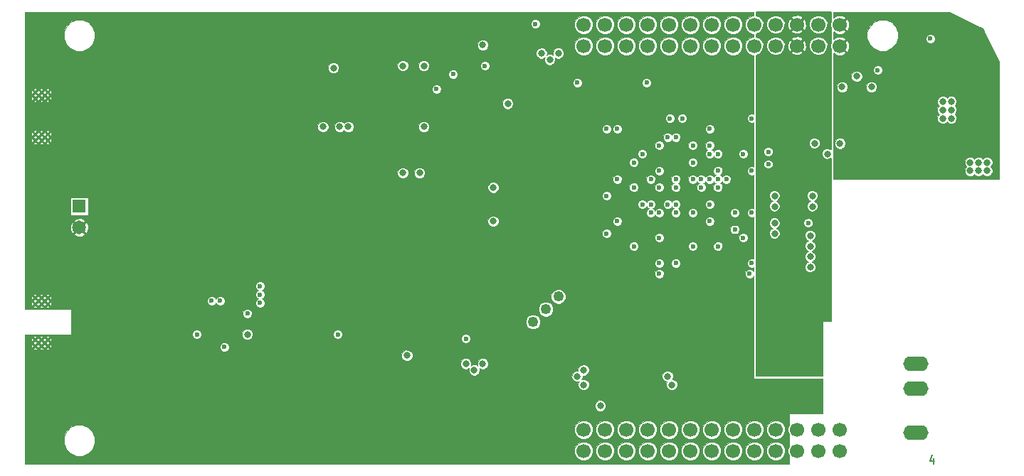
<source format=gbr>
G04 (created by PCBNEW (2013-mar-25)-stable) date Tuesday, March 01, 2016 03:52:00 PM*
%MOIN*%
G04 Gerber Fmt 3.4, Leading zero omitted, Abs format*
%FSLAX34Y34*%
G01*
G70*
G90*
G04 APERTURE LIST*
%ADD10C,0.006*%
%ADD11C,0.00590551*%
%ADD12C,0.015748*%
%ADD13C,0.0669291*%
%ADD14C,0.023622*%
%ADD15R,0.0649606X0.0649606*%
%ADD16C,0.0649606*%
%ADD17C,0.0492126*%
%ADD18O,0.11811X0.0688976*%
%ADD19C,0.0314961*%
%ADD20C,0.00393701*%
G04 APERTURE END LIST*
G54D10*
G54D11*
X72697Y-49700D02*
X72697Y-49962D01*
X72622Y-49550D02*
X72547Y-49831D01*
X72742Y-49831D01*
G54D12*
X50787Y-33464D03*
X50393Y-33464D03*
X51181Y-33464D03*
X51181Y-33070D03*
X50787Y-33070D03*
X50393Y-33070D03*
X50393Y-33858D03*
X50787Y-33858D03*
X51181Y-33858D03*
X72440Y-31889D03*
X72677Y-31889D03*
X72204Y-31889D03*
X39173Y-43208D03*
X39566Y-43208D03*
X39173Y-43602D03*
X39566Y-43602D03*
X44488Y-32726D03*
X44488Y-33021D03*
G54D13*
X68305Y-48370D03*
X68305Y-49370D03*
X67305Y-48370D03*
X67305Y-49370D03*
X66305Y-48370D03*
X66305Y-49370D03*
X65305Y-48370D03*
X65305Y-49370D03*
X64305Y-48370D03*
X64305Y-49370D03*
X63305Y-48370D03*
X63305Y-49370D03*
X62305Y-48370D03*
X62305Y-49370D03*
X61305Y-48370D03*
X61305Y-49370D03*
X60305Y-48370D03*
X60305Y-49370D03*
X59305Y-48370D03*
X59305Y-49370D03*
X58305Y-48370D03*
X58305Y-49370D03*
X57305Y-48370D03*
X57305Y-49370D03*
X56305Y-48370D03*
X56305Y-49370D03*
X68305Y-29370D03*
X68305Y-30370D03*
X67305Y-29370D03*
X67305Y-30370D03*
X66305Y-29370D03*
X66305Y-30370D03*
X65305Y-29370D03*
X65305Y-30370D03*
X64305Y-29370D03*
X64305Y-30370D03*
X63305Y-29370D03*
X63305Y-30370D03*
X62305Y-29370D03*
X62305Y-30370D03*
X61305Y-29370D03*
X61305Y-30370D03*
X60305Y-29370D03*
X60305Y-30370D03*
X59305Y-29370D03*
X59305Y-30370D03*
X58305Y-29370D03*
X58305Y-30370D03*
X57305Y-29370D03*
X57305Y-30370D03*
X56305Y-29370D03*
X56305Y-30370D03*
G54D14*
X60334Y-33759D03*
G54D15*
X32677Y-37885D03*
G54D16*
X32677Y-38885D03*
G54D17*
X55118Y-42125D03*
X54527Y-42716D03*
X53937Y-43307D03*
G54D14*
X51673Y-31299D03*
G54D12*
X30610Y-44438D03*
X30610Y-44143D03*
X30905Y-44438D03*
X30905Y-44143D03*
X31200Y-44438D03*
X31200Y-44143D03*
X30610Y-42175D03*
X30610Y-42470D03*
X30905Y-42175D03*
X30905Y-42470D03*
X31200Y-42175D03*
X31200Y-42470D03*
X30610Y-34793D03*
X30610Y-34498D03*
X30905Y-34793D03*
X30905Y-34498D03*
X31200Y-34793D03*
X31200Y-34498D03*
X30610Y-32529D03*
X30610Y-32824D03*
X30905Y-32529D03*
X30905Y-32824D03*
X31200Y-32529D03*
X31200Y-32824D03*
G54D18*
X71850Y-45275D03*
X71850Y-46456D03*
X71850Y-48503D03*
G54D19*
X47834Y-31299D03*
X44586Y-31397D03*
X44094Y-34153D03*
X45275Y-34153D03*
G54D14*
X50196Y-31692D03*
G54D19*
X44881Y-34153D03*
G54D14*
X60236Y-34645D03*
G54D19*
X56003Y-45866D03*
G54D14*
X59251Y-32086D03*
X56003Y-32086D03*
G54D19*
X56299Y-45570D03*
G54D14*
X61811Y-36614D03*
X61417Y-35039D03*
X62204Y-35433D03*
X64173Y-38188D03*
X63385Y-38976D03*
G54D19*
X75196Y-35826D03*
G54D14*
X61811Y-37007D03*
X70078Y-31496D03*
G54D19*
X67125Y-34940D03*
X68307Y-34940D03*
X67716Y-35433D03*
G54D14*
X57874Y-36614D03*
X64960Y-35334D03*
X60629Y-37007D03*
X59842Y-38188D03*
X60629Y-38188D03*
G54D19*
X74803Y-35826D03*
X75196Y-36220D03*
X74803Y-36220D03*
X74409Y-35826D03*
X74409Y-36220D03*
G54D14*
X61417Y-38188D03*
X62204Y-37795D03*
X59842Y-36220D03*
X59448Y-36614D03*
X59842Y-37007D03*
G54D19*
X65255Y-37401D03*
X65255Y-37893D03*
X67027Y-37893D03*
X67027Y-37401D03*
G54D14*
X60629Y-36614D03*
X60629Y-37795D03*
X62204Y-36614D03*
X61417Y-36614D03*
X60236Y-37795D03*
G54D19*
X60236Y-45866D03*
X57086Y-47244D03*
X68405Y-32283D03*
X69783Y-32283D03*
X69094Y-31791D03*
G54D14*
X58661Y-37007D03*
X58661Y-35826D03*
X59842Y-39370D03*
X63779Y-35433D03*
X63779Y-39370D03*
X58661Y-39763D03*
X57381Y-37401D03*
X57381Y-39173D03*
X59842Y-41043D03*
X64074Y-41043D03*
X64960Y-35925D03*
X64173Y-33759D03*
X60925Y-33759D03*
X57381Y-34251D03*
X57874Y-34251D03*
X60629Y-34645D03*
X62204Y-34251D03*
X59842Y-35039D03*
X59055Y-37795D03*
X59842Y-40551D03*
X64173Y-40551D03*
X62598Y-39763D03*
X61417Y-39763D03*
X63385Y-38188D03*
X62204Y-35039D03*
X62598Y-35433D03*
X61417Y-35826D03*
X64173Y-36220D03*
X62598Y-36220D03*
X62598Y-36614D03*
X62992Y-36614D03*
X62598Y-37007D03*
X57874Y-38582D03*
X62204Y-38582D03*
X59448Y-38188D03*
G54D19*
X48818Y-31299D03*
X52755Y-33070D03*
G54D14*
X49409Y-32381D03*
G54D19*
X48818Y-34153D03*
X52066Y-38582D03*
X52066Y-37007D03*
X47834Y-36318D03*
X48622Y-36318D03*
X51574Y-30314D03*
X48031Y-44881D03*
G54D14*
X44783Y-43897D03*
X39468Y-44488D03*
X38188Y-43897D03*
G54D19*
X40551Y-43897D03*
G54D14*
X40551Y-42913D03*
X38877Y-42322D03*
X39271Y-42322D03*
G54D19*
X65452Y-44488D03*
X65452Y-44881D03*
X65452Y-45275D03*
X65452Y-44094D03*
X65059Y-44488D03*
X65059Y-45275D03*
X65059Y-44881D03*
X65059Y-44094D03*
G54D14*
X54035Y-29330D03*
G54D19*
X54330Y-30708D03*
X55118Y-30708D03*
X54724Y-31003D03*
X50787Y-45275D03*
X51574Y-45275D03*
X51181Y-45570D03*
G54D14*
X66830Y-38681D03*
X50787Y-44094D03*
G54D19*
X73523Y-33366D03*
X73523Y-33759D03*
X73129Y-33366D03*
X73523Y-32972D03*
X73129Y-33759D03*
X73129Y-32972D03*
X65255Y-38681D03*
X65255Y-39173D03*
G54D14*
X72539Y-30019D03*
G54D19*
X60433Y-46259D03*
X56299Y-46259D03*
G54D14*
X60629Y-40551D03*
X41141Y-41633D03*
X41141Y-42421D03*
G54D19*
X65452Y-47244D03*
X65452Y-46850D03*
X65452Y-46456D03*
X65452Y-47637D03*
X65059Y-47244D03*
X65059Y-46456D03*
X65059Y-46850D03*
X65059Y-47637D03*
X66929Y-39271D03*
X56692Y-47244D03*
X60137Y-46653D03*
X34251Y-43700D03*
X35039Y-43700D03*
X33464Y-43700D03*
X32677Y-43700D03*
X54133Y-49212D03*
X50196Y-49212D03*
X44291Y-49212D03*
X40354Y-49212D03*
X38385Y-49212D03*
X36417Y-49212D03*
X33464Y-47244D03*
X31496Y-47244D03*
X34448Y-49212D03*
X42322Y-49212D03*
X46259Y-49212D03*
X48228Y-49212D03*
X52165Y-49212D03*
X34251Y-42913D03*
X32677Y-42913D03*
X33464Y-42913D03*
X35039Y-42913D03*
X47047Y-35236D03*
X44881Y-37696D03*
X42519Y-37696D03*
X40157Y-37696D03*
X37795Y-37696D03*
X44881Y-30413D03*
X42519Y-30413D03*
X40157Y-30413D03*
X37795Y-30413D03*
X35531Y-32874D03*
X53248Y-33464D03*
X49606Y-34448D03*
X47834Y-35925D03*
X48622Y-35925D03*
X52460Y-39271D03*
X52460Y-37696D03*
X53740Y-39370D03*
X53740Y-37795D03*
X51377Y-37401D03*
X51377Y-36417D03*
X53149Y-29921D03*
X53149Y-30314D03*
X53149Y-29527D03*
X49606Y-44488D03*
X49606Y-44881D03*
X49606Y-44094D03*
X71850Y-29527D03*
X48228Y-29527D03*
X44291Y-29527D03*
X40354Y-29527D03*
X36417Y-29527D03*
X38385Y-29527D03*
X42322Y-29527D03*
X46259Y-29527D03*
X50196Y-29527D03*
X34448Y-29527D03*
X36417Y-29527D03*
G54D14*
X61417Y-37007D03*
G54D19*
X36122Y-43700D03*
X36909Y-43700D03*
X36122Y-42913D03*
X36909Y-42913D03*
G54D14*
X39074Y-44488D03*
G54D19*
X66929Y-40748D03*
X66929Y-40255D03*
X66929Y-39763D03*
G54D14*
X63385Y-40157D03*
X58661Y-34645D03*
X60629Y-35826D03*
X64173Y-34645D03*
X62992Y-34645D03*
X58267Y-36220D03*
X61417Y-36220D03*
X61417Y-35433D03*
X60236Y-37007D03*
X59055Y-40157D03*
X61811Y-40551D03*
X59448Y-37007D03*
X64173Y-38582D03*
X57874Y-40551D03*
X60629Y-39763D03*
X61811Y-37795D03*
X62598Y-37795D03*
G54D19*
X73228Y-31889D03*
X71653Y-31889D03*
X73228Y-31496D03*
X71653Y-31496D03*
X71653Y-32283D03*
X46259Y-46653D03*
G54D14*
X58267Y-37795D03*
X60236Y-34251D03*
X59055Y-35826D03*
X63385Y-35826D03*
X62204Y-36220D03*
X63779Y-37007D03*
X61417Y-38976D03*
X62992Y-38976D03*
X59055Y-38582D03*
X60629Y-38582D03*
X61811Y-38582D03*
X61811Y-38188D03*
X60236Y-38582D03*
X60236Y-38188D03*
X59842Y-36614D03*
X41141Y-42027D03*
X59448Y-37795D03*
X59055Y-35433D03*
G54D10*
G36*
X67500Y-47618D02*
X65925Y-47618D01*
X65925Y-48155D01*
X65872Y-48283D01*
X65871Y-48455D01*
X65925Y-48584D01*
X65925Y-49155D01*
X65872Y-49283D01*
X65871Y-49455D01*
X65925Y-49584D01*
X65925Y-49980D01*
X65738Y-49980D01*
X65738Y-49284D01*
X65738Y-48284D01*
X65672Y-48125D01*
X65550Y-48003D01*
X65391Y-47937D01*
X65219Y-47936D01*
X65060Y-48002D01*
X64938Y-48124D01*
X64872Y-48283D01*
X64871Y-48455D01*
X64937Y-48615D01*
X65059Y-48737D01*
X65218Y-48803D01*
X65390Y-48803D01*
X65550Y-48737D01*
X65672Y-48615D01*
X65738Y-48456D01*
X65738Y-48284D01*
X65738Y-49284D01*
X65672Y-49125D01*
X65550Y-49003D01*
X65391Y-48937D01*
X65219Y-48936D01*
X65060Y-49002D01*
X64938Y-49124D01*
X64872Y-49283D01*
X64871Y-49455D01*
X64937Y-49615D01*
X65059Y-49737D01*
X65218Y-49803D01*
X65390Y-49803D01*
X65550Y-49737D01*
X65672Y-49615D01*
X65738Y-49456D01*
X65738Y-49284D01*
X65738Y-49980D01*
X64738Y-49980D01*
X64738Y-49284D01*
X64738Y-48284D01*
X64672Y-48125D01*
X64550Y-48003D01*
X64391Y-47937D01*
X64219Y-47936D01*
X64060Y-48002D01*
X63938Y-48124D01*
X63872Y-48283D01*
X63871Y-48455D01*
X63937Y-48615D01*
X64059Y-48737D01*
X64218Y-48803D01*
X64390Y-48803D01*
X64550Y-48737D01*
X64672Y-48615D01*
X64738Y-48456D01*
X64738Y-48284D01*
X64738Y-49284D01*
X64672Y-49125D01*
X64550Y-49003D01*
X64391Y-48937D01*
X64219Y-48936D01*
X64060Y-49002D01*
X63938Y-49124D01*
X63872Y-49283D01*
X63871Y-49455D01*
X63937Y-49615D01*
X64059Y-49737D01*
X64218Y-49803D01*
X64390Y-49803D01*
X64550Y-49737D01*
X64672Y-49615D01*
X64738Y-49456D01*
X64738Y-49284D01*
X64738Y-49980D01*
X63738Y-49980D01*
X63738Y-49284D01*
X63738Y-48284D01*
X63672Y-48125D01*
X63550Y-48003D01*
X63391Y-47937D01*
X63219Y-47936D01*
X63060Y-48002D01*
X62938Y-48124D01*
X62872Y-48283D01*
X62871Y-48455D01*
X62937Y-48615D01*
X63059Y-48737D01*
X63218Y-48803D01*
X63390Y-48803D01*
X63550Y-48737D01*
X63672Y-48615D01*
X63738Y-48456D01*
X63738Y-48284D01*
X63738Y-49284D01*
X63672Y-49125D01*
X63550Y-49003D01*
X63391Y-48937D01*
X63219Y-48936D01*
X63060Y-49002D01*
X62938Y-49124D01*
X62872Y-49283D01*
X62871Y-49455D01*
X62937Y-49615D01*
X63059Y-49737D01*
X63218Y-49803D01*
X63390Y-49803D01*
X63550Y-49737D01*
X63672Y-49615D01*
X63738Y-49456D01*
X63738Y-49284D01*
X63738Y-49980D01*
X62814Y-49980D01*
X62814Y-39720D01*
X62782Y-39641D01*
X62721Y-39580D01*
X62641Y-39547D01*
X62555Y-39547D01*
X62475Y-39580D01*
X62421Y-39634D01*
X62421Y-38539D01*
X62421Y-37752D01*
X62388Y-37672D01*
X62327Y-37611D01*
X62247Y-37578D01*
X62161Y-37578D01*
X62082Y-37611D01*
X62021Y-37672D01*
X61988Y-37752D01*
X61988Y-37838D01*
X62021Y-37917D01*
X62081Y-37978D01*
X62161Y-38011D01*
X62247Y-38011D01*
X62327Y-37978D01*
X62388Y-37918D01*
X62421Y-37838D01*
X62421Y-37752D01*
X62421Y-38539D01*
X62388Y-38460D01*
X62327Y-38399D01*
X62247Y-38366D01*
X62161Y-38366D01*
X62082Y-38399D01*
X62021Y-38459D01*
X61988Y-38539D01*
X61988Y-38625D01*
X62021Y-38705D01*
X62081Y-38766D01*
X62161Y-38799D01*
X62247Y-38799D01*
X62327Y-38766D01*
X62388Y-38705D01*
X62421Y-38625D01*
X62421Y-38539D01*
X62421Y-39634D01*
X62414Y-39640D01*
X62381Y-39720D01*
X62381Y-39806D01*
X62414Y-39886D01*
X62475Y-39947D01*
X62555Y-39980D01*
X62641Y-39980D01*
X62720Y-39947D01*
X62781Y-39886D01*
X62814Y-39807D01*
X62814Y-39720D01*
X62814Y-49980D01*
X62738Y-49980D01*
X62738Y-49284D01*
X62738Y-48284D01*
X62672Y-48125D01*
X62550Y-48003D01*
X62391Y-47937D01*
X62219Y-47936D01*
X62060Y-48002D01*
X61938Y-48124D01*
X61872Y-48283D01*
X61871Y-48455D01*
X61937Y-48615D01*
X62059Y-48737D01*
X62218Y-48803D01*
X62390Y-48803D01*
X62550Y-48737D01*
X62672Y-48615D01*
X62738Y-48456D01*
X62738Y-48284D01*
X62738Y-49284D01*
X62672Y-49125D01*
X62550Y-49003D01*
X62391Y-48937D01*
X62219Y-48936D01*
X62060Y-49002D01*
X61938Y-49124D01*
X61872Y-49283D01*
X61871Y-49455D01*
X61937Y-49615D01*
X62059Y-49737D01*
X62218Y-49803D01*
X62390Y-49803D01*
X62550Y-49737D01*
X62672Y-49615D01*
X62738Y-49456D01*
X62738Y-49284D01*
X62738Y-49980D01*
X61738Y-49980D01*
X61738Y-49284D01*
X61738Y-48284D01*
X61672Y-48125D01*
X61633Y-48086D01*
X61633Y-39720D01*
X61633Y-38146D01*
X61600Y-38066D01*
X61540Y-38005D01*
X61460Y-37972D01*
X61374Y-37972D01*
X61294Y-38005D01*
X61233Y-38066D01*
X61200Y-38145D01*
X61200Y-38231D01*
X61233Y-38311D01*
X61294Y-38372D01*
X61374Y-38405D01*
X61460Y-38405D01*
X61539Y-38372D01*
X61600Y-38311D01*
X61633Y-38232D01*
X61633Y-38146D01*
X61633Y-39720D01*
X61600Y-39641D01*
X61540Y-39580D01*
X61460Y-39547D01*
X61374Y-39547D01*
X61294Y-39580D01*
X61233Y-39640D01*
X61200Y-39720D01*
X61200Y-39806D01*
X61233Y-39886D01*
X61294Y-39947D01*
X61374Y-39980D01*
X61460Y-39980D01*
X61539Y-39947D01*
X61600Y-39886D01*
X61633Y-39807D01*
X61633Y-39720D01*
X61633Y-48086D01*
X61550Y-48003D01*
X61391Y-47937D01*
X61219Y-47936D01*
X61141Y-47968D01*
X61141Y-33716D01*
X61108Y-33637D01*
X61048Y-33576D01*
X60968Y-33543D01*
X60882Y-33543D01*
X60802Y-33576D01*
X60741Y-33637D01*
X60738Y-33645D01*
X60738Y-30284D01*
X60738Y-29284D01*
X60672Y-29125D01*
X60550Y-29003D01*
X60391Y-28937D01*
X60219Y-28936D01*
X60060Y-29002D01*
X59938Y-29124D01*
X59872Y-29283D01*
X59871Y-29455D01*
X59937Y-29615D01*
X60059Y-29737D01*
X60218Y-29803D01*
X60390Y-29803D01*
X60550Y-29737D01*
X60672Y-29615D01*
X60738Y-29456D01*
X60738Y-29284D01*
X60738Y-30284D01*
X60672Y-30125D01*
X60550Y-30003D01*
X60391Y-29937D01*
X60219Y-29936D01*
X60060Y-30002D01*
X59938Y-30124D01*
X59872Y-30283D01*
X59871Y-30455D01*
X59937Y-30615D01*
X60059Y-30737D01*
X60218Y-30803D01*
X60390Y-30803D01*
X60550Y-30737D01*
X60672Y-30615D01*
X60738Y-30456D01*
X60738Y-30284D01*
X60738Y-33645D01*
X60708Y-33716D01*
X60708Y-33802D01*
X60741Y-33882D01*
X60802Y-33943D01*
X60881Y-33976D01*
X60968Y-33976D01*
X61047Y-33943D01*
X61108Y-33882D01*
X61141Y-33803D01*
X61141Y-33716D01*
X61141Y-47968D01*
X61060Y-48002D01*
X60938Y-48124D01*
X60872Y-48283D01*
X60871Y-48455D01*
X60937Y-48615D01*
X61059Y-48737D01*
X61218Y-48803D01*
X61390Y-48803D01*
X61550Y-48737D01*
X61672Y-48615D01*
X61738Y-48456D01*
X61738Y-48284D01*
X61738Y-49284D01*
X61672Y-49125D01*
X61550Y-49003D01*
X61391Y-48937D01*
X61219Y-48936D01*
X61060Y-49002D01*
X60938Y-49124D01*
X60872Y-49283D01*
X60871Y-49455D01*
X60937Y-49615D01*
X61059Y-49737D01*
X61218Y-49803D01*
X61390Y-49803D01*
X61550Y-49737D01*
X61672Y-49615D01*
X61738Y-49456D01*
X61738Y-49284D01*
X61738Y-49980D01*
X60846Y-49980D01*
X60846Y-40508D01*
X60846Y-38146D01*
X60813Y-38066D01*
X60752Y-38005D01*
X60720Y-37992D01*
X60752Y-37978D01*
X60813Y-37918D01*
X60846Y-37838D01*
X60846Y-37752D01*
X60846Y-36964D01*
X60813Y-36885D01*
X60752Y-36824D01*
X60720Y-36811D01*
X60752Y-36797D01*
X60813Y-36736D01*
X60846Y-36657D01*
X60846Y-36571D01*
X60846Y-34602D01*
X60813Y-34523D01*
X60752Y-34462D01*
X60673Y-34429D01*
X60587Y-34429D01*
X60551Y-34443D01*
X60551Y-33716D01*
X60518Y-33637D01*
X60457Y-33576D01*
X60377Y-33543D01*
X60291Y-33543D01*
X60212Y-33576D01*
X60151Y-33637D01*
X60118Y-33716D01*
X60118Y-33802D01*
X60150Y-33882D01*
X60211Y-33943D01*
X60291Y-33976D01*
X60377Y-33976D01*
X60457Y-33943D01*
X60518Y-33882D01*
X60551Y-33803D01*
X60551Y-33716D01*
X60551Y-34443D01*
X60507Y-34461D01*
X60446Y-34522D01*
X60433Y-34555D01*
X60419Y-34523D01*
X60359Y-34462D01*
X60279Y-34429D01*
X60193Y-34429D01*
X60113Y-34461D01*
X60052Y-34522D01*
X60019Y-34602D01*
X60019Y-34688D01*
X60052Y-34768D01*
X60113Y-34829D01*
X60192Y-34862D01*
X60279Y-34862D01*
X60358Y-34829D01*
X60419Y-34768D01*
X60433Y-34736D01*
X60446Y-34768D01*
X60507Y-34829D01*
X60586Y-34862D01*
X60672Y-34862D01*
X60752Y-34829D01*
X60813Y-34768D01*
X60846Y-34688D01*
X60846Y-34602D01*
X60846Y-36571D01*
X60813Y-36491D01*
X60752Y-36430D01*
X60673Y-36397D01*
X60587Y-36397D01*
X60507Y-36430D01*
X60446Y-36491D01*
X60413Y-36570D01*
X60413Y-36657D01*
X60446Y-36736D01*
X60507Y-36797D01*
X60539Y-36811D01*
X60507Y-36824D01*
X60446Y-36885D01*
X60413Y-36964D01*
X60413Y-37050D01*
X60446Y-37130D01*
X60507Y-37191D01*
X60586Y-37224D01*
X60672Y-37224D01*
X60752Y-37191D01*
X60813Y-37130D01*
X60846Y-37051D01*
X60846Y-36964D01*
X60846Y-37752D01*
X60813Y-37672D01*
X60752Y-37611D01*
X60673Y-37578D01*
X60587Y-37578D01*
X60507Y-37611D01*
X60446Y-37672D01*
X60433Y-37704D01*
X60419Y-37672D01*
X60359Y-37611D01*
X60279Y-37578D01*
X60193Y-37578D01*
X60113Y-37611D01*
X60059Y-37666D01*
X60059Y-36964D01*
X60059Y-36177D01*
X60059Y-34996D01*
X60026Y-34916D01*
X59965Y-34855D01*
X59885Y-34822D01*
X59799Y-34822D01*
X59738Y-34848D01*
X59738Y-30284D01*
X59738Y-29284D01*
X59672Y-29125D01*
X59550Y-29003D01*
X59391Y-28937D01*
X59219Y-28936D01*
X59060Y-29002D01*
X58938Y-29124D01*
X58872Y-29283D01*
X58871Y-29455D01*
X58937Y-29615D01*
X59059Y-29737D01*
X59218Y-29803D01*
X59390Y-29803D01*
X59550Y-29737D01*
X59672Y-29615D01*
X59738Y-29456D01*
X59738Y-29284D01*
X59738Y-30284D01*
X59672Y-30125D01*
X59550Y-30003D01*
X59391Y-29937D01*
X59219Y-29936D01*
X59060Y-30002D01*
X58938Y-30124D01*
X58872Y-30283D01*
X58871Y-30455D01*
X58937Y-30615D01*
X59059Y-30737D01*
X59218Y-30803D01*
X59390Y-30803D01*
X59550Y-30737D01*
X59672Y-30615D01*
X59738Y-30456D01*
X59738Y-30284D01*
X59738Y-34848D01*
X59720Y-34855D01*
X59659Y-34916D01*
X59626Y-34996D01*
X59625Y-35082D01*
X59658Y-35161D01*
X59719Y-35222D01*
X59799Y-35255D01*
X59885Y-35255D01*
X59965Y-35223D01*
X60025Y-35162D01*
X60059Y-35082D01*
X60059Y-34996D01*
X60059Y-36177D01*
X60026Y-36097D01*
X59965Y-36037D01*
X59885Y-36003D01*
X59799Y-36003D01*
X59720Y-36036D01*
X59659Y-36097D01*
X59626Y-36177D01*
X59625Y-36263D01*
X59658Y-36342D01*
X59719Y-36403D01*
X59799Y-36436D01*
X59885Y-36437D01*
X59965Y-36404D01*
X60025Y-36343D01*
X60059Y-36263D01*
X60059Y-36177D01*
X60059Y-36964D01*
X60026Y-36885D01*
X59965Y-36824D01*
X59885Y-36791D01*
X59799Y-36791D01*
X59720Y-36824D01*
X59665Y-36878D01*
X59665Y-36571D01*
X59632Y-36491D01*
X59571Y-36430D01*
X59492Y-36397D01*
X59468Y-36397D01*
X59468Y-32043D01*
X59435Y-31964D01*
X59374Y-31903D01*
X59295Y-31870D01*
X59209Y-31870D01*
X59129Y-31902D01*
X59068Y-31963D01*
X59035Y-32043D01*
X59035Y-32129D01*
X59068Y-32209D01*
X59129Y-32270D01*
X59208Y-32303D01*
X59294Y-32303D01*
X59374Y-32270D01*
X59435Y-32209D01*
X59468Y-32129D01*
X59468Y-32043D01*
X59468Y-36397D01*
X59405Y-36397D01*
X59326Y-36430D01*
X59271Y-36485D01*
X59271Y-35390D01*
X59238Y-35310D01*
X59177Y-35249D01*
X59098Y-35216D01*
X59012Y-35216D01*
X58932Y-35249D01*
X58871Y-35310D01*
X58838Y-35389D01*
X58838Y-35475D01*
X58871Y-35555D01*
X58932Y-35616D01*
X59011Y-35649D01*
X59098Y-35649D01*
X59177Y-35616D01*
X59238Y-35555D01*
X59271Y-35476D01*
X59271Y-35390D01*
X59271Y-36485D01*
X59265Y-36491D01*
X59232Y-36570D01*
X59232Y-36657D01*
X59265Y-36736D01*
X59326Y-36797D01*
X59405Y-36830D01*
X59491Y-36830D01*
X59571Y-36797D01*
X59632Y-36736D01*
X59665Y-36657D01*
X59665Y-36571D01*
X59665Y-36878D01*
X59659Y-36885D01*
X59626Y-36964D01*
X59625Y-37050D01*
X59658Y-37130D01*
X59719Y-37191D01*
X59799Y-37224D01*
X59885Y-37224D01*
X59965Y-37191D01*
X60025Y-37130D01*
X60059Y-37051D01*
X60059Y-36964D01*
X60059Y-37666D01*
X60052Y-37672D01*
X60019Y-37752D01*
X60019Y-37838D01*
X60052Y-37917D01*
X60113Y-37978D01*
X60192Y-38011D01*
X60279Y-38011D01*
X60358Y-37978D01*
X60419Y-37918D01*
X60433Y-37885D01*
X60446Y-37917D01*
X60507Y-37978D01*
X60539Y-37992D01*
X60507Y-38005D01*
X60446Y-38066D01*
X60413Y-38145D01*
X60413Y-38231D01*
X60446Y-38311D01*
X60507Y-38372D01*
X60586Y-38405D01*
X60672Y-38405D01*
X60752Y-38372D01*
X60813Y-38311D01*
X60846Y-38232D01*
X60846Y-38146D01*
X60846Y-40508D01*
X60813Y-40428D01*
X60752Y-40367D01*
X60673Y-40334D01*
X60587Y-40334D01*
X60507Y-40367D01*
X60446Y-40428D01*
X60413Y-40507D01*
X60413Y-40594D01*
X60446Y-40673D01*
X60507Y-40734D01*
X60586Y-40767D01*
X60672Y-40767D01*
X60752Y-40734D01*
X60813Y-40673D01*
X60846Y-40594D01*
X60846Y-40508D01*
X60846Y-49980D01*
X60738Y-49980D01*
X60738Y-49284D01*
X60738Y-48284D01*
X60689Y-48165D01*
X60689Y-46209D01*
X60650Y-46115D01*
X60578Y-46043D01*
X60484Y-46003D01*
X60456Y-46003D01*
X60492Y-45917D01*
X60492Y-45815D01*
X60453Y-45721D01*
X60381Y-45649D01*
X60287Y-45610D01*
X60185Y-45610D01*
X60091Y-45649D01*
X60059Y-45681D01*
X60059Y-41000D01*
X60059Y-40508D01*
X60059Y-39327D01*
X60059Y-38146D01*
X60026Y-38066D01*
X59965Y-38005D01*
X59885Y-37972D01*
X59799Y-37972D01*
X59720Y-38005D01*
X59659Y-38066D01*
X59645Y-38098D01*
X59632Y-38066D01*
X59571Y-38005D01*
X59539Y-37992D01*
X59571Y-37978D01*
X59632Y-37918D01*
X59665Y-37838D01*
X59665Y-37752D01*
X59632Y-37672D01*
X59571Y-37611D01*
X59492Y-37578D01*
X59405Y-37578D01*
X59326Y-37611D01*
X59265Y-37672D01*
X59251Y-37704D01*
X59238Y-37672D01*
X59177Y-37611D01*
X59098Y-37578D01*
X59012Y-37578D01*
X58932Y-37611D01*
X58877Y-37666D01*
X58877Y-36964D01*
X58877Y-35783D01*
X58845Y-35704D01*
X58784Y-35643D01*
X58738Y-35624D01*
X58738Y-30284D01*
X58738Y-29284D01*
X58672Y-29125D01*
X58550Y-29003D01*
X58391Y-28937D01*
X58219Y-28936D01*
X58060Y-29002D01*
X57938Y-29124D01*
X57872Y-29283D01*
X57871Y-29455D01*
X57937Y-29615D01*
X58059Y-29737D01*
X58218Y-29803D01*
X58390Y-29803D01*
X58550Y-29737D01*
X58672Y-29615D01*
X58738Y-29456D01*
X58738Y-29284D01*
X58738Y-30284D01*
X58672Y-30125D01*
X58550Y-30003D01*
X58391Y-29937D01*
X58219Y-29936D01*
X58060Y-30002D01*
X57938Y-30124D01*
X57872Y-30283D01*
X57871Y-30455D01*
X57937Y-30615D01*
X58059Y-30737D01*
X58218Y-30803D01*
X58390Y-30803D01*
X58550Y-30737D01*
X58672Y-30615D01*
X58738Y-30456D01*
X58738Y-30284D01*
X58738Y-35624D01*
X58704Y-35610D01*
X58618Y-35610D01*
X58538Y-35643D01*
X58477Y-35703D01*
X58444Y-35783D01*
X58444Y-35869D01*
X58477Y-35949D01*
X58538Y-36010D01*
X58618Y-36043D01*
X58704Y-36043D01*
X58783Y-36010D01*
X58844Y-35949D01*
X58877Y-35870D01*
X58877Y-35783D01*
X58877Y-36964D01*
X58845Y-36885D01*
X58784Y-36824D01*
X58704Y-36791D01*
X58618Y-36791D01*
X58538Y-36824D01*
X58477Y-36885D01*
X58444Y-36964D01*
X58444Y-37050D01*
X58477Y-37130D01*
X58538Y-37191D01*
X58618Y-37224D01*
X58704Y-37224D01*
X58783Y-37191D01*
X58844Y-37130D01*
X58877Y-37051D01*
X58877Y-36964D01*
X58877Y-37666D01*
X58871Y-37672D01*
X58838Y-37752D01*
X58838Y-37838D01*
X58871Y-37917D01*
X58932Y-37978D01*
X59011Y-38011D01*
X59098Y-38011D01*
X59177Y-37978D01*
X59238Y-37918D01*
X59251Y-37885D01*
X59265Y-37917D01*
X59326Y-37978D01*
X59358Y-37992D01*
X59326Y-38005D01*
X59265Y-38066D01*
X59232Y-38145D01*
X59232Y-38231D01*
X59265Y-38311D01*
X59326Y-38372D01*
X59405Y-38405D01*
X59491Y-38405D01*
X59571Y-38372D01*
X59632Y-38311D01*
X59645Y-38279D01*
X59658Y-38311D01*
X59719Y-38372D01*
X59799Y-38405D01*
X59885Y-38405D01*
X59965Y-38372D01*
X60025Y-38311D01*
X60059Y-38232D01*
X60059Y-38146D01*
X60059Y-39327D01*
X60026Y-39247D01*
X59965Y-39186D01*
X59885Y-39153D01*
X59799Y-39153D01*
X59720Y-39186D01*
X59659Y-39247D01*
X59626Y-39326D01*
X59625Y-39412D01*
X59658Y-39492D01*
X59719Y-39553D01*
X59799Y-39586D01*
X59885Y-39586D01*
X59965Y-39553D01*
X60025Y-39492D01*
X60059Y-39413D01*
X60059Y-39327D01*
X60059Y-40508D01*
X60026Y-40428D01*
X59965Y-40367D01*
X59885Y-40334D01*
X59799Y-40334D01*
X59720Y-40367D01*
X59659Y-40428D01*
X59626Y-40507D01*
X59625Y-40594D01*
X59658Y-40673D01*
X59719Y-40734D01*
X59799Y-40767D01*
X59885Y-40767D01*
X59965Y-40734D01*
X60025Y-40673D01*
X60059Y-40594D01*
X60059Y-40508D01*
X60059Y-41000D01*
X60026Y-40920D01*
X59965Y-40859D01*
X59885Y-40826D01*
X59799Y-40826D01*
X59720Y-40859D01*
X59659Y-40920D01*
X59626Y-41000D01*
X59625Y-41086D01*
X59658Y-41165D01*
X59719Y-41226D01*
X59799Y-41259D01*
X59885Y-41259D01*
X59965Y-41226D01*
X60025Y-41166D01*
X60059Y-41086D01*
X60059Y-41000D01*
X60059Y-45681D01*
X60019Y-45720D01*
X59980Y-45815D01*
X59980Y-45916D01*
X60019Y-46010D01*
X60091Y-46082D01*
X60185Y-46122D01*
X60213Y-46122D01*
X60177Y-46208D01*
X60177Y-46310D01*
X60215Y-46404D01*
X60287Y-46476D01*
X60381Y-46515D01*
X60483Y-46515D01*
X60577Y-46476D01*
X60649Y-46404D01*
X60688Y-46310D01*
X60689Y-46209D01*
X60689Y-48165D01*
X60672Y-48125D01*
X60550Y-48003D01*
X60391Y-47937D01*
X60219Y-47936D01*
X60060Y-48002D01*
X59938Y-48124D01*
X59872Y-48283D01*
X59871Y-48455D01*
X59937Y-48615D01*
X60059Y-48737D01*
X60218Y-48803D01*
X60390Y-48803D01*
X60550Y-48737D01*
X60672Y-48615D01*
X60738Y-48456D01*
X60738Y-48284D01*
X60738Y-49284D01*
X60672Y-49125D01*
X60550Y-49003D01*
X60391Y-48937D01*
X60219Y-48936D01*
X60060Y-49002D01*
X59938Y-49124D01*
X59872Y-49283D01*
X59871Y-49455D01*
X59937Y-49615D01*
X60059Y-49737D01*
X60218Y-49803D01*
X60390Y-49803D01*
X60550Y-49737D01*
X60672Y-49615D01*
X60738Y-49456D01*
X60738Y-49284D01*
X60738Y-49980D01*
X59738Y-49980D01*
X59738Y-49284D01*
X59738Y-48284D01*
X59672Y-48125D01*
X59550Y-48003D01*
X59391Y-47937D01*
X59219Y-47936D01*
X59060Y-48002D01*
X58938Y-48124D01*
X58877Y-48269D01*
X58877Y-39720D01*
X58845Y-39641D01*
X58784Y-39580D01*
X58704Y-39547D01*
X58618Y-39547D01*
X58538Y-39580D01*
X58477Y-39640D01*
X58444Y-39720D01*
X58444Y-39806D01*
X58477Y-39886D01*
X58538Y-39947D01*
X58618Y-39980D01*
X58704Y-39980D01*
X58783Y-39947D01*
X58844Y-39886D01*
X58877Y-39807D01*
X58877Y-39720D01*
X58877Y-48269D01*
X58872Y-48283D01*
X58871Y-48455D01*
X58937Y-48615D01*
X59059Y-48737D01*
X59218Y-48803D01*
X59390Y-48803D01*
X59550Y-48737D01*
X59672Y-48615D01*
X59738Y-48456D01*
X59738Y-48284D01*
X59738Y-49284D01*
X59672Y-49125D01*
X59550Y-49003D01*
X59391Y-48937D01*
X59219Y-48936D01*
X59060Y-49002D01*
X58938Y-49124D01*
X58872Y-49283D01*
X58871Y-49455D01*
X58937Y-49615D01*
X59059Y-49737D01*
X59218Y-49803D01*
X59390Y-49803D01*
X59550Y-49737D01*
X59672Y-49615D01*
X59738Y-49456D01*
X59738Y-49284D01*
X59738Y-49980D01*
X58738Y-49980D01*
X58738Y-49284D01*
X58738Y-48284D01*
X58672Y-48125D01*
X58550Y-48003D01*
X58391Y-47937D01*
X58219Y-47936D01*
X58090Y-47990D01*
X58090Y-38539D01*
X58090Y-36571D01*
X58090Y-34209D01*
X58057Y-34129D01*
X57996Y-34068D01*
X57917Y-34035D01*
X57831Y-34035D01*
X57751Y-34068D01*
X57738Y-34081D01*
X57738Y-30284D01*
X57738Y-29284D01*
X57672Y-29125D01*
X57550Y-29003D01*
X57391Y-28937D01*
X57219Y-28936D01*
X57060Y-29002D01*
X56938Y-29124D01*
X56872Y-29283D01*
X56871Y-29455D01*
X56937Y-29615D01*
X57059Y-29737D01*
X57218Y-29803D01*
X57390Y-29803D01*
X57550Y-29737D01*
X57672Y-29615D01*
X57738Y-29456D01*
X57738Y-29284D01*
X57738Y-30284D01*
X57672Y-30125D01*
X57550Y-30003D01*
X57391Y-29937D01*
X57219Y-29936D01*
X57060Y-30002D01*
X56938Y-30124D01*
X56872Y-30283D01*
X56871Y-30455D01*
X56937Y-30615D01*
X57059Y-30737D01*
X57218Y-30803D01*
X57390Y-30803D01*
X57550Y-30737D01*
X57672Y-30615D01*
X57738Y-30456D01*
X57738Y-30284D01*
X57738Y-34081D01*
X57690Y-34129D01*
X57657Y-34208D01*
X57657Y-34294D01*
X57690Y-34374D01*
X57751Y-34435D01*
X57830Y-34468D01*
X57916Y-34468D01*
X57996Y-34435D01*
X58057Y-34374D01*
X58090Y-34295D01*
X58090Y-34209D01*
X58090Y-36571D01*
X58057Y-36491D01*
X57996Y-36430D01*
X57917Y-36397D01*
X57831Y-36397D01*
X57751Y-36430D01*
X57690Y-36491D01*
X57657Y-36570D01*
X57657Y-36657D01*
X57690Y-36736D01*
X57751Y-36797D01*
X57830Y-36830D01*
X57916Y-36830D01*
X57996Y-36797D01*
X58057Y-36736D01*
X58090Y-36657D01*
X58090Y-36571D01*
X58090Y-38539D01*
X58057Y-38460D01*
X57996Y-38399D01*
X57917Y-38366D01*
X57831Y-38366D01*
X57751Y-38399D01*
X57690Y-38459D01*
X57657Y-38539D01*
X57657Y-38625D01*
X57690Y-38705D01*
X57751Y-38766D01*
X57830Y-38799D01*
X57916Y-38799D01*
X57996Y-38766D01*
X58057Y-38705D01*
X58090Y-38625D01*
X58090Y-38539D01*
X58090Y-47990D01*
X58060Y-48002D01*
X57938Y-48124D01*
X57872Y-48283D01*
X57871Y-48455D01*
X57937Y-48615D01*
X58059Y-48737D01*
X58218Y-48803D01*
X58390Y-48803D01*
X58550Y-48737D01*
X58672Y-48615D01*
X58738Y-48456D01*
X58738Y-48284D01*
X58738Y-49284D01*
X58672Y-49125D01*
X58550Y-49003D01*
X58391Y-48937D01*
X58219Y-48936D01*
X58060Y-49002D01*
X57938Y-49124D01*
X57872Y-49283D01*
X57871Y-49455D01*
X57937Y-49615D01*
X58059Y-49737D01*
X58218Y-49803D01*
X58390Y-49803D01*
X58550Y-49737D01*
X58672Y-49615D01*
X58738Y-49456D01*
X58738Y-49284D01*
X58738Y-49980D01*
X57738Y-49980D01*
X57738Y-49284D01*
X57738Y-48284D01*
X57672Y-48125D01*
X57598Y-48050D01*
X57598Y-39130D01*
X57598Y-37358D01*
X57598Y-34209D01*
X57565Y-34129D01*
X57504Y-34068D01*
X57425Y-34035D01*
X57339Y-34035D01*
X57259Y-34068D01*
X57198Y-34129D01*
X57165Y-34208D01*
X57165Y-34294D01*
X57198Y-34374D01*
X57259Y-34435D01*
X57338Y-34468D01*
X57424Y-34468D01*
X57504Y-34435D01*
X57565Y-34374D01*
X57598Y-34295D01*
X57598Y-34209D01*
X57598Y-37358D01*
X57565Y-37279D01*
X57504Y-37218D01*
X57425Y-37185D01*
X57339Y-37185D01*
X57259Y-37217D01*
X57198Y-37278D01*
X57165Y-37358D01*
X57165Y-37444D01*
X57198Y-37524D01*
X57259Y-37585D01*
X57338Y-37618D01*
X57424Y-37618D01*
X57504Y-37585D01*
X57565Y-37524D01*
X57598Y-37444D01*
X57598Y-37358D01*
X57598Y-39130D01*
X57565Y-39050D01*
X57504Y-38989D01*
X57425Y-38956D01*
X57339Y-38956D01*
X57259Y-38989D01*
X57198Y-39050D01*
X57165Y-39129D01*
X57165Y-39216D01*
X57198Y-39295D01*
X57259Y-39356D01*
X57338Y-39389D01*
X57424Y-39389D01*
X57504Y-39356D01*
X57565Y-39296D01*
X57598Y-39216D01*
X57598Y-39130D01*
X57598Y-48050D01*
X57550Y-48003D01*
X57391Y-47937D01*
X57342Y-47937D01*
X57342Y-47193D01*
X57303Y-47099D01*
X57231Y-47027D01*
X57137Y-46988D01*
X57035Y-46988D01*
X56941Y-47027D01*
X56869Y-47098D01*
X56830Y-47192D01*
X56830Y-47294D01*
X56869Y-47388D01*
X56941Y-47460D01*
X57035Y-47499D01*
X57137Y-47500D01*
X57231Y-47461D01*
X57303Y-47389D01*
X57342Y-47295D01*
X57342Y-47193D01*
X57342Y-47937D01*
X57219Y-47936D01*
X57060Y-48002D01*
X56938Y-48124D01*
X56872Y-48283D01*
X56871Y-48455D01*
X56937Y-48615D01*
X57059Y-48737D01*
X57218Y-48803D01*
X57390Y-48803D01*
X57550Y-48737D01*
X57672Y-48615D01*
X57738Y-48456D01*
X57738Y-48284D01*
X57738Y-49284D01*
X57672Y-49125D01*
X57550Y-49003D01*
X57391Y-48937D01*
X57219Y-48936D01*
X57060Y-49002D01*
X56938Y-49124D01*
X56872Y-49283D01*
X56871Y-49455D01*
X56937Y-49615D01*
X57059Y-49737D01*
X57218Y-49803D01*
X57390Y-49803D01*
X57550Y-49737D01*
X57672Y-49615D01*
X57738Y-49456D01*
X57738Y-49284D01*
X57738Y-49980D01*
X56738Y-49980D01*
X56738Y-49284D01*
X56738Y-48284D01*
X56738Y-30284D01*
X56738Y-29284D01*
X56672Y-29125D01*
X56550Y-29003D01*
X56391Y-28937D01*
X56219Y-28936D01*
X56060Y-29002D01*
X55938Y-29124D01*
X55872Y-29283D01*
X55871Y-29455D01*
X55937Y-29615D01*
X56059Y-29737D01*
X56218Y-29803D01*
X56390Y-29803D01*
X56550Y-29737D01*
X56672Y-29615D01*
X56738Y-29456D01*
X56738Y-29284D01*
X56738Y-30284D01*
X56672Y-30125D01*
X56550Y-30003D01*
X56391Y-29937D01*
X56219Y-29936D01*
X56060Y-30002D01*
X55938Y-30124D01*
X55872Y-30283D01*
X55871Y-30455D01*
X55937Y-30615D01*
X56059Y-30737D01*
X56218Y-30803D01*
X56390Y-30803D01*
X56550Y-30737D01*
X56672Y-30615D01*
X56738Y-30456D01*
X56738Y-30284D01*
X56738Y-48284D01*
X56672Y-48125D01*
X56555Y-48007D01*
X56555Y-46209D01*
X56516Y-46115D01*
X56444Y-46043D01*
X56350Y-46003D01*
X56248Y-46003D01*
X56213Y-46018D01*
X56220Y-46011D01*
X56259Y-45917D01*
X56259Y-45826D01*
X56349Y-45826D01*
X56443Y-45787D01*
X56516Y-45716D01*
X56555Y-45621D01*
X56555Y-45520D01*
X56516Y-45426D01*
X56444Y-45354D01*
X56350Y-45315D01*
X56248Y-45314D01*
X56220Y-45326D01*
X56220Y-32043D01*
X56187Y-31964D01*
X56126Y-31903D01*
X56047Y-31870D01*
X55961Y-31870D01*
X55881Y-31902D01*
X55820Y-31963D01*
X55787Y-32043D01*
X55787Y-32129D01*
X55820Y-32209D01*
X55881Y-32270D01*
X55960Y-32303D01*
X56046Y-32303D01*
X56126Y-32270D01*
X56187Y-32209D01*
X56220Y-32129D01*
X56220Y-32043D01*
X56220Y-45326D01*
X56154Y-45353D01*
X56082Y-45425D01*
X56043Y-45519D01*
X56043Y-45610D01*
X55953Y-45610D01*
X55859Y-45649D01*
X55787Y-45720D01*
X55748Y-45815D01*
X55747Y-45916D01*
X55786Y-46010D01*
X55858Y-46082D01*
X55952Y-46122D01*
X56054Y-46122D01*
X56089Y-46107D01*
X56082Y-46114D01*
X56043Y-46208D01*
X56043Y-46310D01*
X56082Y-46404D01*
X56154Y-46476D01*
X56248Y-46515D01*
X56349Y-46515D01*
X56443Y-46476D01*
X56516Y-46404D01*
X56555Y-46310D01*
X56555Y-46209D01*
X56555Y-48007D01*
X56550Y-48003D01*
X56391Y-47937D01*
X56219Y-47936D01*
X56060Y-48002D01*
X55938Y-48124D01*
X55872Y-48283D01*
X55871Y-48455D01*
X55937Y-48615D01*
X56059Y-48737D01*
X56218Y-48803D01*
X56390Y-48803D01*
X56550Y-48737D01*
X56672Y-48615D01*
X56738Y-48456D01*
X56738Y-48284D01*
X56738Y-49284D01*
X56672Y-49125D01*
X56550Y-49003D01*
X56391Y-48937D01*
X56219Y-48936D01*
X56060Y-49002D01*
X55938Y-49124D01*
X55872Y-49283D01*
X55871Y-49455D01*
X55937Y-49615D01*
X56059Y-49737D01*
X56218Y-49803D01*
X56390Y-49803D01*
X56550Y-49737D01*
X56672Y-49615D01*
X56738Y-49456D01*
X56738Y-49284D01*
X56738Y-49980D01*
X55462Y-49980D01*
X55462Y-42057D01*
X55410Y-41931D01*
X55374Y-41894D01*
X55374Y-30657D01*
X55335Y-30563D01*
X55263Y-30491D01*
X55169Y-30452D01*
X55067Y-30452D01*
X54973Y-30491D01*
X54901Y-30563D01*
X54862Y-30657D01*
X54862Y-30759D01*
X54876Y-30794D01*
X54869Y-30787D01*
X54775Y-30748D01*
X54673Y-30747D01*
X54579Y-30786D01*
X54572Y-30794D01*
X54586Y-30759D01*
X54586Y-30657D01*
X54547Y-30563D01*
X54475Y-30491D01*
X54381Y-30452D01*
X54280Y-30452D01*
X54252Y-30464D01*
X54252Y-29287D01*
X54219Y-29208D01*
X54158Y-29147D01*
X54078Y-29114D01*
X53992Y-29114D01*
X53912Y-29147D01*
X53851Y-29207D01*
X53818Y-29287D01*
X53818Y-29373D01*
X53851Y-29453D01*
X53912Y-29514D01*
X53992Y-29547D01*
X54078Y-29547D01*
X54157Y-29514D01*
X54218Y-29453D01*
X54251Y-29373D01*
X54252Y-29287D01*
X54252Y-30464D01*
X54185Y-30491D01*
X54113Y-30563D01*
X54074Y-30657D01*
X54074Y-30759D01*
X54113Y-30853D01*
X54185Y-30925D01*
X54279Y-30964D01*
X54381Y-30964D01*
X54475Y-30925D01*
X54482Y-30918D01*
X54468Y-30952D01*
X54468Y-31054D01*
X54507Y-31148D01*
X54579Y-31220D01*
X54673Y-31259D01*
X54775Y-31259D01*
X54869Y-31221D01*
X54941Y-31149D01*
X54980Y-31055D01*
X54980Y-30953D01*
X54966Y-30918D01*
X54972Y-30925D01*
X55066Y-30964D01*
X55168Y-30964D01*
X55262Y-30925D01*
X55334Y-30853D01*
X55373Y-30759D01*
X55374Y-30657D01*
X55374Y-41894D01*
X55313Y-41834D01*
X55186Y-41781D01*
X55049Y-41781D01*
X54923Y-41833D01*
X54826Y-41930D01*
X54773Y-42057D01*
X54773Y-42194D01*
X54825Y-42320D01*
X54922Y-42417D01*
X55049Y-42470D01*
X55186Y-42470D01*
X55312Y-42418D01*
X55409Y-42321D01*
X55462Y-42194D01*
X55462Y-42057D01*
X55462Y-49980D01*
X54872Y-49980D01*
X54872Y-42648D01*
X54819Y-42521D01*
X54722Y-42424D01*
X54596Y-42372D01*
X54459Y-42371D01*
X54332Y-42424D01*
X54235Y-42521D01*
X54183Y-42647D01*
X54183Y-42784D01*
X54235Y-42911D01*
X54332Y-43008D01*
X54458Y-43060D01*
X54595Y-43061D01*
X54722Y-43008D01*
X54819Y-42911D01*
X54871Y-42785D01*
X54872Y-42648D01*
X54872Y-49980D01*
X54281Y-49980D01*
X54281Y-43238D01*
X54229Y-43112D01*
X54132Y-43015D01*
X54005Y-42962D01*
X53868Y-42962D01*
X53742Y-43014D01*
X53645Y-43111D01*
X53592Y-43238D01*
X53592Y-43375D01*
X53644Y-43501D01*
X53741Y-43598D01*
X53868Y-43651D01*
X54005Y-43651D01*
X54131Y-43599D01*
X54228Y-43502D01*
X54281Y-43375D01*
X54281Y-43238D01*
X54281Y-49980D01*
X53011Y-49980D01*
X53011Y-33020D01*
X52972Y-32926D01*
X52901Y-32854D01*
X52807Y-32815D01*
X52705Y-32814D01*
X52611Y-32853D01*
X52539Y-32925D01*
X52500Y-33019D01*
X52499Y-33121D01*
X52538Y-33215D01*
X52610Y-33287D01*
X52704Y-33326D01*
X52806Y-33326D01*
X52900Y-33287D01*
X52972Y-33216D01*
X53011Y-33121D01*
X53011Y-33020D01*
X53011Y-49980D01*
X52322Y-49980D01*
X52322Y-38531D01*
X52322Y-36957D01*
X52284Y-36863D01*
X52212Y-36791D01*
X52118Y-36752D01*
X52016Y-36751D01*
X51922Y-36790D01*
X51889Y-36823D01*
X51889Y-31256D01*
X51856Y-31176D01*
X51830Y-31150D01*
X51830Y-30264D01*
X51791Y-30170D01*
X51719Y-30098D01*
X51625Y-30059D01*
X51524Y-30059D01*
X51430Y-30097D01*
X51357Y-30169D01*
X51318Y-30263D01*
X51318Y-30365D01*
X51357Y-30459D01*
X51429Y-30531D01*
X51523Y-30570D01*
X51625Y-30570D01*
X51719Y-30532D01*
X51791Y-30460D01*
X51830Y-30366D01*
X51830Y-30264D01*
X51830Y-31150D01*
X51796Y-31115D01*
X51716Y-31082D01*
X51630Y-31082D01*
X51550Y-31115D01*
X51489Y-31176D01*
X51456Y-31255D01*
X51456Y-31342D01*
X51489Y-31421D01*
X51550Y-31482D01*
X51629Y-31515D01*
X51716Y-31515D01*
X51795Y-31482D01*
X51856Y-31422D01*
X51889Y-31342D01*
X51889Y-31256D01*
X51889Y-36823D01*
X51850Y-36862D01*
X51811Y-36956D01*
X51810Y-37058D01*
X51849Y-37152D01*
X51921Y-37224D01*
X52015Y-37263D01*
X52117Y-37263D01*
X52211Y-37224D01*
X52283Y-37153D01*
X52322Y-37059D01*
X52322Y-36957D01*
X52322Y-38531D01*
X52284Y-38437D01*
X52212Y-38365D01*
X52118Y-38326D01*
X52016Y-38326D01*
X51922Y-38365D01*
X51850Y-38437D01*
X51811Y-38531D01*
X51810Y-38633D01*
X51849Y-38727D01*
X51921Y-38799D01*
X52015Y-38838D01*
X52117Y-38838D01*
X52211Y-38799D01*
X52283Y-38727D01*
X52322Y-38633D01*
X52322Y-38531D01*
X52322Y-49980D01*
X51830Y-49980D01*
X51830Y-45224D01*
X51791Y-45130D01*
X51719Y-45058D01*
X51625Y-45019D01*
X51524Y-45019D01*
X51430Y-45058D01*
X51357Y-45130D01*
X51318Y-45224D01*
X51318Y-45326D01*
X51333Y-45361D01*
X51326Y-45354D01*
X51232Y-45315D01*
X51130Y-45314D01*
X51036Y-45353D01*
X51028Y-45361D01*
X51043Y-45326D01*
X51043Y-45224D01*
X51004Y-45130D01*
X51003Y-45130D01*
X51003Y-44051D01*
X50971Y-43971D01*
X50910Y-43911D01*
X50830Y-43877D01*
X50744Y-43877D01*
X50664Y-43910D01*
X50603Y-43971D01*
X50570Y-44051D01*
X50570Y-44137D01*
X50603Y-44216D01*
X50664Y-44277D01*
X50744Y-44310D01*
X50830Y-44311D01*
X50909Y-44278D01*
X50970Y-44217D01*
X51003Y-44137D01*
X51003Y-44051D01*
X51003Y-45130D01*
X50932Y-45058D01*
X50838Y-45019D01*
X50736Y-45019D01*
X50642Y-45058D01*
X50570Y-45130D01*
X50531Y-45224D01*
X50531Y-45326D01*
X50570Y-45420D01*
X50642Y-45492D01*
X50736Y-45531D01*
X50838Y-45531D01*
X50932Y-45492D01*
X50939Y-45485D01*
X50925Y-45519D01*
X50925Y-45621D01*
X50964Y-45715D01*
X51035Y-45787D01*
X51129Y-45826D01*
X51231Y-45826D01*
X51325Y-45787D01*
X51397Y-45716D01*
X51436Y-45621D01*
X51437Y-45520D01*
X51422Y-45485D01*
X51429Y-45492D01*
X51523Y-45531D01*
X51625Y-45531D01*
X51719Y-45492D01*
X51791Y-45420D01*
X51830Y-45326D01*
X51830Y-45224D01*
X51830Y-49980D01*
X50413Y-49980D01*
X50413Y-31650D01*
X50380Y-31570D01*
X50319Y-31509D01*
X50240Y-31476D01*
X50153Y-31476D01*
X50074Y-31509D01*
X50013Y-31570D01*
X49980Y-31649D01*
X49980Y-31735D01*
X50013Y-31815D01*
X50074Y-31876D01*
X50153Y-31909D01*
X50239Y-31909D01*
X50319Y-31876D01*
X50380Y-31815D01*
X50413Y-31736D01*
X50413Y-31650D01*
X50413Y-49980D01*
X49626Y-49980D01*
X49626Y-32339D01*
X49593Y-32259D01*
X49532Y-32198D01*
X49452Y-32165D01*
X49366Y-32165D01*
X49286Y-32198D01*
X49225Y-32259D01*
X49192Y-32338D01*
X49192Y-32424D01*
X49225Y-32504D01*
X49286Y-32565D01*
X49366Y-32598D01*
X49452Y-32598D01*
X49531Y-32565D01*
X49592Y-32504D01*
X49625Y-32425D01*
X49626Y-32339D01*
X49626Y-49980D01*
X49074Y-49980D01*
X49074Y-34102D01*
X49074Y-31248D01*
X49035Y-31154D01*
X48964Y-31082D01*
X48870Y-31043D01*
X48768Y-31043D01*
X48674Y-31082D01*
X48602Y-31154D01*
X48563Y-31248D01*
X48562Y-31349D01*
X48601Y-31443D01*
X48673Y-31516D01*
X48767Y-31555D01*
X48869Y-31555D01*
X48963Y-31516D01*
X49035Y-31444D01*
X49074Y-31350D01*
X49074Y-31248D01*
X49074Y-34102D01*
X49035Y-34008D01*
X48964Y-33936D01*
X48870Y-33897D01*
X48768Y-33897D01*
X48674Y-33936D01*
X48602Y-34008D01*
X48563Y-34102D01*
X48562Y-34204D01*
X48601Y-34298D01*
X48673Y-34370D01*
X48767Y-34409D01*
X48869Y-34409D01*
X48963Y-34370D01*
X49035Y-34298D01*
X49074Y-34204D01*
X49074Y-34102D01*
X49074Y-49980D01*
X48877Y-49980D01*
X48877Y-36268D01*
X48839Y-36174D01*
X48767Y-36102D01*
X48673Y-36063D01*
X48571Y-36062D01*
X48477Y-36101D01*
X48405Y-36173D01*
X48366Y-36267D01*
X48366Y-36369D01*
X48404Y-36463D01*
X48476Y-36535D01*
X48570Y-36574D01*
X48672Y-36574D01*
X48766Y-36535D01*
X48838Y-36464D01*
X48877Y-36370D01*
X48877Y-36268D01*
X48877Y-49980D01*
X48287Y-49980D01*
X48287Y-44831D01*
X48248Y-44737D01*
X48176Y-44665D01*
X48090Y-44629D01*
X48090Y-36268D01*
X48090Y-31248D01*
X48051Y-31154D01*
X47979Y-31082D01*
X47885Y-31043D01*
X47783Y-31043D01*
X47689Y-31082D01*
X47617Y-31154D01*
X47578Y-31248D01*
X47578Y-31349D01*
X47617Y-31443D01*
X47689Y-31516D01*
X47783Y-31555D01*
X47885Y-31555D01*
X47979Y-31516D01*
X48051Y-31444D01*
X48090Y-31350D01*
X48090Y-31248D01*
X48090Y-36268D01*
X48051Y-36174D01*
X47979Y-36102D01*
X47885Y-36063D01*
X47783Y-36062D01*
X47689Y-36101D01*
X47617Y-36173D01*
X47578Y-36267D01*
X47578Y-36369D01*
X47617Y-36463D01*
X47689Y-36535D01*
X47783Y-36574D01*
X47885Y-36574D01*
X47979Y-36535D01*
X48051Y-36464D01*
X48090Y-36370D01*
X48090Y-36268D01*
X48090Y-44629D01*
X48082Y-44626D01*
X47980Y-44625D01*
X47886Y-44664D01*
X47814Y-44736D01*
X47775Y-44830D01*
X47775Y-44932D01*
X47814Y-45026D01*
X47886Y-45098D01*
X47980Y-45137D01*
X48082Y-45137D01*
X48176Y-45098D01*
X48248Y-45027D01*
X48287Y-44933D01*
X48287Y-44831D01*
X48287Y-49980D01*
X45531Y-49980D01*
X45531Y-34102D01*
X45492Y-34008D01*
X45420Y-33936D01*
X45326Y-33897D01*
X45224Y-33897D01*
X45130Y-33936D01*
X45078Y-33988D01*
X45027Y-33936D01*
X44933Y-33897D01*
X44842Y-33897D01*
X44842Y-31346D01*
X44803Y-31252D01*
X44731Y-31180D01*
X44637Y-31141D01*
X44535Y-31141D01*
X44441Y-31180D01*
X44369Y-31252D01*
X44330Y-31346D01*
X44330Y-31448D01*
X44369Y-31542D01*
X44441Y-31614D01*
X44535Y-31653D01*
X44637Y-31653D01*
X44731Y-31614D01*
X44803Y-31542D01*
X44842Y-31448D01*
X44842Y-31346D01*
X44842Y-33897D01*
X44831Y-33897D01*
X44737Y-33936D01*
X44665Y-34008D01*
X44626Y-34102D01*
X44625Y-34204D01*
X44664Y-34298D01*
X44736Y-34370D01*
X44830Y-34409D01*
X44932Y-34409D01*
X45026Y-34370D01*
X45078Y-34318D01*
X45130Y-34370D01*
X45224Y-34409D01*
X45326Y-34409D01*
X45420Y-34370D01*
X45492Y-34298D01*
X45531Y-34204D01*
X45531Y-34102D01*
X45531Y-49980D01*
X45000Y-49980D01*
X45000Y-43854D01*
X44967Y-43775D01*
X44906Y-43714D01*
X44826Y-43681D01*
X44740Y-43681D01*
X44660Y-43713D01*
X44600Y-43774D01*
X44566Y-43854D01*
X44566Y-43940D01*
X44599Y-44020D01*
X44660Y-44081D01*
X44740Y-44114D01*
X44826Y-44114D01*
X44905Y-44081D01*
X44966Y-44020D01*
X44999Y-43940D01*
X45000Y-43854D01*
X45000Y-49980D01*
X44350Y-49980D01*
X44350Y-34102D01*
X44311Y-34008D01*
X44239Y-33936D01*
X44145Y-33897D01*
X44043Y-33897D01*
X43949Y-33936D01*
X43877Y-34008D01*
X43838Y-34102D01*
X43838Y-34204D01*
X43877Y-34298D01*
X43949Y-34370D01*
X44043Y-34409D01*
X44145Y-34409D01*
X44239Y-34370D01*
X44311Y-34298D01*
X44350Y-34204D01*
X44350Y-34102D01*
X44350Y-49980D01*
X41358Y-49980D01*
X41358Y-42378D01*
X41325Y-42298D01*
X41264Y-42237D01*
X41232Y-42224D01*
X41264Y-42211D01*
X41325Y-42150D01*
X41358Y-42070D01*
X41358Y-41984D01*
X41325Y-41905D01*
X41264Y-41844D01*
X41232Y-41830D01*
X41264Y-41817D01*
X41325Y-41756D01*
X41358Y-41677D01*
X41358Y-41590D01*
X41325Y-41511D01*
X41264Y-41450D01*
X41184Y-41417D01*
X41098Y-41417D01*
X41019Y-41450D01*
X40958Y-41511D01*
X40925Y-41590D01*
X40925Y-41676D01*
X40958Y-41756D01*
X41018Y-41817D01*
X41051Y-41830D01*
X41019Y-41843D01*
X40958Y-41904D01*
X40925Y-41984D01*
X40925Y-42070D01*
X40958Y-42150D01*
X41018Y-42211D01*
X41051Y-42224D01*
X41019Y-42237D01*
X40958Y-42298D01*
X40925Y-42377D01*
X40925Y-42464D01*
X40958Y-42543D01*
X41018Y-42604D01*
X41098Y-42637D01*
X41184Y-42637D01*
X41264Y-42604D01*
X41325Y-42544D01*
X41358Y-42464D01*
X41358Y-42378D01*
X41358Y-49980D01*
X40807Y-49980D01*
X40807Y-43846D01*
X40768Y-43752D01*
X40767Y-43752D01*
X40767Y-42870D01*
X40734Y-42790D01*
X40673Y-42729D01*
X40594Y-42696D01*
X40508Y-42696D01*
X40428Y-42729D01*
X40367Y-42790D01*
X40334Y-42870D01*
X40334Y-42956D01*
X40367Y-43035D01*
X40428Y-43096D01*
X40507Y-43129D01*
X40594Y-43129D01*
X40673Y-43097D01*
X40734Y-43036D01*
X40767Y-42956D01*
X40767Y-42870D01*
X40767Y-43752D01*
X40696Y-43680D01*
X40602Y-43641D01*
X40500Y-43641D01*
X40406Y-43680D01*
X40334Y-43752D01*
X40295Y-43846D01*
X40295Y-43948D01*
X40334Y-44042D01*
X40406Y-44114D01*
X40500Y-44153D01*
X40601Y-44153D01*
X40695Y-44114D01*
X40768Y-44042D01*
X40807Y-43948D01*
X40807Y-43846D01*
X40807Y-49980D01*
X39685Y-49980D01*
X39685Y-44445D01*
X39652Y-44365D01*
X39591Y-44304D01*
X39511Y-44271D01*
X39488Y-44271D01*
X39488Y-42279D01*
X39455Y-42200D01*
X39394Y-42139D01*
X39314Y-42106D01*
X39228Y-42106D01*
X39149Y-42139D01*
X39088Y-42200D01*
X39074Y-42232D01*
X39061Y-42200D01*
X39000Y-42139D01*
X38921Y-42106D01*
X38835Y-42106D01*
X38755Y-42139D01*
X38694Y-42200D01*
X38661Y-42279D01*
X38661Y-42365D01*
X38694Y-42445D01*
X38755Y-42506D01*
X38834Y-42539D01*
X38920Y-42539D01*
X39000Y-42506D01*
X39061Y-42445D01*
X39074Y-42413D01*
X39087Y-42445D01*
X39148Y-42506D01*
X39228Y-42539D01*
X39314Y-42539D01*
X39394Y-42506D01*
X39455Y-42445D01*
X39488Y-42366D01*
X39488Y-42279D01*
X39488Y-44271D01*
X39425Y-44271D01*
X39346Y-44304D01*
X39285Y-44365D01*
X39252Y-44444D01*
X39251Y-44531D01*
X39284Y-44610D01*
X39345Y-44671D01*
X39425Y-44704D01*
X39511Y-44704D01*
X39591Y-44671D01*
X39651Y-44611D01*
X39685Y-44531D01*
X39685Y-44445D01*
X39685Y-49980D01*
X38405Y-49980D01*
X38405Y-43854D01*
X38372Y-43775D01*
X38311Y-43714D01*
X38232Y-43681D01*
X38146Y-43681D01*
X38066Y-43713D01*
X38005Y-43774D01*
X37972Y-43854D01*
X37972Y-43940D01*
X38005Y-44020D01*
X38066Y-44081D01*
X38145Y-44114D01*
X38231Y-44114D01*
X38311Y-44081D01*
X38372Y-44020D01*
X38405Y-43940D01*
X38405Y-43854D01*
X38405Y-49980D01*
X33400Y-49980D01*
X33400Y-48726D01*
X33400Y-29726D01*
X33290Y-29460D01*
X33087Y-29257D01*
X32821Y-29146D01*
X32533Y-29146D01*
X32267Y-29256D01*
X32064Y-29459D01*
X31953Y-29725D01*
X31953Y-30013D01*
X32063Y-30279D01*
X32266Y-30483D01*
X32532Y-30593D01*
X32820Y-30593D01*
X33086Y-30483D01*
X33290Y-30280D01*
X33400Y-30014D01*
X33400Y-29726D01*
X33400Y-48726D01*
X33290Y-48460D01*
X33104Y-48273D01*
X33104Y-38947D01*
X33100Y-38875D01*
X33100Y-38191D01*
X33100Y-37541D01*
X33085Y-37505D01*
X33057Y-37477D01*
X33021Y-37462D01*
X32982Y-37462D01*
X32332Y-37462D01*
X32296Y-37477D01*
X32268Y-37505D01*
X32253Y-37541D01*
X32253Y-37580D01*
X32253Y-38230D01*
X32268Y-38266D01*
X32296Y-38294D01*
X32332Y-38309D01*
X32371Y-38309D01*
X33021Y-38309D01*
X33057Y-38294D01*
X33085Y-38266D01*
X33100Y-38230D01*
X33100Y-38191D01*
X33100Y-38875D01*
X33095Y-38779D01*
X33047Y-38665D01*
X32991Y-38627D01*
X32935Y-38682D01*
X32935Y-38571D01*
X32897Y-38515D01*
X32739Y-38458D01*
X32571Y-38467D01*
X32456Y-38515D01*
X32418Y-38571D01*
X32677Y-38830D01*
X32935Y-38571D01*
X32935Y-38682D01*
X32732Y-38885D01*
X32991Y-39144D01*
X33047Y-39106D01*
X33104Y-38947D01*
X33104Y-48273D01*
X33087Y-48257D01*
X32935Y-48194D01*
X32935Y-39200D01*
X32677Y-38941D01*
X32621Y-38997D01*
X32621Y-38885D01*
X32362Y-38627D01*
X32306Y-38665D01*
X32250Y-38823D01*
X32258Y-38991D01*
X32306Y-39106D01*
X32362Y-39144D01*
X32621Y-38885D01*
X32621Y-38997D01*
X32418Y-39200D01*
X32456Y-39256D01*
X32615Y-39312D01*
X32783Y-39304D01*
X32897Y-39256D01*
X32935Y-39200D01*
X32935Y-48194D01*
X32821Y-48146D01*
X32533Y-48146D01*
X32267Y-48256D01*
X32064Y-48459D01*
X31953Y-48725D01*
X31953Y-49013D01*
X32063Y-49279D01*
X32266Y-49483D01*
X32532Y-49593D01*
X32820Y-49593D01*
X33086Y-49483D01*
X33290Y-49280D01*
X33400Y-49014D01*
X33400Y-48726D01*
X33400Y-49980D01*
X31381Y-49980D01*
X31381Y-44441D01*
X31381Y-44146D01*
X31368Y-44077D01*
X31366Y-44071D01*
X31335Y-44064D01*
X31279Y-44120D01*
X31279Y-44009D01*
X31272Y-43977D01*
X31203Y-43963D01*
X31134Y-43975D01*
X31129Y-43977D01*
X31121Y-44009D01*
X31200Y-44088D01*
X31279Y-44009D01*
X31279Y-44120D01*
X31256Y-44143D01*
X31335Y-44222D01*
X31366Y-44215D01*
X31381Y-44146D01*
X31381Y-44441D01*
X31368Y-44372D01*
X31366Y-44367D01*
X31335Y-44360D01*
X31279Y-44415D01*
X31279Y-44304D01*
X31276Y-44291D01*
X31279Y-44278D01*
X31200Y-44199D01*
X31145Y-44255D01*
X31145Y-44143D01*
X31066Y-44064D01*
X31053Y-44067D01*
X31040Y-44064D01*
X30984Y-44120D01*
X30984Y-44009D01*
X30977Y-43977D01*
X30908Y-43963D01*
X30839Y-43975D01*
X30833Y-43977D01*
X30826Y-44009D01*
X30905Y-44088D01*
X30984Y-44009D01*
X30984Y-44120D01*
X30961Y-44143D01*
X31040Y-44222D01*
X31053Y-44219D01*
X31066Y-44222D01*
X31145Y-44143D01*
X31145Y-44255D01*
X31121Y-44278D01*
X31124Y-44291D01*
X31121Y-44304D01*
X31200Y-44383D01*
X31279Y-44304D01*
X31279Y-44415D01*
X31256Y-44438D01*
X31335Y-44517D01*
X31366Y-44510D01*
X31381Y-44441D01*
X31381Y-49980D01*
X31279Y-49980D01*
X31279Y-44573D01*
X31200Y-44494D01*
X31145Y-44550D01*
X31145Y-44438D01*
X31066Y-44360D01*
X31053Y-44363D01*
X31040Y-44360D01*
X30984Y-44415D01*
X30984Y-44304D01*
X30981Y-44291D01*
X30984Y-44278D01*
X30905Y-44199D01*
X30849Y-44255D01*
X30849Y-44143D01*
X30770Y-44064D01*
X30757Y-44067D01*
X30744Y-44064D01*
X30689Y-44120D01*
X30689Y-44009D01*
X30682Y-43977D01*
X30613Y-43963D01*
X30543Y-43975D01*
X30538Y-43977D01*
X30531Y-44009D01*
X30610Y-44088D01*
X30689Y-44009D01*
X30689Y-44120D01*
X30665Y-44143D01*
X30744Y-44222D01*
X30757Y-44219D01*
X30770Y-44222D01*
X30849Y-44143D01*
X30849Y-44255D01*
X30826Y-44278D01*
X30829Y-44291D01*
X30826Y-44304D01*
X30905Y-44383D01*
X30984Y-44304D01*
X30984Y-44415D01*
X30961Y-44438D01*
X31040Y-44517D01*
X31053Y-44514D01*
X31066Y-44517D01*
X31145Y-44438D01*
X31145Y-44550D01*
X31121Y-44573D01*
X31129Y-44604D01*
X31197Y-44619D01*
X31267Y-44606D01*
X31272Y-44604D01*
X31279Y-44573D01*
X31279Y-49980D01*
X30984Y-49980D01*
X30984Y-44573D01*
X30905Y-44494D01*
X30849Y-44550D01*
X30849Y-44438D01*
X30770Y-44360D01*
X30757Y-44363D01*
X30744Y-44360D01*
X30689Y-44415D01*
X30689Y-44304D01*
X30686Y-44291D01*
X30689Y-44278D01*
X30610Y-44199D01*
X30554Y-44255D01*
X30554Y-44143D01*
X30475Y-44064D01*
X30444Y-44071D01*
X30429Y-44140D01*
X30442Y-44210D01*
X30444Y-44215D01*
X30475Y-44222D01*
X30554Y-44143D01*
X30554Y-44255D01*
X30531Y-44278D01*
X30534Y-44291D01*
X30531Y-44304D01*
X30610Y-44383D01*
X30689Y-44304D01*
X30689Y-44415D01*
X30665Y-44438D01*
X30744Y-44517D01*
X30757Y-44514D01*
X30770Y-44517D01*
X30849Y-44438D01*
X30849Y-44550D01*
X30826Y-44573D01*
X30833Y-44604D01*
X30902Y-44619D01*
X30971Y-44606D01*
X30977Y-44604D01*
X30984Y-44573D01*
X30984Y-49980D01*
X30689Y-49980D01*
X30689Y-44573D01*
X30610Y-44494D01*
X30554Y-44550D01*
X30554Y-44438D01*
X30475Y-44360D01*
X30444Y-44367D01*
X30429Y-44436D01*
X30442Y-44505D01*
X30444Y-44510D01*
X30475Y-44517D01*
X30554Y-44438D01*
X30554Y-44550D01*
X30531Y-44573D01*
X30538Y-44604D01*
X30607Y-44619D01*
X30676Y-44606D01*
X30682Y-44604D01*
X30689Y-44573D01*
X30689Y-49980D01*
X30137Y-49980D01*
X30137Y-43917D01*
X32303Y-43917D01*
X32303Y-42696D01*
X31381Y-42696D01*
X31381Y-42473D01*
X31381Y-42178D01*
X31381Y-34796D01*
X31381Y-34500D01*
X31381Y-32827D01*
X31381Y-32532D01*
X31368Y-32463D01*
X31366Y-32457D01*
X31335Y-32450D01*
X31279Y-32506D01*
X31279Y-32394D01*
X31272Y-32363D01*
X31203Y-32348D01*
X31134Y-32361D01*
X31129Y-32363D01*
X31121Y-32394D01*
X31200Y-32473D01*
X31279Y-32394D01*
X31279Y-32506D01*
X31256Y-32529D01*
X31335Y-32608D01*
X31366Y-32601D01*
X31381Y-32532D01*
X31381Y-32827D01*
X31368Y-32758D01*
X31366Y-32753D01*
X31335Y-32745D01*
X31279Y-32801D01*
X31279Y-32690D01*
X31276Y-32677D01*
X31279Y-32664D01*
X31200Y-32585D01*
X31145Y-32640D01*
X31145Y-32529D01*
X31066Y-32450D01*
X31053Y-32453D01*
X31040Y-32450D01*
X30984Y-32506D01*
X30984Y-32394D01*
X30977Y-32363D01*
X30908Y-32348D01*
X30839Y-32361D01*
X30833Y-32363D01*
X30826Y-32394D01*
X30905Y-32473D01*
X30984Y-32394D01*
X30984Y-32506D01*
X30961Y-32529D01*
X31040Y-32608D01*
X31053Y-32605D01*
X31066Y-32608D01*
X31145Y-32529D01*
X31145Y-32640D01*
X31121Y-32664D01*
X31124Y-32677D01*
X31121Y-32690D01*
X31200Y-32769D01*
X31279Y-32690D01*
X31279Y-32801D01*
X31256Y-32824D01*
X31335Y-32903D01*
X31366Y-32896D01*
X31381Y-32827D01*
X31381Y-34500D01*
X31368Y-34431D01*
X31366Y-34426D01*
X31335Y-34419D01*
X31279Y-34474D01*
X31279Y-34363D01*
X31279Y-32959D01*
X31200Y-32880D01*
X31145Y-32936D01*
X31145Y-32824D01*
X31066Y-32745D01*
X31053Y-32748D01*
X31040Y-32745D01*
X30984Y-32801D01*
X30984Y-32690D01*
X30981Y-32677D01*
X30984Y-32664D01*
X30905Y-32585D01*
X30849Y-32640D01*
X30849Y-32529D01*
X30770Y-32450D01*
X30757Y-32453D01*
X30744Y-32450D01*
X30689Y-32506D01*
X30689Y-32394D01*
X30682Y-32363D01*
X30613Y-32348D01*
X30543Y-32361D01*
X30538Y-32363D01*
X30531Y-32394D01*
X30610Y-32473D01*
X30689Y-32394D01*
X30689Y-32506D01*
X30665Y-32529D01*
X30744Y-32608D01*
X30757Y-32605D01*
X30770Y-32608D01*
X30849Y-32529D01*
X30849Y-32640D01*
X30826Y-32664D01*
X30829Y-32677D01*
X30826Y-32690D01*
X30905Y-32769D01*
X30984Y-32690D01*
X30984Y-32801D01*
X30961Y-32824D01*
X31040Y-32903D01*
X31053Y-32900D01*
X31066Y-32903D01*
X31145Y-32824D01*
X31145Y-32936D01*
X31121Y-32959D01*
X31129Y-32990D01*
X31197Y-33005D01*
X31267Y-32992D01*
X31272Y-32990D01*
X31279Y-32959D01*
X31279Y-34363D01*
X31272Y-34332D01*
X31203Y-34317D01*
X31134Y-34330D01*
X31129Y-34332D01*
X31121Y-34363D01*
X31200Y-34442D01*
X31279Y-34363D01*
X31279Y-34474D01*
X31256Y-34498D01*
X31335Y-34576D01*
X31366Y-34569D01*
X31381Y-34500D01*
X31381Y-34796D01*
X31368Y-34726D01*
X31366Y-34721D01*
X31335Y-34714D01*
X31279Y-34770D01*
X31279Y-34658D01*
X31276Y-34645D01*
X31279Y-34632D01*
X31200Y-34553D01*
X31145Y-34609D01*
X31145Y-34498D01*
X31066Y-34419D01*
X31053Y-34422D01*
X31040Y-34419D01*
X30984Y-34474D01*
X30984Y-34363D01*
X30984Y-32959D01*
X30905Y-32880D01*
X30849Y-32936D01*
X30849Y-32824D01*
X30770Y-32745D01*
X30757Y-32748D01*
X30744Y-32745D01*
X30689Y-32801D01*
X30689Y-32690D01*
X30686Y-32677D01*
X30689Y-32664D01*
X30610Y-32585D01*
X30554Y-32640D01*
X30554Y-32529D01*
X30475Y-32450D01*
X30444Y-32457D01*
X30429Y-32526D01*
X30442Y-32595D01*
X30444Y-32601D01*
X30475Y-32608D01*
X30554Y-32529D01*
X30554Y-32640D01*
X30531Y-32664D01*
X30534Y-32677D01*
X30531Y-32690D01*
X30610Y-32769D01*
X30689Y-32690D01*
X30689Y-32801D01*
X30665Y-32824D01*
X30744Y-32903D01*
X30757Y-32900D01*
X30770Y-32903D01*
X30849Y-32824D01*
X30849Y-32936D01*
X30826Y-32959D01*
X30833Y-32990D01*
X30902Y-33005D01*
X30971Y-32992D01*
X30977Y-32990D01*
X30984Y-32959D01*
X30984Y-34363D01*
X30977Y-34332D01*
X30908Y-34317D01*
X30839Y-34330D01*
X30833Y-34332D01*
X30826Y-34363D01*
X30905Y-34442D01*
X30984Y-34363D01*
X30984Y-34474D01*
X30961Y-34498D01*
X31040Y-34576D01*
X31053Y-34573D01*
X31066Y-34576D01*
X31145Y-34498D01*
X31145Y-34609D01*
X31121Y-34632D01*
X31124Y-34645D01*
X31121Y-34658D01*
X31200Y-34737D01*
X31279Y-34658D01*
X31279Y-34770D01*
X31256Y-34793D01*
X31335Y-34872D01*
X31366Y-34865D01*
X31381Y-34796D01*
X31381Y-42178D01*
X31368Y-42108D01*
X31366Y-42103D01*
X31335Y-42096D01*
X31279Y-42151D01*
X31279Y-42040D01*
X31279Y-34927D01*
X31200Y-34848D01*
X31145Y-34904D01*
X31145Y-34793D01*
X31066Y-34714D01*
X31053Y-34717D01*
X31040Y-34714D01*
X30984Y-34770D01*
X30984Y-34658D01*
X30981Y-34645D01*
X30984Y-34632D01*
X30905Y-34553D01*
X30849Y-34609D01*
X30849Y-34498D01*
X30770Y-34419D01*
X30757Y-34422D01*
X30744Y-34419D01*
X30689Y-34474D01*
X30689Y-34363D01*
X30689Y-32959D01*
X30610Y-32880D01*
X30554Y-32936D01*
X30554Y-32824D01*
X30475Y-32745D01*
X30444Y-32753D01*
X30429Y-32821D01*
X30442Y-32891D01*
X30444Y-32896D01*
X30475Y-32903D01*
X30554Y-32824D01*
X30554Y-32936D01*
X30531Y-32959D01*
X30538Y-32990D01*
X30607Y-33005D01*
X30676Y-32992D01*
X30682Y-32990D01*
X30689Y-32959D01*
X30689Y-34363D01*
X30682Y-34332D01*
X30613Y-34317D01*
X30543Y-34330D01*
X30538Y-34332D01*
X30531Y-34363D01*
X30610Y-34442D01*
X30689Y-34363D01*
X30689Y-34474D01*
X30665Y-34498D01*
X30744Y-34576D01*
X30757Y-34573D01*
X30770Y-34576D01*
X30849Y-34498D01*
X30849Y-34609D01*
X30826Y-34632D01*
X30829Y-34645D01*
X30826Y-34658D01*
X30905Y-34737D01*
X30984Y-34658D01*
X30984Y-34770D01*
X30961Y-34793D01*
X31040Y-34872D01*
X31053Y-34869D01*
X31066Y-34872D01*
X31145Y-34793D01*
X31145Y-34904D01*
X31121Y-34927D01*
X31129Y-34959D01*
X31197Y-34973D01*
X31267Y-34961D01*
X31272Y-34959D01*
X31279Y-34927D01*
X31279Y-42040D01*
X31272Y-42009D01*
X31203Y-41994D01*
X31134Y-42007D01*
X31129Y-42009D01*
X31121Y-42040D01*
X31200Y-42119D01*
X31279Y-42040D01*
X31279Y-42151D01*
X31256Y-42175D01*
X31335Y-42254D01*
X31366Y-42246D01*
X31381Y-42178D01*
X31381Y-42473D01*
X31368Y-42404D01*
X31366Y-42398D01*
X31335Y-42391D01*
X31279Y-42447D01*
X31279Y-42335D01*
X31276Y-42322D01*
X31279Y-42309D01*
X31200Y-42230D01*
X31145Y-42286D01*
X31145Y-42175D01*
X31066Y-42096D01*
X31053Y-42099D01*
X31040Y-42096D01*
X30984Y-42151D01*
X30984Y-42040D01*
X30984Y-34927D01*
X30905Y-34848D01*
X30849Y-34904D01*
X30849Y-34793D01*
X30770Y-34714D01*
X30757Y-34717D01*
X30744Y-34714D01*
X30689Y-34770D01*
X30689Y-34658D01*
X30686Y-34645D01*
X30689Y-34632D01*
X30610Y-34553D01*
X30554Y-34609D01*
X30554Y-34498D01*
X30475Y-34419D01*
X30444Y-34426D01*
X30429Y-34495D01*
X30442Y-34564D01*
X30444Y-34569D01*
X30475Y-34576D01*
X30554Y-34498D01*
X30554Y-34609D01*
X30531Y-34632D01*
X30534Y-34645D01*
X30531Y-34658D01*
X30610Y-34737D01*
X30689Y-34658D01*
X30689Y-34770D01*
X30665Y-34793D01*
X30744Y-34872D01*
X30757Y-34869D01*
X30770Y-34872D01*
X30849Y-34793D01*
X30849Y-34904D01*
X30826Y-34927D01*
X30833Y-34959D01*
X30902Y-34973D01*
X30971Y-34961D01*
X30977Y-34959D01*
X30984Y-34927D01*
X30984Y-42040D01*
X30977Y-42009D01*
X30908Y-41994D01*
X30839Y-42007D01*
X30833Y-42009D01*
X30826Y-42040D01*
X30905Y-42119D01*
X30984Y-42040D01*
X30984Y-42151D01*
X30961Y-42175D01*
X31040Y-42254D01*
X31053Y-42251D01*
X31066Y-42254D01*
X31145Y-42175D01*
X31145Y-42286D01*
X31121Y-42309D01*
X31124Y-42322D01*
X31121Y-42335D01*
X31200Y-42414D01*
X31279Y-42335D01*
X31279Y-42447D01*
X31256Y-42470D01*
X31335Y-42549D01*
X31366Y-42542D01*
X31381Y-42473D01*
X31381Y-42696D01*
X31279Y-42696D01*
X31279Y-42605D01*
X31200Y-42526D01*
X31145Y-42581D01*
X31145Y-42470D01*
X31066Y-42391D01*
X31053Y-42394D01*
X31040Y-42391D01*
X30984Y-42447D01*
X30984Y-42335D01*
X30981Y-42322D01*
X30984Y-42309D01*
X30905Y-42230D01*
X30849Y-42286D01*
X30849Y-42175D01*
X30770Y-42096D01*
X30757Y-42099D01*
X30744Y-42096D01*
X30689Y-42151D01*
X30689Y-42040D01*
X30689Y-34927D01*
X30610Y-34848D01*
X30554Y-34904D01*
X30554Y-34793D01*
X30475Y-34714D01*
X30444Y-34721D01*
X30429Y-34790D01*
X30442Y-34859D01*
X30444Y-34865D01*
X30475Y-34872D01*
X30554Y-34793D01*
X30554Y-34904D01*
X30531Y-34927D01*
X30538Y-34959D01*
X30607Y-34973D01*
X30676Y-34961D01*
X30682Y-34959D01*
X30689Y-34927D01*
X30689Y-42040D01*
X30682Y-42009D01*
X30613Y-41994D01*
X30543Y-42007D01*
X30538Y-42009D01*
X30531Y-42040D01*
X30610Y-42119D01*
X30689Y-42040D01*
X30689Y-42151D01*
X30665Y-42175D01*
X30744Y-42254D01*
X30757Y-42251D01*
X30770Y-42254D01*
X30849Y-42175D01*
X30849Y-42286D01*
X30826Y-42309D01*
X30829Y-42322D01*
X30826Y-42335D01*
X30905Y-42414D01*
X30984Y-42335D01*
X30984Y-42447D01*
X30961Y-42470D01*
X31040Y-42549D01*
X31053Y-42546D01*
X31066Y-42549D01*
X31145Y-42470D01*
X31145Y-42581D01*
X31121Y-42605D01*
X31129Y-42636D01*
X31197Y-42651D01*
X31267Y-42638D01*
X31272Y-42636D01*
X31279Y-42605D01*
X31279Y-42696D01*
X30984Y-42696D01*
X30984Y-42605D01*
X30905Y-42526D01*
X30849Y-42581D01*
X30849Y-42470D01*
X30770Y-42391D01*
X30757Y-42394D01*
X30744Y-42391D01*
X30689Y-42447D01*
X30689Y-42335D01*
X30686Y-42322D01*
X30689Y-42309D01*
X30610Y-42230D01*
X30554Y-42286D01*
X30554Y-42175D01*
X30475Y-42096D01*
X30444Y-42103D01*
X30429Y-42172D01*
X30442Y-42241D01*
X30444Y-42246D01*
X30475Y-42254D01*
X30554Y-42175D01*
X30554Y-42286D01*
X30531Y-42309D01*
X30534Y-42322D01*
X30531Y-42335D01*
X30610Y-42414D01*
X30689Y-42335D01*
X30689Y-42447D01*
X30665Y-42470D01*
X30744Y-42549D01*
X30757Y-42546D01*
X30770Y-42549D01*
X30849Y-42470D01*
X30849Y-42581D01*
X30826Y-42605D01*
X30833Y-42636D01*
X30902Y-42651D01*
X30971Y-42638D01*
X30977Y-42636D01*
X30984Y-42605D01*
X30984Y-42696D01*
X30689Y-42696D01*
X30689Y-42605D01*
X30610Y-42526D01*
X30554Y-42581D01*
X30554Y-42470D01*
X30475Y-42391D01*
X30444Y-42398D01*
X30429Y-42467D01*
X30442Y-42536D01*
X30444Y-42542D01*
X30475Y-42549D01*
X30554Y-42470D01*
X30554Y-42581D01*
X30531Y-42605D01*
X30538Y-42636D01*
X30607Y-42651D01*
X30676Y-42638D01*
X30682Y-42636D01*
X30689Y-42605D01*
X30689Y-42696D01*
X30137Y-42696D01*
X30137Y-28759D01*
X64271Y-28759D01*
X64271Y-28936D01*
X64219Y-28936D01*
X64060Y-29002D01*
X63938Y-29124D01*
X63872Y-29283D01*
X63871Y-29455D01*
X63937Y-29615D01*
X64059Y-29737D01*
X64218Y-29803D01*
X64271Y-29803D01*
X64271Y-29936D01*
X64219Y-29936D01*
X64060Y-30002D01*
X63938Y-30124D01*
X63872Y-30283D01*
X63871Y-30455D01*
X63937Y-30615D01*
X64059Y-30737D01*
X64218Y-30803D01*
X64271Y-30803D01*
X64271Y-33566D01*
X64216Y-33543D01*
X64130Y-33543D01*
X64050Y-33576D01*
X63989Y-33637D01*
X63956Y-33716D01*
X63956Y-33802D01*
X63989Y-33882D01*
X64050Y-33943D01*
X64129Y-33976D01*
X64216Y-33976D01*
X64271Y-33953D01*
X64271Y-36026D01*
X64216Y-36003D01*
X64130Y-36003D01*
X64050Y-36036D01*
X63996Y-36091D01*
X63996Y-35390D01*
X63963Y-35310D01*
X63902Y-35249D01*
X63822Y-35216D01*
X63738Y-35216D01*
X63738Y-30284D01*
X63738Y-29284D01*
X63672Y-29125D01*
X63550Y-29003D01*
X63391Y-28937D01*
X63219Y-28936D01*
X63060Y-29002D01*
X62938Y-29124D01*
X62872Y-29283D01*
X62871Y-29455D01*
X62937Y-29615D01*
X63059Y-29737D01*
X63218Y-29803D01*
X63390Y-29803D01*
X63550Y-29737D01*
X63672Y-29615D01*
X63738Y-29456D01*
X63738Y-29284D01*
X63738Y-30284D01*
X63672Y-30125D01*
X63550Y-30003D01*
X63391Y-29937D01*
X63219Y-29936D01*
X63060Y-30002D01*
X62938Y-30124D01*
X62872Y-30283D01*
X62871Y-30455D01*
X62937Y-30615D01*
X63059Y-30737D01*
X63218Y-30803D01*
X63390Y-30803D01*
X63550Y-30737D01*
X63672Y-30615D01*
X63738Y-30456D01*
X63738Y-30284D01*
X63738Y-35216D01*
X63736Y-35216D01*
X63657Y-35249D01*
X63596Y-35310D01*
X63563Y-35389D01*
X63562Y-35475D01*
X63595Y-35555D01*
X63656Y-35616D01*
X63736Y-35649D01*
X63822Y-35649D01*
X63902Y-35616D01*
X63962Y-35555D01*
X63996Y-35476D01*
X63996Y-35390D01*
X63996Y-36091D01*
X63989Y-36097D01*
X63956Y-36177D01*
X63956Y-36263D01*
X63989Y-36342D01*
X64050Y-36403D01*
X64129Y-36436D01*
X64216Y-36437D01*
X64271Y-36414D01*
X64271Y-37995D01*
X64216Y-37972D01*
X64130Y-37972D01*
X64050Y-38005D01*
X63989Y-38066D01*
X63956Y-38145D01*
X63956Y-38231D01*
X63989Y-38311D01*
X64050Y-38372D01*
X64129Y-38405D01*
X64216Y-38405D01*
X64271Y-38382D01*
X64271Y-40357D01*
X64216Y-40334D01*
X64130Y-40334D01*
X64050Y-40367D01*
X63996Y-40422D01*
X63996Y-39327D01*
X63963Y-39247D01*
X63902Y-39186D01*
X63822Y-39153D01*
X63736Y-39153D01*
X63657Y-39186D01*
X63602Y-39240D01*
X63602Y-38933D01*
X63602Y-38146D01*
X63569Y-38066D01*
X63508Y-38005D01*
X63429Y-37972D01*
X63342Y-37972D01*
X63263Y-38005D01*
X63208Y-38059D01*
X63208Y-36571D01*
X63175Y-36491D01*
X63114Y-36430D01*
X63035Y-36397D01*
X62949Y-36397D01*
X62869Y-36430D01*
X62808Y-36491D01*
X62795Y-36523D01*
X62782Y-36491D01*
X62721Y-36430D01*
X62689Y-36417D01*
X62720Y-36404D01*
X62781Y-36343D01*
X62814Y-36263D01*
X62814Y-36177D01*
X62814Y-35390D01*
X62782Y-35310D01*
X62738Y-35266D01*
X62738Y-30284D01*
X62738Y-29284D01*
X62672Y-29125D01*
X62550Y-29003D01*
X62391Y-28937D01*
X62219Y-28936D01*
X62060Y-29002D01*
X61938Y-29124D01*
X61872Y-29283D01*
X61871Y-29455D01*
X61937Y-29615D01*
X62059Y-29737D01*
X62218Y-29803D01*
X62390Y-29803D01*
X62550Y-29737D01*
X62672Y-29615D01*
X62738Y-29456D01*
X62738Y-29284D01*
X62738Y-30284D01*
X62672Y-30125D01*
X62550Y-30003D01*
X62391Y-29937D01*
X62219Y-29936D01*
X62060Y-30002D01*
X61938Y-30124D01*
X61872Y-30283D01*
X61871Y-30455D01*
X61937Y-30615D01*
X62059Y-30737D01*
X62218Y-30803D01*
X62390Y-30803D01*
X62550Y-30737D01*
X62672Y-30615D01*
X62738Y-30456D01*
X62738Y-30284D01*
X62738Y-35266D01*
X62721Y-35249D01*
X62641Y-35216D01*
X62555Y-35216D01*
X62475Y-35249D01*
X62414Y-35310D01*
X62401Y-35342D01*
X62388Y-35310D01*
X62327Y-35249D01*
X62295Y-35236D01*
X62327Y-35223D01*
X62388Y-35162D01*
X62421Y-35082D01*
X62421Y-34996D01*
X62421Y-34209D01*
X62388Y-34129D01*
X62327Y-34068D01*
X62247Y-34035D01*
X62161Y-34035D01*
X62082Y-34068D01*
X62021Y-34129D01*
X61988Y-34208D01*
X61988Y-34294D01*
X62021Y-34374D01*
X62081Y-34435D01*
X62161Y-34468D01*
X62247Y-34468D01*
X62327Y-34435D01*
X62388Y-34374D01*
X62421Y-34295D01*
X62421Y-34209D01*
X62421Y-34996D01*
X62388Y-34916D01*
X62327Y-34855D01*
X62247Y-34822D01*
X62161Y-34822D01*
X62082Y-34855D01*
X62021Y-34916D01*
X61988Y-34996D01*
X61988Y-35082D01*
X62021Y-35161D01*
X62081Y-35222D01*
X62114Y-35236D01*
X62082Y-35249D01*
X62021Y-35310D01*
X61988Y-35389D01*
X61988Y-35475D01*
X62021Y-35555D01*
X62081Y-35616D01*
X62161Y-35649D01*
X62247Y-35649D01*
X62327Y-35616D01*
X62388Y-35555D01*
X62401Y-35523D01*
X62414Y-35555D01*
X62475Y-35616D01*
X62555Y-35649D01*
X62641Y-35649D01*
X62720Y-35616D01*
X62781Y-35555D01*
X62814Y-35476D01*
X62814Y-35390D01*
X62814Y-36177D01*
X62782Y-36097D01*
X62721Y-36037D01*
X62641Y-36003D01*
X62555Y-36003D01*
X62475Y-36036D01*
X62414Y-36097D01*
X62381Y-36177D01*
X62381Y-36263D01*
X62414Y-36342D01*
X62475Y-36403D01*
X62507Y-36417D01*
X62475Y-36430D01*
X62414Y-36491D01*
X62401Y-36523D01*
X62388Y-36491D01*
X62327Y-36430D01*
X62247Y-36397D01*
X62161Y-36397D01*
X62082Y-36430D01*
X62021Y-36491D01*
X62007Y-36523D01*
X61994Y-36491D01*
X61933Y-36430D01*
X61854Y-36397D01*
X61768Y-36397D01*
X61738Y-36409D01*
X61738Y-30284D01*
X61738Y-29284D01*
X61672Y-29125D01*
X61550Y-29003D01*
X61391Y-28937D01*
X61219Y-28936D01*
X61060Y-29002D01*
X60938Y-29124D01*
X60872Y-29283D01*
X60871Y-29455D01*
X60937Y-29615D01*
X61059Y-29737D01*
X61218Y-29803D01*
X61390Y-29803D01*
X61550Y-29737D01*
X61672Y-29615D01*
X61738Y-29456D01*
X61738Y-29284D01*
X61738Y-30284D01*
X61672Y-30125D01*
X61550Y-30003D01*
X61391Y-29937D01*
X61219Y-29936D01*
X61060Y-30002D01*
X60938Y-30124D01*
X60872Y-30283D01*
X60871Y-30455D01*
X60937Y-30615D01*
X61059Y-30737D01*
X61218Y-30803D01*
X61390Y-30803D01*
X61550Y-30737D01*
X61672Y-30615D01*
X61738Y-30456D01*
X61738Y-30284D01*
X61738Y-36409D01*
X61688Y-36430D01*
X61633Y-36485D01*
X61633Y-35783D01*
X61633Y-34996D01*
X61600Y-34916D01*
X61540Y-34855D01*
X61460Y-34822D01*
X61374Y-34822D01*
X61294Y-34855D01*
X61233Y-34916D01*
X61200Y-34996D01*
X61200Y-35082D01*
X61233Y-35161D01*
X61294Y-35222D01*
X61374Y-35255D01*
X61460Y-35255D01*
X61539Y-35223D01*
X61600Y-35162D01*
X61633Y-35082D01*
X61633Y-34996D01*
X61633Y-35783D01*
X61600Y-35704D01*
X61540Y-35643D01*
X61460Y-35610D01*
X61374Y-35610D01*
X61294Y-35643D01*
X61233Y-35703D01*
X61200Y-35783D01*
X61200Y-35869D01*
X61233Y-35949D01*
X61294Y-36010D01*
X61374Y-36043D01*
X61460Y-36043D01*
X61539Y-36010D01*
X61600Y-35949D01*
X61633Y-35870D01*
X61633Y-35783D01*
X61633Y-36485D01*
X61627Y-36491D01*
X61614Y-36523D01*
X61600Y-36491D01*
X61540Y-36430D01*
X61460Y-36397D01*
X61374Y-36397D01*
X61294Y-36430D01*
X61233Y-36491D01*
X61200Y-36570D01*
X61200Y-36657D01*
X61233Y-36736D01*
X61294Y-36797D01*
X61374Y-36830D01*
X61460Y-36830D01*
X61539Y-36797D01*
X61600Y-36736D01*
X61614Y-36704D01*
X61627Y-36736D01*
X61688Y-36797D01*
X61720Y-36811D01*
X61688Y-36824D01*
X61627Y-36885D01*
X61594Y-36964D01*
X61594Y-37050D01*
X61627Y-37130D01*
X61688Y-37191D01*
X61767Y-37224D01*
X61853Y-37224D01*
X61933Y-37191D01*
X61994Y-37130D01*
X62027Y-37051D01*
X62027Y-36964D01*
X61994Y-36885D01*
X61933Y-36824D01*
X61901Y-36811D01*
X61933Y-36797D01*
X61994Y-36736D01*
X62007Y-36704D01*
X62021Y-36736D01*
X62081Y-36797D01*
X62161Y-36830D01*
X62247Y-36830D01*
X62327Y-36797D01*
X62388Y-36736D01*
X62401Y-36704D01*
X62414Y-36736D01*
X62475Y-36797D01*
X62507Y-36811D01*
X62475Y-36824D01*
X62414Y-36885D01*
X62381Y-36964D01*
X62381Y-37050D01*
X62414Y-37130D01*
X62475Y-37191D01*
X62555Y-37224D01*
X62641Y-37224D01*
X62720Y-37191D01*
X62781Y-37130D01*
X62814Y-37051D01*
X62814Y-36964D01*
X62782Y-36885D01*
X62721Y-36824D01*
X62689Y-36811D01*
X62720Y-36797D01*
X62781Y-36736D01*
X62795Y-36704D01*
X62808Y-36736D01*
X62869Y-36797D01*
X62948Y-36830D01*
X63035Y-36830D01*
X63114Y-36797D01*
X63175Y-36736D01*
X63208Y-36657D01*
X63208Y-36571D01*
X63208Y-38059D01*
X63202Y-38066D01*
X63169Y-38145D01*
X63169Y-38231D01*
X63202Y-38311D01*
X63263Y-38372D01*
X63342Y-38405D01*
X63428Y-38405D01*
X63508Y-38372D01*
X63569Y-38311D01*
X63602Y-38232D01*
X63602Y-38146D01*
X63602Y-38933D01*
X63569Y-38853D01*
X63508Y-38792D01*
X63429Y-38759D01*
X63342Y-38759D01*
X63263Y-38792D01*
X63202Y-38853D01*
X63169Y-38933D01*
X63169Y-39019D01*
X63202Y-39098D01*
X63263Y-39159D01*
X63342Y-39192D01*
X63428Y-39192D01*
X63508Y-39160D01*
X63569Y-39099D01*
X63602Y-39019D01*
X63602Y-38933D01*
X63602Y-39240D01*
X63596Y-39247D01*
X63563Y-39326D01*
X63562Y-39412D01*
X63595Y-39492D01*
X63656Y-39553D01*
X63736Y-39586D01*
X63822Y-39586D01*
X63902Y-39553D01*
X63962Y-39492D01*
X63996Y-39413D01*
X63996Y-39327D01*
X63996Y-40422D01*
X63989Y-40428D01*
X63956Y-40507D01*
X63956Y-40594D01*
X63989Y-40673D01*
X64050Y-40734D01*
X64129Y-40767D01*
X64216Y-40767D01*
X64271Y-40744D01*
X64271Y-40952D01*
X64258Y-40920D01*
X64197Y-40859D01*
X64118Y-40826D01*
X64031Y-40826D01*
X63952Y-40859D01*
X63891Y-40920D01*
X63858Y-41000D01*
X63858Y-41086D01*
X63891Y-41165D01*
X63951Y-41226D01*
X64031Y-41259D01*
X64117Y-41259D01*
X64197Y-41226D01*
X64258Y-41166D01*
X64271Y-41133D01*
X64271Y-45964D01*
X67500Y-45964D01*
X67500Y-47618D01*
X67500Y-47618D01*
G37*
G54D20*
X67500Y-47618D02*
X65925Y-47618D01*
X65925Y-48155D01*
X65872Y-48283D01*
X65871Y-48455D01*
X65925Y-48584D01*
X65925Y-49155D01*
X65872Y-49283D01*
X65871Y-49455D01*
X65925Y-49584D01*
X65925Y-49980D01*
X65738Y-49980D01*
X65738Y-49284D01*
X65738Y-48284D01*
X65672Y-48125D01*
X65550Y-48003D01*
X65391Y-47937D01*
X65219Y-47936D01*
X65060Y-48002D01*
X64938Y-48124D01*
X64872Y-48283D01*
X64871Y-48455D01*
X64937Y-48615D01*
X65059Y-48737D01*
X65218Y-48803D01*
X65390Y-48803D01*
X65550Y-48737D01*
X65672Y-48615D01*
X65738Y-48456D01*
X65738Y-48284D01*
X65738Y-49284D01*
X65672Y-49125D01*
X65550Y-49003D01*
X65391Y-48937D01*
X65219Y-48936D01*
X65060Y-49002D01*
X64938Y-49124D01*
X64872Y-49283D01*
X64871Y-49455D01*
X64937Y-49615D01*
X65059Y-49737D01*
X65218Y-49803D01*
X65390Y-49803D01*
X65550Y-49737D01*
X65672Y-49615D01*
X65738Y-49456D01*
X65738Y-49284D01*
X65738Y-49980D01*
X64738Y-49980D01*
X64738Y-49284D01*
X64738Y-48284D01*
X64672Y-48125D01*
X64550Y-48003D01*
X64391Y-47937D01*
X64219Y-47936D01*
X64060Y-48002D01*
X63938Y-48124D01*
X63872Y-48283D01*
X63871Y-48455D01*
X63937Y-48615D01*
X64059Y-48737D01*
X64218Y-48803D01*
X64390Y-48803D01*
X64550Y-48737D01*
X64672Y-48615D01*
X64738Y-48456D01*
X64738Y-48284D01*
X64738Y-49284D01*
X64672Y-49125D01*
X64550Y-49003D01*
X64391Y-48937D01*
X64219Y-48936D01*
X64060Y-49002D01*
X63938Y-49124D01*
X63872Y-49283D01*
X63871Y-49455D01*
X63937Y-49615D01*
X64059Y-49737D01*
X64218Y-49803D01*
X64390Y-49803D01*
X64550Y-49737D01*
X64672Y-49615D01*
X64738Y-49456D01*
X64738Y-49284D01*
X64738Y-49980D01*
X63738Y-49980D01*
X63738Y-49284D01*
X63738Y-48284D01*
X63672Y-48125D01*
X63550Y-48003D01*
X63391Y-47937D01*
X63219Y-47936D01*
X63060Y-48002D01*
X62938Y-48124D01*
X62872Y-48283D01*
X62871Y-48455D01*
X62937Y-48615D01*
X63059Y-48737D01*
X63218Y-48803D01*
X63390Y-48803D01*
X63550Y-48737D01*
X63672Y-48615D01*
X63738Y-48456D01*
X63738Y-48284D01*
X63738Y-49284D01*
X63672Y-49125D01*
X63550Y-49003D01*
X63391Y-48937D01*
X63219Y-48936D01*
X63060Y-49002D01*
X62938Y-49124D01*
X62872Y-49283D01*
X62871Y-49455D01*
X62937Y-49615D01*
X63059Y-49737D01*
X63218Y-49803D01*
X63390Y-49803D01*
X63550Y-49737D01*
X63672Y-49615D01*
X63738Y-49456D01*
X63738Y-49284D01*
X63738Y-49980D01*
X62814Y-49980D01*
X62814Y-39720D01*
X62782Y-39641D01*
X62721Y-39580D01*
X62641Y-39547D01*
X62555Y-39547D01*
X62475Y-39580D01*
X62421Y-39634D01*
X62421Y-38539D01*
X62421Y-37752D01*
X62388Y-37672D01*
X62327Y-37611D01*
X62247Y-37578D01*
X62161Y-37578D01*
X62082Y-37611D01*
X62021Y-37672D01*
X61988Y-37752D01*
X61988Y-37838D01*
X62021Y-37917D01*
X62081Y-37978D01*
X62161Y-38011D01*
X62247Y-38011D01*
X62327Y-37978D01*
X62388Y-37918D01*
X62421Y-37838D01*
X62421Y-37752D01*
X62421Y-38539D01*
X62388Y-38460D01*
X62327Y-38399D01*
X62247Y-38366D01*
X62161Y-38366D01*
X62082Y-38399D01*
X62021Y-38459D01*
X61988Y-38539D01*
X61988Y-38625D01*
X62021Y-38705D01*
X62081Y-38766D01*
X62161Y-38799D01*
X62247Y-38799D01*
X62327Y-38766D01*
X62388Y-38705D01*
X62421Y-38625D01*
X62421Y-38539D01*
X62421Y-39634D01*
X62414Y-39640D01*
X62381Y-39720D01*
X62381Y-39806D01*
X62414Y-39886D01*
X62475Y-39947D01*
X62555Y-39980D01*
X62641Y-39980D01*
X62720Y-39947D01*
X62781Y-39886D01*
X62814Y-39807D01*
X62814Y-39720D01*
X62814Y-49980D01*
X62738Y-49980D01*
X62738Y-49284D01*
X62738Y-48284D01*
X62672Y-48125D01*
X62550Y-48003D01*
X62391Y-47937D01*
X62219Y-47936D01*
X62060Y-48002D01*
X61938Y-48124D01*
X61872Y-48283D01*
X61871Y-48455D01*
X61937Y-48615D01*
X62059Y-48737D01*
X62218Y-48803D01*
X62390Y-48803D01*
X62550Y-48737D01*
X62672Y-48615D01*
X62738Y-48456D01*
X62738Y-48284D01*
X62738Y-49284D01*
X62672Y-49125D01*
X62550Y-49003D01*
X62391Y-48937D01*
X62219Y-48936D01*
X62060Y-49002D01*
X61938Y-49124D01*
X61872Y-49283D01*
X61871Y-49455D01*
X61937Y-49615D01*
X62059Y-49737D01*
X62218Y-49803D01*
X62390Y-49803D01*
X62550Y-49737D01*
X62672Y-49615D01*
X62738Y-49456D01*
X62738Y-49284D01*
X62738Y-49980D01*
X61738Y-49980D01*
X61738Y-49284D01*
X61738Y-48284D01*
X61672Y-48125D01*
X61633Y-48086D01*
X61633Y-39720D01*
X61633Y-38146D01*
X61600Y-38066D01*
X61540Y-38005D01*
X61460Y-37972D01*
X61374Y-37972D01*
X61294Y-38005D01*
X61233Y-38066D01*
X61200Y-38145D01*
X61200Y-38231D01*
X61233Y-38311D01*
X61294Y-38372D01*
X61374Y-38405D01*
X61460Y-38405D01*
X61539Y-38372D01*
X61600Y-38311D01*
X61633Y-38232D01*
X61633Y-38146D01*
X61633Y-39720D01*
X61600Y-39641D01*
X61540Y-39580D01*
X61460Y-39547D01*
X61374Y-39547D01*
X61294Y-39580D01*
X61233Y-39640D01*
X61200Y-39720D01*
X61200Y-39806D01*
X61233Y-39886D01*
X61294Y-39947D01*
X61374Y-39980D01*
X61460Y-39980D01*
X61539Y-39947D01*
X61600Y-39886D01*
X61633Y-39807D01*
X61633Y-39720D01*
X61633Y-48086D01*
X61550Y-48003D01*
X61391Y-47937D01*
X61219Y-47936D01*
X61141Y-47968D01*
X61141Y-33716D01*
X61108Y-33637D01*
X61048Y-33576D01*
X60968Y-33543D01*
X60882Y-33543D01*
X60802Y-33576D01*
X60741Y-33637D01*
X60738Y-33645D01*
X60738Y-30284D01*
X60738Y-29284D01*
X60672Y-29125D01*
X60550Y-29003D01*
X60391Y-28937D01*
X60219Y-28936D01*
X60060Y-29002D01*
X59938Y-29124D01*
X59872Y-29283D01*
X59871Y-29455D01*
X59937Y-29615D01*
X60059Y-29737D01*
X60218Y-29803D01*
X60390Y-29803D01*
X60550Y-29737D01*
X60672Y-29615D01*
X60738Y-29456D01*
X60738Y-29284D01*
X60738Y-30284D01*
X60672Y-30125D01*
X60550Y-30003D01*
X60391Y-29937D01*
X60219Y-29936D01*
X60060Y-30002D01*
X59938Y-30124D01*
X59872Y-30283D01*
X59871Y-30455D01*
X59937Y-30615D01*
X60059Y-30737D01*
X60218Y-30803D01*
X60390Y-30803D01*
X60550Y-30737D01*
X60672Y-30615D01*
X60738Y-30456D01*
X60738Y-30284D01*
X60738Y-33645D01*
X60708Y-33716D01*
X60708Y-33802D01*
X60741Y-33882D01*
X60802Y-33943D01*
X60881Y-33976D01*
X60968Y-33976D01*
X61047Y-33943D01*
X61108Y-33882D01*
X61141Y-33803D01*
X61141Y-33716D01*
X61141Y-47968D01*
X61060Y-48002D01*
X60938Y-48124D01*
X60872Y-48283D01*
X60871Y-48455D01*
X60937Y-48615D01*
X61059Y-48737D01*
X61218Y-48803D01*
X61390Y-48803D01*
X61550Y-48737D01*
X61672Y-48615D01*
X61738Y-48456D01*
X61738Y-48284D01*
X61738Y-49284D01*
X61672Y-49125D01*
X61550Y-49003D01*
X61391Y-48937D01*
X61219Y-48936D01*
X61060Y-49002D01*
X60938Y-49124D01*
X60872Y-49283D01*
X60871Y-49455D01*
X60937Y-49615D01*
X61059Y-49737D01*
X61218Y-49803D01*
X61390Y-49803D01*
X61550Y-49737D01*
X61672Y-49615D01*
X61738Y-49456D01*
X61738Y-49284D01*
X61738Y-49980D01*
X60846Y-49980D01*
X60846Y-40508D01*
X60846Y-38146D01*
X60813Y-38066D01*
X60752Y-38005D01*
X60720Y-37992D01*
X60752Y-37978D01*
X60813Y-37918D01*
X60846Y-37838D01*
X60846Y-37752D01*
X60846Y-36964D01*
X60813Y-36885D01*
X60752Y-36824D01*
X60720Y-36811D01*
X60752Y-36797D01*
X60813Y-36736D01*
X60846Y-36657D01*
X60846Y-36571D01*
X60846Y-34602D01*
X60813Y-34523D01*
X60752Y-34462D01*
X60673Y-34429D01*
X60587Y-34429D01*
X60551Y-34443D01*
X60551Y-33716D01*
X60518Y-33637D01*
X60457Y-33576D01*
X60377Y-33543D01*
X60291Y-33543D01*
X60212Y-33576D01*
X60151Y-33637D01*
X60118Y-33716D01*
X60118Y-33802D01*
X60150Y-33882D01*
X60211Y-33943D01*
X60291Y-33976D01*
X60377Y-33976D01*
X60457Y-33943D01*
X60518Y-33882D01*
X60551Y-33803D01*
X60551Y-33716D01*
X60551Y-34443D01*
X60507Y-34461D01*
X60446Y-34522D01*
X60433Y-34555D01*
X60419Y-34523D01*
X60359Y-34462D01*
X60279Y-34429D01*
X60193Y-34429D01*
X60113Y-34461D01*
X60052Y-34522D01*
X60019Y-34602D01*
X60019Y-34688D01*
X60052Y-34768D01*
X60113Y-34829D01*
X60192Y-34862D01*
X60279Y-34862D01*
X60358Y-34829D01*
X60419Y-34768D01*
X60433Y-34736D01*
X60446Y-34768D01*
X60507Y-34829D01*
X60586Y-34862D01*
X60672Y-34862D01*
X60752Y-34829D01*
X60813Y-34768D01*
X60846Y-34688D01*
X60846Y-34602D01*
X60846Y-36571D01*
X60813Y-36491D01*
X60752Y-36430D01*
X60673Y-36397D01*
X60587Y-36397D01*
X60507Y-36430D01*
X60446Y-36491D01*
X60413Y-36570D01*
X60413Y-36657D01*
X60446Y-36736D01*
X60507Y-36797D01*
X60539Y-36811D01*
X60507Y-36824D01*
X60446Y-36885D01*
X60413Y-36964D01*
X60413Y-37050D01*
X60446Y-37130D01*
X60507Y-37191D01*
X60586Y-37224D01*
X60672Y-37224D01*
X60752Y-37191D01*
X60813Y-37130D01*
X60846Y-37051D01*
X60846Y-36964D01*
X60846Y-37752D01*
X60813Y-37672D01*
X60752Y-37611D01*
X60673Y-37578D01*
X60587Y-37578D01*
X60507Y-37611D01*
X60446Y-37672D01*
X60433Y-37704D01*
X60419Y-37672D01*
X60359Y-37611D01*
X60279Y-37578D01*
X60193Y-37578D01*
X60113Y-37611D01*
X60059Y-37666D01*
X60059Y-36964D01*
X60059Y-36177D01*
X60059Y-34996D01*
X60026Y-34916D01*
X59965Y-34855D01*
X59885Y-34822D01*
X59799Y-34822D01*
X59738Y-34848D01*
X59738Y-30284D01*
X59738Y-29284D01*
X59672Y-29125D01*
X59550Y-29003D01*
X59391Y-28937D01*
X59219Y-28936D01*
X59060Y-29002D01*
X58938Y-29124D01*
X58872Y-29283D01*
X58871Y-29455D01*
X58937Y-29615D01*
X59059Y-29737D01*
X59218Y-29803D01*
X59390Y-29803D01*
X59550Y-29737D01*
X59672Y-29615D01*
X59738Y-29456D01*
X59738Y-29284D01*
X59738Y-30284D01*
X59672Y-30125D01*
X59550Y-30003D01*
X59391Y-29937D01*
X59219Y-29936D01*
X59060Y-30002D01*
X58938Y-30124D01*
X58872Y-30283D01*
X58871Y-30455D01*
X58937Y-30615D01*
X59059Y-30737D01*
X59218Y-30803D01*
X59390Y-30803D01*
X59550Y-30737D01*
X59672Y-30615D01*
X59738Y-30456D01*
X59738Y-30284D01*
X59738Y-34848D01*
X59720Y-34855D01*
X59659Y-34916D01*
X59626Y-34996D01*
X59625Y-35082D01*
X59658Y-35161D01*
X59719Y-35222D01*
X59799Y-35255D01*
X59885Y-35255D01*
X59965Y-35223D01*
X60025Y-35162D01*
X60059Y-35082D01*
X60059Y-34996D01*
X60059Y-36177D01*
X60026Y-36097D01*
X59965Y-36037D01*
X59885Y-36003D01*
X59799Y-36003D01*
X59720Y-36036D01*
X59659Y-36097D01*
X59626Y-36177D01*
X59625Y-36263D01*
X59658Y-36342D01*
X59719Y-36403D01*
X59799Y-36436D01*
X59885Y-36437D01*
X59965Y-36404D01*
X60025Y-36343D01*
X60059Y-36263D01*
X60059Y-36177D01*
X60059Y-36964D01*
X60026Y-36885D01*
X59965Y-36824D01*
X59885Y-36791D01*
X59799Y-36791D01*
X59720Y-36824D01*
X59665Y-36878D01*
X59665Y-36571D01*
X59632Y-36491D01*
X59571Y-36430D01*
X59492Y-36397D01*
X59468Y-36397D01*
X59468Y-32043D01*
X59435Y-31964D01*
X59374Y-31903D01*
X59295Y-31870D01*
X59209Y-31870D01*
X59129Y-31902D01*
X59068Y-31963D01*
X59035Y-32043D01*
X59035Y-32129D01*
X59068Y-32209D01*
X59129Y-32270D01*
X59208Y-32303D01*
X59294Y-32303D01*
X59374Y-32270D01*
X59435Y-32209D01*
X59468Y-32129D01*
X59468Y-32043D01*
X59468Y-36397D01*
X59405Y-36397D01*
X59326Y-36430D01*
X59271Y-36485D01*
X59271Y-35390D01*
X59238Y-35310D01*
X59177Y-35249D01*
X59098Y-35216D01*
X59012Y-35216D01*
X58932Y-35249D01*
X58871Y-35310D01*
X58838Y-35389D01*
X58838Y-35475D01*
X58871Y-35555D01*
X58932Y-35616D01*
X59011Y-35649D01*
X59098Y-35649D01*
X59177Y-35616D01*
X59238Y-35555D01*
X59271Y-35476D01*
X59271Y-35390D01*
X59271Y-36485D01*
X59265Y-36491D01*
X59232Y-36570D01*
X59232Y-36657D01*
X59265Y-36736D01*
X59326Y-36797D01*
X59405Y-36830D01*
X59491Y-36830D01*
X59571Y-36797D01*
X59632Y-36736D01*
X59665Y-36657D01*
X59665Y-36571D01*
X59665Y-36878D01*
X59659Y-36885D01*
X59626Y-36964D01*
X59625Y-37050D01*
X59658Y-37130D01*
X59719Y-37191D01*
X59799Y-37224D01*
X59885Y-37224D01*
X59965Y-37191D01*
X60025Y-37130D01*
X60059Y-37051D01*
X60059Y-36964D01*
X60059Y-37666D01*
X60052Y-37672D01*
X60019Y-37752D01*
X60019Y-37838D01*
X60052Y-37917D01*
X60113Y-37978D01*
X60192Y-38011D01*
X60279Y-38011D01*
X60358Y-37978D01*
X60419Y-37918D01*
X60433Y-37885D01*
X60446Y-37917D01*
X60507Y-37978D01*
X60539Y-37992D01*
X60507Y-38005D01*
X60446Y-38066D01*
X60413Y-38145D01*
X60413Y-38231D01*
X60446Y-38311D01*
X60507Y-38372D01*
X60586Y-38405D01*
X60672Y-38405D01*
X60752Y-38372D01*
X60813Y-38311D01*
X60846Y-38232D01*
X60846Y-38146D01*
X60846Y-40508D01*
X60813Y-40428D01*
X60752Y-40367D01*
X60673Y-40334D01*
X60587Y-40334D01*
X60507Y-40367D01*
X60446Y-40428D01*
X60413Y-40507D01*
X60413Y-40594D01*
X60446Y-40673D01*
X60507Y-40734D01*
X60586Y-40767D01*
X60672Y-40767D01*
X60752Y-40734D01*
X60813Y-40673D01*
X60846Y-40594D01*
X60846Y-40508D01*
X60846Y-49980D01*
X60738Y-49980D01*
X60738Y-49284D01*
X60738Y-48284D01*
X60689Y-48165D01*
X60689Y-46209D01*
X60650Y-46115D01*
X60578Y-46043D01*
X60484Y-46003D01*
X60456Y-46003D01*
X60492Y-45917D01*
X60492Y-45815D01*
X60453Y-45721D01*
X60381Y-45649D01*
X60287Y-45610D01*
X60185Y-45610D01*
X60091Y-45649D01*
X60059Y-45681D01*
X60059Y-41000D01*
X60059Y-40508D01*
X60059Y-39327D01*
X60059Y-38146D01*
X60026Y-38066D01*
X59965Y-38005D01*
X59885Y-37972D01*
X59799Y-37972D01*
X59720Y-38005D01*
X59659Y-38066D01*
X59645Y-38098D01*
X59632Y-38066D01*
X59571Y-38005D01*
X59539Y-37992D01*
X59571Y-37978D01*
X59632Y-37918D01*
X59665Y-37838D01*
X59665Y-37752D01*
X59632Y-37672D01*
X59571Y-37611D01*
X59492Y-37578D01*
X59405Y-37578D01*
X59326Y-37611D01*
X59265Y-37672D01*
X59251Y-37704D01*
X59238Y-37672D01*
X59177Y-37611D01*
X59098Y-37578D01*
X59012Y-37578D01*
X58932Y-37611D01*
X58877Y-37666D01*
X58877Y-36964D01*
X58877Y-35783D01*
X58845Y-35704D01*
X58784Y-35643D01*
X58738Y-35624D01*
X58738Y-30284D01*
X58738Y-29284D01*
X58672Y-29125D01*
X58550Y-29003D01*
X58391Y-28937D01*
X58219Y-28936D01*
X58060Y-29002D01*
X57938Y-29124D01*
X57872Y-29283D01*
X57871Y-29455D01*
X57937Y-29615D01*
X58059Y-29737D01*
X58218Y-29803D01*
X58390Y-29803D01*
X58550Y-29737D01*
X58672Y-29615D01*
X58738Y-29456D01*
X58738Y-29284D01*
X58738Y-30284D01*
X58672Y-30125D01*
X58550Y-30003D01*
X58391Y-29937D01*
X58219Y-29936D01*
X58060Y-30002D01*
X57938Y-30124D01*
X57872Y-30283D01*
X57871Y-30455D01*
X57937Y-30615D01*
X58059Y-30737D01*
X58218Y-30803D01*
X58390Y-30803D01*
X58550Y-30737D01*
X58672Y-30615D01*
X58738Y-30456D01*
X58738Y-30284D01*
X58738Y-35624D01*
X58704Y-35610D01*
X58618Y-35610D01*
X58538Y-35643D01*
X58477Y-35703D01*
X58444Y-35783D01*
X58444Y-35869D01*
X58477Y-35949D01*
X58538Y-36010D01*
X58618Y-36043D01*
X58704Y-36043D01*
X58783Y-36010D01*
X58844Y-35949D01*
X58877Y-35870D01*
X58877Y-35783D01*
X58877Y-36964D01*
X58845Y-36885D01*
X58784Y-36824D01*
X58704Y-36791D01*
X58618Y-36791D01*
X58538Y-36824D01*
X58477Y-36885D01*
X58444Y-36964D01*
X58444Y-37050D01*
X58477Y-37130D01*
X58538Y-37191D01*
X58618Y-37224D01*
X58704Y-37224D01*
X58783Y-37191D01*
X58844Y-37130D01*
X58877Y-37051D01*
X58877Y-36964D01*
X58877Y-37666D01*
X58871Y-37672D01*
X58838Y-37752D01*
X58838Y-37838D01*
X58871Y-37917D01*
X58932Y-37978D01*
X59011Y-38011D01*
X59098Y-38011D01*
X59177Y-37978D01*
X59238Y-37918D01*
X59251Y-37885D01*
X59265Y-37917D01*
X59326Y-37978D01*
X59358Y-37992D01*
X59326Y-38005D01*
X59265Y-38066D01*
X59232Y-38145D01*
X59232Y-38231D01*
X59265Y-38311D01*
X59326Y-38372D01*
X59405Y-38405D01*
X59491Y-38405D01*
X59571Y-38372D01*
X59632Y-38311D01*
X59645Y-38279D01*
X59658Y-38311D01*
X59719Y-38372D01*
X59799Y-38405D01*
X59885Y-38405D01*
X59965Y-38372D01*
X60025Y-38311D01*
X60059Y-38232D01*
X60059Y-38146D01*
X60059Y-39327D01*
X60026Y-39247D01*
X59965Y-39186D01*
X59885Y-39153D01*
X59799Y-39153D01*
X59720Y-39186D01*
X59659Y-39247D01*
X59626Y-39326D01*
X59625Y-39412D01*
X59658Y-39492D01*
X59719Y-39553D01*
X59799Y-39586D01*
X59885Y-39586D01*
X59965Y-39553D01*
X60025Y-39492D01*
X60059Y-39413D01*
X60059Y-39327D01*
X60059Y-40508D01*
X60026Y-40428D01*
X59965Y-40367D01*
X59885Y-40334D01*
X59799Y-40334D01*
X59720Y-40367D01*
X59659Y-40428D01*
X59626Y-40507D01*
X59625Y-40594D01*
X59658Y-40673D01*
X59719Y-40734D01*
X59799Y-40767D01*
X59885Y-40767D01*
X59965Y-40734D01*
X60025Y-40673D01*
X60059Y-40594D01*
X60059Y-40508D01*
X60059Y-41000D01*
X60026Y-40920D01*
X59965Y-40859D01*
X59885Y-40826D01*
X59799Y-40826D01*
X59720Y-40859D01*
X59659Y-40920D01*
X59626Y-41000D01*
X59625Y-41086D01*
X59658Y-41165D01*
X59719Y-41226D01*
X59799Y-41259D01*
X59885Y-41259D01*
X59965Y-41226D01*
X60025Y-41166D01*
X60059Y-41086D01*
X60059Y-41000D01*
X60059Y-45681D01*
X60019Y-45720D01*
X59980Y-45815D01*
X59980Y-45916D01*
X60019Y-46010D01*
X60091Y-46082D01*
X60185Y-46122D01*
X60213Y-46122D01*
X60177Y-46208D01*
X60177Y-46310D01*
X60215Y-46404D01*
X60287Y-46476D01*
X60381Y-46515D01*
X60483Y-46515D01*
X60577Y-46476D01*
X60649Y-46404D01*
X60688Y-46310D01*
X60689Y-46209D01*
X60689Y-48165D01*
X60672Y-48125D01*
X60550Y-48003D01*
X60391Y-47937D01*
X60219Y-47936D01*
X60060Y-48002D01*
X59938Y-48124D01*
X59872Y-48283D01*
X59871Y-48455D01*
X59937Y-48615D01*
X60059Y-48737D01*
X60218Y-48803D01*
X60390Y-48803D01*
X60550Y-48737D01*
X60672Y-48615D01*
X60738Y-48456D01*
X60738Y-48284D01*
X60738Y-49284D01*
X60672Y-49125D01*
X60550Y-49003D01*
X60391Y-48937D01*
X60219Y-48936D01*
X60060Y-49002D01*
X59938Y-49124D01*
X59872Y-49283D01*
X59871Y-49455D01*
X59937Y-49615D01*
X60059Y-49737D01*
X60218Y-49803D01*
X60390Y-49803D01*
X60550Y-49737D01*
X60672Y-49615D01*
X60738Y-49456D01*
X60738Y-49284D01*
X60738Y-49980D01*
X59738Y-49980D01*
X59738Y-49284D01*
X59738Y-48284D01*
X59672Y-48125D01*
X59550Y-48003D01*
X59391Y-47937D01*
X59219Y-47936D01*
X59060Y-48002D01*
X58938Y-48124D01*
X58877Y-48269D01*
X58877Y-39720D01*
X58845Y-39641D01*
X58784Y-39580D01*
X58704Y-39547D01*
X58618Y-39547D01*
X58538Y-39580D01*
X58477Y-39640D01*
X58444Y-39720D01*
X58444Y-39806D01*
X58477Y-39886D01*
X58538Y-39947D01*
X58618Y-39980D01*
X58704Y-39980D01*
X58783Y-39947D01*
X58844Y-39886D01*
X58877Y-39807D01*
X58877Y-39720D01*
X58877Y-48269D01*
X58872Y-48283D01*
X58871Y-48455D01*
X58937Y-48615D01*
X59059Y-48737D01*
X59218Y-48803D01*
X59390Y-48803D01*
X59550Y-48737D01*
X59672Y-48615D01*
X59738Y-48456D01*
X59738Y-48284D01*
X59738Y-49284D01*
X59672Y-49125D01*
X59550Y-49003D01*
X59391Y-48937D01*
X59219Y-48936D01*
X59060Y-49002D01*
X58938Y-49124D01*
X58872Y-49283D01*
X58871Y-49455D01*
X58937Y-49615D01*
X59059Y-49737D01*
X59218Y-49803D01*
X59390Y-49803D01*
X59550Y-49737D01*
X59672Y-49615D01*
X59738Y-49456D01*
X59738Y-49284D01*
X59738Y-49980D01*
X58738Y-49980D01*
X58738Y-49284D01*
X58738Y-48284D01*
X58672Y-48125D01*
X58550Y-48003D01*
X58391Y-47937D01*
X58219Y-47936D01*
X58090Y-47990D01*
X58090Y-38539D01*
X58090Y-36571D01*
X58090Y-34209D01*
X58057Y-34129D01*
X57996Y-34068D01*
X57917Y-34035D01*
X57831Y-34035D01*
X57751Y-34068D01*
X57738Y-34081D01*
X57738Y-30284D01*
X57738Y-29284D01*
X57672Y-29125D01*
X57550Y-29003D01*
X57391Y-28937D01*
X57219Y-28936D01*
X57060Y-29002D01*
X56938Y-29124D01*
X56872Y-29283D01*
X56871Y-29455D01*
X56937Y-29615D01*
X57059Y-29737D01*
X57218Y-29803D01*
X57390Y-29803D01*
X57550Y-29737D01*
X57672Y-29615D01*
X57738Y-29456D01*
X57738Y-29284D01*
X57738Y-30284D01*
X57672Y-30125D01*
X57550Y-30003D01*
X57391Y-29937D01*
X57219Y-29936D01*
X57060Y-30002D01*
X56938Y-30124D01*
X56872Y-30283D01*
X56871Y-30455D01*
X56937Y-30615D01*
X57059Y-30737D01*
X57218Y-30803D01*
X57390Y-30803D01*
X57550Y-30737D01*
X57672Y-30615D01*
X57738Y-30456D01*
X57738Y-30284D01*
X57738Y-34081D01*
X57690Y-34129D01*
X57657Y-34208D01*
X57657Y-34294D01*
X57690Y-34374D01*
X57751Y-34435D01*
X57830Y-34468D01*
X57916Y-34468D01*
X57996Y-34435D01*
X58057Y-34374D01*
X58090Y-34295D01*
X58090Y-34209D01*
X58090Y-36571D01*
X58057Y-36491D01*
X57996Y-36430D01*
X57917Y-36397D01*
X57831Y-36397D01*
X57751Y-36430D01*
X57690Y-36491D01*
X57657Y-36570D01*
X57657Y-36657D01*
X57690Y-36736D01*
X57751Y-36797D01*
X57830Y-36830D01*
X57916Y-36830D01*
X57996Y-36797D01*
X58057Y-36736D01*
X58090Y-36657D01*
X58090Y-36571D01*
X58090Y-38539D01*
X58057Y-38460D01*
X57996Y-38399D01*
X57917Y-38366D01*
X57831Y-38366D01*
X57751Y-38399D01*
X57690Y-38459D01*
X57657Y-38539D01*
X57657Y-38625D01*
X57690Y-38705D01*
X57751Y-38766D01*
X57830Y-38799D01*
X57916Y-38799D01*
X57996Y-38766D01*
X58057Y-38705D01*
X58090Y-38625D01*
X58090Y-38539D01*
X58090Y-47990D01*
X58060Y-48002D01*
X57938Y-48124D01*
X57872Y-48283D01*
X57871Y-48455D01*
X57937Y-48615D01*
X58059Y-48737D01*
X58218Y-48803D01*
X58390Y-48803D01*
X58550Y-48737D01*
X58672Y-48615D01*
X58738Y-48456D01*
X58738Y-48284D01*
X58738Y-49284D01*
X58672Y-49125D01*
X58550Y-49003D01*
X58391Y-48937D01*
X58219Y-48936D01*
X58060Y-49002D01*
X57938Y-49124D01*
X57872Y-49283D01*
X57871Y-49455D01*
X57937Y-49615D01*
X58059Y-49737D01*
X58218Y-49803D01*
X58390Y-49803D01*
X58550Y-49737D01*
X58672Y-49615D01*
X58738Y-49456D01*
X58738Y-49284D01*
X58738Y-49980D01*
X57738Y-49980D01*
X57738Y-49284D01*
X57738Y-48284D01*
X57672Y-48125D01*
X57598Y-48050D01*
X57598Y-39130D01*
X57598Y-37358D01*
X57598Y-34209D01*
X57565Y-34129D01*
X57504Y-34068D01*
X57425Y-34035D01*
X57339Y-34035D01*
X57259Y-34068D01*
X57198Y-34129D01*
X57165Y-34208D01*
X57165Y-34294D01*
X57198Y-34374D01*
X57259Y-34435D01*
X57338Y-34468D01*
X57424Y-34468D01*
X57504Y-34435D01*
X57565Y-34374D01*
X57598Y-34295D01*
X57598Y-34209D01*
X57598Y-37358D01*
X57565Y-37279D01*
X57504Y-37218D01*
X57425Y-37185D01*
X57339Y-37185D01*
X57259Y-37217D01*
X57198Y-37278D01*
X57165Y-37358D01*
X57165Y-37444D01*
X57198Y-37524D01*
X57259Y-37585D01*
X57338Y-37618D01*
X57424Y-37618D01*
X57504Y-37585D01*
X57565Y-37524D01*
X57598Y-37444D01*
X57598Y-37358D01*
X57598Y-39130D01*
X57565Y-39050D01*
X57504Y-38989D01*
X57425Y-38956D01*
X57339Y-38956D01*
X57259Y-38989D01*
X57198Y-39050D01*
X57165Y-39129D01*
X57165Y-39216D01*
X57198Y-39295D01*
X57259Y-39356D01*
X57338Y-39389D01*
X57424Y-39389D01*
X57504Y-39356D01*
X57565Y-39296D01*
X57598Y-39216D01*
X57598Y-39130D01*
X57598Y-48050D01*
X57550Y-48003D01*
X57391Y-47937D01*
X57342Y-47937D01*
X57342Y-47193D01*
X57303Y-47099D01*
X57231Y-47027D01*
X57137Y-46988D01*
X57035Y-46988D01*
X56941Y-47027D01*
X56869Y-47098D01*
X56830Y-47192D01*
X56830Y-47294D01*
X56869Y-47388D01*
X56941Y-47460D01*
X57035Y-47499D01*
X57137Y-47500D01*
X57231Y-47461D01*
X57303Y-47389D01*
X57342Y-47295D01*
X57342Y-47193D01*
X57342Y-47937D01*
X57219Y-47936D01*
X57060Y-48002D01*
X56938Y-48124D01*
X56872Y-48283D01*
X56871Y-48455D01*
X56937Y-48615D01*
X57059Y-48737D01*
X57218Y-48803D01*
X57390Y-48803D01*
X57550Y-48737D01*
X57672Y-48615D01*
X57738Y-48456D01*
X57738Y-48284D01*
X57738Y-49284D01*
X57672Y-49125D01*
X57550Y-49003D01*
X57391Y-48937D01*
X57219Y-48936D01*
X57060Y-49002D01*
X56938Y-49124D01*
X56872Y-49283D01*
X56871Y-49455D01*
X56937Y-49615D01*
X57059Y-49737D01*
X57218Y-49803D01*
X57390Y-49803D01*
X57550Y-49737D01*
X57672Y-49615D01*
X57738Y-49456D01*
X57738Y-49284D01*
X57738Y-49980D01*
X56738Y-49980D01*
X56738Y-49284D01*
X56738Y-48284D01*
X56738Y-30284D01*
X56738Y-29284D01*
X56672Y-29125D01*
X56550Y-29003D01*
X56391Y-28937D01*
X56219Y-28936D01*
X56060Y-29002D01*
X55938Y-29124D01*
X55872Y-29283D01*
X55871Y-29455D01*
X55937Y-29615D01*
X56059Y-29737D01*
X56218Y-29803D01*
X56390Y-29803D01*
X56550Y-29737D01*
X56672Y-29615D01*
X56738Y-29456D01*
X56738Y-29284D01*
X56738Y-30284D01*
X56672Y-30125D01*
X56550Y-30003D01*
X56391Y-29937D01*
X56219Y-29936D01*
X56060Y-30002D01*
X55938Y-30124D01*
X55872Y-30283D01*
X55871Y-30455D01*
X55937Y-30615D01*
X56059Y-30737D01*
X56218Y-30803D01*
X56390Y-30803D01*
X56550Y-30737D01*
X56672Y-30615D01*
X56738Y-30456D01*
X56738Y-30284D01*
X56738Y-48284D01*
X56672Y-48125D01*
X56555Y-48007D01*
X56555Y-46209D01*
X56516Y-46115D01*
X56444Y-46043D01*
X56350Y-46003D01*
X56248Y-46003D01*
X56213Y-46018D01*
X56220Y-46011D01*
X56259Y-45917D01*
X56259Y-45826D01*
X56349Y-45826D01*
X56443Y-45787D01*
X56516Y-45716D01*
X56555Y-45621D01*
X56555Y-45520D01*
X56516Y-45426D01*
X56444Y-45354D01*
X56350Y-45315D01*
X56248Y-45314D01*
X56220Y-45326D01*
X56220Y-32043D01*
X56187Y-31964D01*
X56126Y-31903D01*
X56047Y-31870D01*
X55961Y-31870D01*
X55881Y-31902D01*
X55820Y-31963D01*
X55787Y-32043D01*
X55787Y-32129D01*
X55820Y-32209D01*
X55881Y-32270D01*
X55960Y-32303D01*
X56046Y-32303D01*
X56126Y-32270D01*
X56187Y-32209D01*
X56220Y-32129D01*
X56220Y-32043D01*
X56220Y-45326D01*
X56154Y-45353D01*
X56082Y-45425D01*
X56043Y-45519D01*
X56043Y-45610D01*
X55953Y-45610D01*
X55859Y-45649D01*
X55787Y-45720D01*
X55748Y-45815D01*
X55747Y-45916D01*
X55786Y-46010D01*
X55858Y-46082D01*
X55952Y-46122D01*
X56054Y-46122D01*
X56089Y-46107D01*
X56082Y-46114D01*
X56043Y-46208D01*
X56043Y-46310D01*
X56082Y-46404D01*
X56154Y-46476D01*
X56248Y-46515D01*
X56349Y-46515D01*
X56443Y-46476D01*
X56516Y-46404D01*
X56555Y-46310D01*
X56555Y-46209D01*
X56555Y-48007D01*
X56550Y-48003D01*
X56391Y-47937D01*
X56219Y-47936D01*
X56060Y-48002D01*
X55938Y-48124D01*
X55872Y-48283D01*
X55871Y-48455D01*
X55937Y-48615D01*
X56059Y-48737D01*
X56218Y-48803D01*
X56390Y-48803D01*
X56550Y-48737D01*
X56672Y-48615D01*
X56738Y-48456D01*
X56738Y-48284D01*
X56738Y-49284D01*
X56672Y-49125D01*
X56550Y-49003D01*
X56391Y-48937D01*
X56219Y-48936D01*
X56060Y-49002D01*
X55938Y-49124D01*
X55872Y-49283D01*
X55871Y-49455D01*
X55937Y-49615D01*
X56059Y-49737D01*
X56218Y-49803D01*
X56390Y-49803D01*
X56550Y-49737D01*
X56672Y-49615D01*
X56738Y-49456D01*
X56738Y-49284D01*
X56738Y-49980D01*
X55462Y-49980D01*
X55462Y-42057D01*
X55410Y-41931D01*
X55374Y-41894D01*
X55374Y-30657D01*
X55335Y-30563D01*
X55263Y-30491D01*
X55169Y-30452D01*
X55067Y-30452D01*
X54973Y-30491D01*
X54901Y-30563D01*
X54862Y-30657D01*
X54862Y-30759D01*
X54876Y-30794D01*
X54869Y-30787D01*
X54775Y-30748D01*
X54673Y-30747D01*
X54579Y-30786D01*
X54572Y-30794D01*
X54586Y-30759D01*
X54586Y-30657D01*
X54547Y-30563D01*
X54475Y-30491D01*
X54381Y-30452D01*
X54280Y-30452D01*
X54252Y-30464D01*
X54252Y-29287D01*
X54219Y-29208D01*
X54158Y-29147D01*
X54078Y-29114D01*
X53992Y-29114D01*
X53912Y-29147D01*
X53851Y-29207D01*
X53818Y-29287D01*
X53818Y-29373D01*
X53851Y-29453D01*
X53912Y-29514D01*
X53992Y-29547D01*
X54078Y-29547D01*
X54157Y-29514D01*
X54218Y-29453D01*
X54251Y-29373D01*
X54252Y-29287D01*
X54252Y-30464D01*
X54185Y-30491D01*
X54113Y-30563D01*
X54074Y-30657D01*
X54074Y-30759D01*
X54113Y-30853D01*
X54185Y-30925D01*
X54279Y-30964D01*
X54381Y-30964D01*
X54475Y-30925D01*
X54482Y-30918D01*
X54468Y-30952D01*
X54468Y-31054D01*
X54507Y-31148D01*
X54579Y-31220D01*
X54673Y-31259D01*
X54775Y-31259D01*
X54869Y-31221D01*
X54941Y-31149D01*
X54980Y-31055D01*
X54980Y-30953D01*
X54966Y-30918D01*
X54972Y-30925D01*
X55066Y-30964D01*
X55168Y-30964D01*
X55262Y-30925D01*
X55334Y-30853D01*
X55373Y-30759D01*
X55374Y-30657D01*
X55374Y-41894D01*
X55313Y-41834D01*
X55186Y-41781D01*
X55049Y-41781D01*
X54923Y-41833D01*
X54826Y-41930D01*
X54773Y-42057D01*
X54773Y-42194D01*
X54825Y-42320D01*
X54922Y-42417D01*
X55049Y-42470D01*
X55186Y-42470D01*
X55312Y-42418D01*
X55409Y-42321D01*
X55462Y-42194D01*
X55462Y-42057D01*
X55462Y-49980D01*
X54872Y-49980D01*
X54872Y-42648D01*
X54819Y-42521D01*
X54722Y-42424D01*
X54596Y-42372D01*
X54459Y-42371D01*
X54332Y-42424D01*
X54235Y-42521D01*
X54183Y-42647D01*
X54183Y-42784D01*
X54235Y-42911D01*
X54332Y-43008D01*
X54458Y-43060D01*
X54595Y-43061D01*
X54722Y-43008D01*
X54819Y-42911D01*
X54871Y-42785D01*
X54872Y-42648D01*
X54872Y-49980D01*
X54281Y-49980D01*
X54281Y-43238D01*
X54229Y-43112D01*
X54132Y-43015D01*
X54005Y-42962D01*
X53868Y-42962D01*
X53742Y-43014D01*
X53645Y-43111D01*
X53592Y-43238D01*
X53592Y-43375D01*
X53644Y-43501D01*
X53741Y-43598D01*
X53868Y-43651D01*
X54005Y-43651D01*
X54131Y-43599D01*
X54228Y-43502D01*
X54281Y-43375D01*
X54281Y-43238D01*
X54281Y-49980D01*
X53011Y-49980D01*
X53011Y-33020D01*
X52972Y-32926D01*
X52901Y-32854D01*
X52807Y-32815D01*
X52705Y-32814D01*
X52611Y-32853D01*
X52539Y-32925D01*
X52500Y-33019D01*
X52499Y-33121D01*
X52538Y-33215D01*
X52610Y-33287D01*
X52704Y-33326D01*
X52806Y-33326D01*
X52900Y-33287D01*
X52972Y-33216D01*
X53011Y-33121D01*
X53011Y-33020D01*
X53011Y-49980D01*
X52322Y-49980D01*
X52322Y-38531D01*
X52322Y-36957D01*
X52284Y-36863D01*
X52212Y-36791D01*
X52118Y-36752D01*
X52016Y-36751D01*
X51922Y-36790D01*
X51889Y-36823D01*
X51889Y-31256D01*
X51856Y-31176D01*
X51830Y-31150D01*
X51830Y-30264D01*
X51791Y-30170D01*
X51719Y-30098D01*
X51625Y-30059D01*
X51524Y-30059D01*
X51430Y-30097D01*
X51357Y-30169D01*
X51318Y-30263D01*
X51318Y-30365D01*
X51357Y-30459D01*
X51429Y-30531D01*
X51523Y-30570D01*
X51625Y-30570D01*
X51719Y-30532D01*
X51791Y-30460D01*
X51830Y-30366D01*
X51830Y-30264D01*
X51830Y-31150D01*
X51796Y-31115D01*
X51716Y-31082D01*
X51630Y-31082D01*
X51550Y-31115D01*
X51489Y-31176D01*
X51456Y-31255D01*
X51456Y-31342D01*
X51489Y-31421D01*
X51550Y-31482D01*
X51629Y-31515D01*
X51716Y-31515D01*
X51795Y-31482D01*
X51856Y-31422D01*
X51889Y-31342D01*
X51889Y-31256D01*
X51889Y-36823D01*
X51850Y-36862D01*
X51811Y-36956D01*
X51810Y-37058D01*
X51849Y-37152D01*
X51921Y-37224D01*
X52015Y-37263D01*
X52117Y-37263D01*
X52211Y-37224D01*
X52283Y-37153D01*
X52322Y-37059D01*
X52322Y-36957D01*
X52322Y-38531D01*
X52284Y-38437D01*
X52212Y-38365D01*
X52118Y-38326D01*
X52016Y-38326D01*
X51922Y-38365D01*
X51850Y-38437D01*
X51811Y-38531D01*
X51810Y-38633D01*
X51849Y-38727D01*
X51921Y-38799D01*
X52015Y-38838D01*
X52117Y-38838D01*
X52211Y-38799D01*
X52283Y-38727D01*
X52322Y-38633D01*
X52322Y-38531D01*
X52322Y-49980D01*
X51830Y-49980D01*
X51830Y-45224D01*
X51791Y-45130D01*
X51719Y-45058D01*
X51625Y-45019D01*
X51524Y-45019D01*
X51430Y-45058D01*
X51357Y-45130D01*
X51318Y-45224D01*
X51318Y-45326D01*
X51333Y-45361D01*
X51326Y-45354D01*
X51232Y-45315D01*
X51130Y-45314D01*
X51036Y-45353D01*
X51028Y-45361D01*
X51043Y-45326D01*
X51043Y-45224D01*
X51004Y-45130D01*
X51003Y-45130D01*
X51003Y-44051D01*
X50971Y-43971D01*
X50910Y-43911D01*
X50830Y-43877D01*
X50744Y-43877D01*
X50664Y-43910D01*
X50603Y-43971D01*
X50570Y-44051D01*
X50570Y-44137D01*
X50603Y-44216D01*
X50664Y-44277D01*
X50744Y-44310D01*
X50830Y-44311D01*
X50909Y-44278D01*
X50970Y-44217D01*
X51003Y-44137D01*
X51003Y-44051D01*
X51003Y-45130D01*
X50932Y-45058D01*
X50838Y-45019D01*
X50736Y-45019D01*
X50642Y-45058D01*
X50570Y-45130D01*
X50531Y-45224D01*
X50531Y-45326D01*
X50570Y-45420D01*
X50642Y-45492D01*
X50736Y-45531D01*
X50838Y-45531D01*
X50932Y-45492D01*
X50939Y-45485D01*
X50925Y-45519D01*
X50925Y-45621D01*
X50964Y-45715D01*
X51035Y-45787D01*
X51129Y-45826D01*
X51231Y-45826D01*
X51325Y-45787D01*
X51397Y-45716D01*
X51436Y-45621D01*
X51437Y-45520D01*
X51422Y-45485D01*
X51429Y-45492D01*
X51523Y-45531D01*
X51625Y-45531D01*
X51719Y-45492D01*
X51791Y-45420D01*
X51830Y-45326D01*
X51830Y-45224D01*
X51830Y-49980D01*
X50413Y-49980D01*
X50413Y-31650D01*
X50380Y-31570D01*
X50319Y-31509D01*
X50240Y-31476D01*
X50153Y-31476D01*
X50074Y-31509D01*
X50013Y-31570D01*
X49980Y-31649D01*
X49980Y-31735D01*
X50013Y-31815D01*
X50074Y-31876D01*
X50153Y-31909D01*
X50239Y-31909D01*
X50319Y-31876D01*
X50380Y-31815D01*
X50413Y-31736D01*
X50413Y-31650D01*
X50413Y-49980D01*
X49626Y-49980D01*
X49626Y-32339D01*
X49593Y-32259D01*
X49532Y-32198D01*
X49452Y-32165D01*
X49366Y-32165D01*
X49286Y-32198D01*
X49225Y-32259D01*
X49192Y-32338D01*
X49192Y-32424D01*
X49225Y-32504D01*
X49286Y-32565D01*
X49366Y-32598D01*
X49452Y-32598D01*
X49531Y-32565D01*
X49592Y-32504D01*
X49625Y-32425D01*
X49626Y-32339D01*
X49626Y-49980D01*
X49074Y-49980D01*
X49074Y-34102D01*
X49074Y-31248D01*
X49035Y-31154D01*
X48964Y-31082D01*
X48870Y-31043D01*
X48768Y-31043D01*
X48674Y-31082D01*
X48602Y-31154D01*
X48563Y-31248D01*
X48562Y-31349D01*
X48601Y-31443D01*
X48673Y-31516D01*
X48767Y-31555D01*
X48869Y-31555D01*
X48963Y-31516D01*
X49035Y-31444D01*
X49074Y-31350D01*
X49074Y-31248D01*
X49074Y-34102D01*
X49035Y-34008D01*
X48964Y-33936D01*
X48870Y-33897D01*
X48768Y-33897D01*
X48674Y-33936D01*
X48602Y-34008D01*
X48563Y-34102D01*
X48562Y-34204D01*
X48601Y-34298D01*
X48673Y-34370D01*
X48767Y-34409D01*
X48869Y-34409D01*
X48963Y-34370D01*
X49035Y-34298D01*
X49074Y-34204D01*
X49074Y-34102D01*
X49074Y-49980D01*
X48877Y-49980D01*
X48877Y-36268D01*
X48839Y-36174D01*
X48767Y-36102D01*
X48673Y-36063D01*
X48571Y-36062D01*
X48477Y-36101D01*
X48405Y-36173D01*
X48366Y-36267D01*
X48366Y-36369D01*
X48404Y-36463D01*
X48476Y-36535D01*
X48570Y-36574D01*
X48672Y-36574D01*
X48766Y-36535D01*
X48838Y-36464D01*
X48877Y-36370D01*
X48877Y-36268D01*
X48877Y-49980D01*
X48287Y-49980D01*
X48287Y-44831D01*
X48248Y-44737D01*
X48176Y-44665D01*
X48090Y-44629D01*
X48090Y-36268D01*
X48090Y-31248D01*
X48051Y-31154D01*
X47979Y-31082D01*
X47885Y-31043D01*
X47783Y-31043D01*
X47689Y-31082D01*
X47617Y-31154D01*
X47578Y-31248D01*
X47578Y-31349D01*
X47617Y-31443D01*
X47689Y-31516D01*
X47783Y-31555D01*
X47885Y-31555D01*
X47979Y-31516D01*
X48051Y-31444D01*
X48090Y-31350D01*
X48090Y-31248D01*
X48090Y-36268D01*
X48051Y-36174D01*
X47979Y-36102D01*
X47885Y-36063D01*
X47783Y-36062D01*
X47689Y-36101D01*
X47617Y-36173D01*
X47578Y-36267D01*
X47578Y-36369D01*
X47617Y-36463D01*
X47689Y-36535D01*
X47783Y-36574D01*
X47885Y-36574D01*
X47979Y-36535D01*
X48051Y-36464D01*
X48090Y-36370D01*
X48090Y-36268D01*
X48090Y-44629D01*
X48082Y-44626D01*
X47980Y-44625D01*
X47886Y-44664D01*
X47814Y-44736D01*
X47775Y-44830D01*
X47775Y-44932D01*
X47814Y-45026D01*
X47886Y-45098D01*
X47980Y-45137D01*
X48082Y-45137D01*
X48176Y-45098D01*
X48248Y-45027D01*
X48287Y-44933D01*
X48287Y-44831D01*
X48287Y-49980D01*
X45531Y-49980D01*
X45531Y-34102D01*
X45492Y-34008D01*
X45420Y-33936D01*
X45326Y-33897D01*
X45224Y-33897D01*
X45130Y-33936D01*
X45078Y-33988D01*
X45027Y-33936D01*
X44933Y-33897D01*
X44842Y-33897D01*
X44842Y-31346D01*
X44803Y-31252D01*
X44731Y-31180D01*
X44637Y-31141D01*
X44535Y-31141D01*
X44441Y-31180D01*
X44369Y-31252D01*
X44330Y-31346D01*
X44330Y-31448D01*
X44369Y-31542D01*
X44441Y-31614D01*
X44535Y-31653D01*
X44637Y-31653D01*
X44731Y-31614D01*
X44803Y-31542D01*
X44842Y-31448D01*
X44842Y-31346D01*
X44842Y-33897D01*
X44831Y-33897D01*
X44737Y-33936D01*
X44665Y-34008D01*
X44626Y-34102D01*
X44625Y-34204D01*
X44664Y-34298D01*
X44736Y-34370D01*
X44830Y-34409D01*
X44932Y-34409D01*
X45026Y-34370D01*
X45078Y-34318D01*
X45130Y-34370D01*
X45224Y-34409D01*
X45326Y-34409D01*
X45420Y-34370D01*
X45492Y-34298D01*
X45531Y-34204D01*
X45531Y-34102D01*
X45531Y-49980D01*
X45000Y-49980D01*
X45000Y-43854D01*
X44967Y-43775D01*
X44906Y-43714D01*
X44826Y-43681D01*
X44740Y-43681D01*
X44660Y-43713D01*
X44600Y-43774D01*
X44566Y-43854D01*
X44566Y-43940D01*
X44599Y-44020D01*
X44660Y-44081D01*
X44740Y-44114D01*
X44826Y-44114D01*
X44905Y-44081D01*
X44966Y-44020D01*
X44999Y-43940D01*
X45000Y-43854D01*
X45000Y-49980D01*
X44350Y-49980D01*
X44350Y-34102D01*
X44311Y-34008D01*
X44239Y-33936D01*
X44145Y-33897D01*
X44043Y-33897D01*
X43949Y-33936D01*
X43877Y-34008D01*
X43838Y-34102D01*
X43838Y-34204D01*
X43877Y-34298D01*
X43949Y-34370D01*
X44043Y-34409D01*
X44145Y-34409D01*
X44239Y-34370D01*
X44311Y-34298D01*
X44350Y-34204D01*
X44350Y-34102D01*
X44350Y-49980D01*
X41358Y-49980D01*
X41358Y-42378D01*
X41325Y-42298D01*
X41264Y-42237D01*
X41232Y-42224D01*
X41264Y-42211D01*
X41325Y-42150D01*
X41358Y-42070D01*
X41358Y-41984D01*
X41325Y-41905D01*
X41264Y-41844D01*
X41232Y-41830D01*
X41264Y-41817D01*
X41325Y-41756D01*
X41358Y-41677D01*
X41358Y-41590D01*
X41325Y-41511D01*
X41264Y-41450D01*
X41184Y-41417D01*
X41098Y-41417D01*
X41019Y-41450D01*
X40958Y-41511D01*
X40925Y-41590D01*
X40925Y-41676D01*
X40958Y-41756D01*
X41018Y-41817D01*
X41051Y-41830D01*
X41019Y-41843D01*
X40958Y-41904D01*
X40925Y-41984D01*
X40925Y-42070D01*
X40958Y-42150D01*
X41018Y-42211D01*
X41051Y-42224D01*
X41019Y-42237D01*
X40958Y-42298D01*
X40925Y-42377D01*
X40925Y-42464D01*
X40958Y-42543D01*
X41018Y-42604D01*
X41098Y-42637D01*
X41184Y-42637D01*
X41264Y-42604D01*
X41325Y-42544D01*
X41358Y-42464D01*
X41358Y-42378D01*
X41358Y-49980D01*
X40807Y-49980D01*
X40807Y-43846D01*
X40768Y-43752D01*
X40767Y-43752D01*
X40767Y-42870D01*
X40734Y-42790D01*
X40673Y-42729D01*
X40594Y-42696D01*
X40508Y-42696D01*
X40428Y-42729D01*
X40367Y-42790D01*
X40334Y-42870D01*
X40334Y-42956D01*
X40367Y-43035D01*
X40428Y-43096D01*
X40507Y-43129D01*
X40594Y-43129D01*
X40673Y-43097D01*
X40734Y-43036D01*
X40767Y-42956D01*
X40767Y-42870D01*
X40767Y-43752D01*
X40696Y-43680D01*
X40602Y-43641D01*
X40500Y-43641D01*
X40406Y-43680D01*
X40334Y-43752D01*
X40295Y-43846D01*
X40295Y-43948D01*
X40334Y-44042D01*
X40406Y-44114D01*
X40500Y-44153D01*
X40601Y-44153D01*
X40695Y-44114D01*
X40768Y-44042D01*
X40807Y-43948D01*
X40807Y-43846D01*
X40807Y-49980D01*
X39685Y-49980D01*
X39685Y-44445D01*
X39652Y-44365D01*
X39591Y-44304D01*
X39511Y-44271D01*
X39488Y-44271D01*
X39488Y-42279D01*
X39455Y-42200D01*
X39394Y-42139D01*
X39314Y-42106D01*
X39228Y-42106D01*
X39149Y-42139D01*
X39088Y-42200D01*
X39074Y-42232D01*
X39061Y-42200D01*
X39000Y-42139D01*
X38921Y-42106D01*
X38835Y-42106D01*
X38755Y-42139D01*
X38694Y-42200D01*
X38661Y-42279D01*
X38661Y-42365D01*
X38694Y-42445D01*
X38755Y-42506D01*
X38834Y-42539D01*
X38920Y-42539D01*
X39000Y-42506D01*
X39061Y-42445D01*
X39074Y-42413D01*
X39087Y-42445D01*
X39148Y-42506D01*
X39228Y-42539D01*
X39314Y-42539D01*
X39394Y-42506D01*
X39455Y-42445D01*
X39488Y-42366D01*
X39488Y-42279D01*
X39488Y-44271D01*
X39425Y-44271D01*
X39346Y-44304D01*
X39285Y-44365D01*
X39252Y-44444D01*
X39251Y-44531D01*
X39284Y-44610D01*
X39345Y-44671D01*
X39425Y-44704D01*
X39511Y-44704D01*
X39591Y-44671D01*
X39651Y-44611D01*
X39685Y-44531D01*
X39685Y-44445D01*
X39685Y-49980D01*
X38405Y-49980D01*
X38405Y-43854D01*
X38372Y-43775D01*
X38311Y-43714D01*
X38232Y-43681D01*
X38146Y-43681D01*
X38066Y-43713D01*
X38005Y-43774D01*
X37972Y-43854D01*
X37972Y-43940D01*
X38005Y-44020D01*
X38066Y-44081D01*
X38145Y-44114D01*
X38231Y-44114D01*
X38311Y-44081D01*
X38372Y-44020D01*
X38405Y-43940D01*
X38405Y-43854D01*
X38405Y-49980D01*
X33400Y-49980D01*
X33400Y-48726D01*
X33400Y-29726D01*
X33290Y-29460D01*
X33087Y-29257D01*
X32821Y-29146D01*
X32533Y-29146D01*
X32267Y-29256D01*
X32064Y-29459D01*
X31953Y-29725D01*
X31953Y-30013D01*
X32063Y-30279D01*
X32266Y-30483D01*
X32532Y-30593D01*
X32820Y-30593D01*
X33086Y-30483D01*
X33290Y-30280D01*
X33400Y-30014D01*
X33400Y-29726D01*
X33400Y-48726D01*
X33290Y-48460D01*
X33104Y-48273D01*
X33104Y-38947D01*
X33100Y-38875D01*
X33100Y-38191D01*
X33100Y-37541D01*
X33085Y-37505D01*
X33057Y-37477D01*
X33021Y-37462D01*
X32982Y-37462D01*
X32332Y-37462D01*
X32296Y-37477D01*
X32268Y-37505D01*
X32253Y-37541D01*
X32253Y-37580D01*
X32253Y-38230D01*
X32268Y-38266D01*
X32296Y-38294D01*
X32332Y-38309D01*
X32371Y-38309D01*
X33021Y-38309D01*
X33057Y-38294D01*
X33085Y-38266D01*
X33100Y-38230D01*
X33100Y-38191D01*
X33100Y-38875D01*
X33095Y-38779D01*
X33047Y-38665D01*
X32991Y-38627D01*
X32935Y-38682D01*
X32935Y-38571D01*
X32897Y-38515D01*
X32739Y-38458D01*
X32571Y-38467D01*
X32456Y-38515D01*
X32418Y-38571D01*
X32677Y-38830D01*
X32935Y-38571D01*
X32935Y-38682D01*
X32732Y-38885D01*
X32991Y-39144D01*
X33047Y-39106D01*
X33104Y-38947D01*
X33104Y-48273D01*
X33087Y-48257D01*
X32935Y-48194D01*
X32935Y-39200D01*
X32677Y-38941D01*
X32621Y-38997D01*
X32621Y-38885D01*
X32362Y-38627D01*
X32306Y-38665D01*
X32250Y-38823D01*
X32258Y-38991D01*
X32306Y-39106D01*
X32362Y-39144D01*
X32621Y-38885D01*
X32621Y-38997D01*
X32418Y-39200D01*
X32456Y-39256D01*
X32615Y-39312D01*
X32783Y-39304D01*
X32897Y-39256D01*
X32935Y-39200D01*
X32935Y-48194D01*
X32821Y-48146D01*
X32533Y-48146D01*
X32267Y-48256D01*
X32064Y-48459D01*
X31953Y-48725D01*
X31953Y-49013D01*
X32063Y-49279D01*
X32266Y-49483D01*
X32532Y-49593D01*
X32820Y-49593D01*
X33086Y-49483D01*
X33290Y-49280D01*
X33400Y-49014D01*
X33400Y-48726D01*
X33400Y-49980D01*
X31381Y-49980D01*
X31381Y-44441D01*
X31381Y-44146D01*
X31368Y-44077D01*
X31366Y-44071D01*
X31335Y-44064D01*
X31279Y-44120D01*
X31279Y-44009D01*
X31272Y-43977D01*
X31203Y-43963D01*
X31134Y-43975D01*
X31129Y-43977D01*
X31121Y-44009D01*
X31200Y-44088D01*
X31279Y-44009D01*
X31279Y-44120D01*
X31256Y-44143D01*
X31335Y-44222D01*
X31366Y-44215D01*
X31381Y-44146D01*
X31381Y-44441D01*
X31368Y-44372D01*
X31366Y-44367D01*
X31335Y-44360D01*
X31279Y-44415D01*
X31279Y-44304D01*
X31276Y-44291D01*
X31279Y-44278D01*
X31200Y-44199D01*
X31145Y-44255D01*
X31145Y-44143D01*
X31066Y-44064D01*
X31053Y-44067D01*
X31040Y-44064D01*
X30984Y-44120D01*
X30984Y-44009D01*
X30977Y-43977D01*
X30908Y-43963D01*
X30839Y-43975D01*
X30833Y-43977D01*
X30826Y-44009D01*
X30905Y-44088D01*
X30984Y-44009D01*
X30984Y-44120D01*
X30961Y-44143D01*
X31040Y-44222D01*
X31053Y-44219D01*
X31066Y-44222D01*
X31145Y-44143D01*
X31145Y-44255D01*
X31121Y-44278D01*
X31124Y-44291D01*
X31121Y-44304D01*
X31200Y-44383D01*
X31279Y-44304D01*
X31279Y-44415D01*
X31256Y-44438D01*
X31335Y-44517D01*
X31366Y-44510D01*
X31381Y-44441D01*
X31381Y-49980D01*
X31279Y-49980D01*
X31279Y-44573D01*
X31200Y-44494D01*
X31145Y-44550D01*
X31145Y-44438D01*
X31066Y-44360D01*
X31053Y-44363D01*
X31040Y-44360D01*
X30984Y-44415D01*
X30984Y-44304D01*
X30981Y-44291D01*
X30984Y-44278D01*
X30905Y-44199D01*
X30849Y-44255D01*
X30849Y-44143D01*
X30770Y-44064D01*
X30757Y-44067D01*
X30744Y-44064D01*
X30689Y-44120D01*
X30689Y-44009D01*
X30682Y-43977D01*
X30613Y-43963D01*
X30543Y-43975D01*
X30538Y-43977D01*
X30531Y-44009D01*
X30610Y-44088D01*
X30689Y-44009D01*
X30689Y-44120D01*
X30665Y-44143D01*
X30744Y-44222D01*
X30757Y-44219D01*
X30770Y-44222D01*
X30849Y-44143D01*
X30849Y-44255D01*
X30826Y-44278D01*
X30829Y-44291D01*
X30826Y-44304D01*
X30905Y-44383D01*
X30984Y-44304D01*
X30984Y-44415D01*
X30961Y-44438D01*
X31040Y-44517D01*
X31053Y-44514D01*
X31066Y-44517D01*
X31145Y-44438D01*
X31145Y-44550D01*
X31121Y-44573D01*
X31129Y-44604D01*
X31197Y-44619D01*
X31267Y-44606D01*
X31272Y-44604D01*
X31279Y-44573D01*
X31279Y-49980D01*
X30984Y-49980D01*
X30984Y-44573D01*
X30905Y-44494D01*
X30849Y-44550D01*
X30849Y-44438D01*
X30770Y-44360D01*
X30757Y-44363D01*
X30744Y-44360D01*
X30689Y-44415D01*
X30689Y-44304D01*
X30686Y-44291D01*
X30689Y-44278D01*
X30610Y-44199D01*
X30554Y-44255D01*
X30554Y-44143D01*
X30475Y-44064D01*
X30444Y-44071D01*
X30429Y-44140D01*
X30442Y-44210D01*
X30444Y-44215D01*
X30475Y-44222D01*
X30554Y-44143D01*
X30554Y-44255D01*
X30531Y-44278D01*
X30534Y-44291D01*
X30531Y-44304D01*
X30610Y-44383D01*
X30689Y-44304D01*
X30689Y-44415D01*
X30665Y-44438D01*
X30744Y-44517D01*
X30757Y-44514D01*
X30770Y-44517D01*
X30849Y-44438D01*
X30849Y-44550D01*
X30826Y-44573D01*
X30833Y-44604D01*
X30902Y-44619D01*
X30971Y-44606D01*
X30977Y-44604D01*
X30984Y-44573D01*
X30984Y-49980D01*
X30689Y-49980D01*
X30689Y-44573D01*
X30610Y-44494D01*
X30554Y-44550D01*
X30554Y-44438D01*
X30475Y-44360D01*
X30444Y-44367D01*
X30429Y-44436D01*
X30442Y-44505D01*
X30444Y-44510D01*
X30475Y-44517D01*
X30554Y-44438D01*
X30554Y-44550D01*
X30531Y-44573D01*
X30538Y-44604D01*
X30607Y-44619D01*
X30676Y-44606D01*
X30682Y-44604D01*
X30689Y-44573D01*
X30689Y-49980D01*
X30137Y-49980D01*
X30137Y-43917D01*
X32303Y-43917D01*
X32303Y-42696D01*
X31381Y-42696D01*
X31381Y-42473D01*
X31381Y-42178D01*
X31381Y-34796D01*
X31381Y-34500D01*
X31381Y-32827D01*
X31381Y-32532D01*
X31368Y-32463D01*
X31366Y-32457D01*
X31335Y-32450D01*
X31279Y-32506D01*
X31279Y-32394D01*
X31272Y-32363D01*
X31203Y-32348D01*
X31134Y-32361D01*
X31129Y-32363D01*
X31121Y-32394D01*
X31200Y-32473D01*
X31279Y-32394D01*
X31279Y-32506D01*
X31256Y-32529D01*
X31335Y-32608D01*
X31366Y-32601D01*
X31381Y-32532D01*
X31381Y-32827D01*
X31368Y-32758D01*
X31366Y-32753D01*
X31335Y-32745D01*
X31279Y-32801D01*
X31279Y-32690D01*
X31276Y-32677D01*
X31279Y-32664D01*
X31200Y-32585D01*
X31145Y-32640D01*
X31145Y-32529D01*
X31066Y-32450D01*
X31053Y-32453D01*
X31040Y-32450D01*
X30984Y-32506D01*
X30984Y-32394D01*
X30977Y-32363D01*
X30908Y-32348D01*
X30839Y-32361D01*
X30833Y-32363D01*
X30826Y-32394D01*
X30905Y-32473D01*
X30984Y-32394D01*
X30984Y-32506D01*
X30961Y-32529D01*
X31040Y-32608D01*
X31053Y-32605D01*
X31066Y-32608D01*
X31145Y-32529D01*
X31145Y-32640D01*
X31121Y-32664D01*
X31124Y-32677D01*
X31121Y-32690D01*
X31200Y-32769D01*
X31279Y-32690D01*
X31279Y-32801D01*
X31256Y-32824D01*
X31335Y-32903D01*
X31366Y-32896D01*
X31381Y-32827D01*
X31381Y-34500D01*
X31368Y-34431D01*
X31366Y-34426D01*
X31335Y-34419D01*
X31279Y-34474D01*
X31279Y-34363D01*
X31279Y-32959D01*
X31200Y-32880D01*
X31145Y-32936D01*
X31145Y-32824D01*
X31066Y-32745D01*
X31053Y-32748D01*
X31040Y-32745D01*
X30984Y-32801D01*
X30984Y-32690D01*
X30981Y-32677D01*
X30984Y-32664D01*
X30905Y-32585D01*
X30849Y-32640D01*
X30849Y-32529D01*
X30770Y-32450D01*
X30757Y-32453D01*
X30744Y-32450D01*
X30689Y-32506D01*
X30689Y-32394D01*
X30682Y-32363D01*
X30613Y-32348D01*
X30543Y-32361D01*
X30538Y-32363D01*
X30531Y-32394D01*
X30610Y-32473D01*
X30689Y-32394D01*
X30689Y-32506D01*
X30665Y-32529D01*
X30744Y-32608D01*
X30757Y-32605D01*
X30770Y-32608D01*
X30849Y-32529D01*
X30849Y-32640D01*
X30826Y-32664D01*
X30829Y-32677D01*
X30826Y-32690D01*
X30905Y-32769D01*
X30984Y-32690D01*
X30984Y-32801D01*
X30961Y-32824D01*
X31040Y-32903D01*
X31053Y-32900D01*
X31066Y-32903D01*
X31145Y-32824D01*
X31145Y-32936D01*
X31121Y-32959D01*
X31129Y-32990D01*
X31197Y-33005D01*
X31267Y-32992D01*
X31272Y-32990D01*
X31279Y-32959D01*
X31279Y-34363D01*
X31272Y-34332D01*
X31203Y-34317D01*
X31134Y-34330D01*
X31129Y-34332D01*
X31121Y-34363D01*
X31200Y-34442D01*
X31279Y-34363D01*
X31279Y-34474D01*
X31256Y-34498D01*
X31335Y-34576D01*
X31366Y-34569D01*
X31381Y-34500D01*
X31381Y-34796D01*
X31368Y-34726D01*
X31366Y-34721D01*
X31335Y-34714D01*
X31279Y-34770D01*
X31279Y-34658D01*
X31276Y-34645D01*
X31279Y-34632D01*
X31200Y-34553D01*
X31145Y-34609D01*
X31145Y-34498D01*
X31066Y-34419D01*
X31053Y-34422D01*
X31040Y-34419D01*
X30984Y-34474D01*
X30984Y-34363D01*
X30984Y-32959D01*
X30905Y-32880D01*
X30849Y-32936D01*
X30849Y-32824D01*
X30770Y-32745D01*
X30757Y-32748D01*
X30744Y-32745D01*
X30689Y-32801D01*
X30689Y-32690D01*
X30686Y-32677D01*
X30689Y-32664D01*
X30610Y-32585D01*
X30554Y-32640D01*
X30554Y-32529D01*
X30475Y-32450D01*
X30444Y-32457D01*
X30429Y-32526D01*
X30442Y-32595D01*
X30444Y-32601D01*
X30475Y-32608D01*
X30554Y-32529D01*
X30554Y-32640D01*
X30531Y-32664D01*
X30534Y-32677D01*
X30531Y-32690D01*
X30610Y-32769D01*
X30689Y-32690D01*
X30689Y-32801D01*
X30665Y-32824D01*
X30744Y-32903D01*
X30757Y-32900D01*
X30770Y-32903D01*
X30849Y-32824D01*
X30849Y-32936D01*
X30826Y-32959D01*
X30833Y-32990D01*
X30902Y-33005D01*
X30971Y-32992D01*
X30977Y-32990D01*
X30984Y-32959D01*
X30984Y-34363D01*
X30977Y-34332D01*
X30908Y-34317D01*
X30839Y-34330D01*
X30833Y-34332D01*
X30826Y-34363D01*
X30905Y-34442D01*
X30984Y-34363D01*
X30984Y-34474D01*
X30961Y-34498D01*
X31040Y-34576D01*
X31053Y-34573D01*
X31066Y-34576D01*
X31145Y-34498D01*
X31145Y-34609D01*
X31121Y-34632D01*
X31124Y-34645D01*
X31121Y-34658D01*
X31200Y-34737D01*
X31279Y-34658D01*
X31279Y-34770D01*
X31256Y-34793D01*
X31335Y-34872D01*
X31366Y-34865D01*
X31381Y-34796D01*
X31381Y-42178D01*
X31368Y-42108D01*
X31366Y-42103D01*
X31335Y-42096D01*
X31279Y-42151D01*
X31279Y-42040D01*
X31279Y-34927D01*
X31200Y-34848D01*
X31145Y-34904D01*
X31145Y-34793D01*
X31066Y-34714D01*
X31053Y-34717D01*
X31040Y-34714D01*
X30984Y-34770D01*
X30984Y-34658D01*
X30981Y-34645D01*
X30984Y-34632D01*
X30905Y-34553D01*
X30849Y-34609D01*
X30849Y-34498D01*
X30770Y-34419D01*
X30757Y-34422D01*
X30744Y-34419D01*
X30689Y-34474D01*
X30689Y-34363D01*
X30689Y-32959D01*
X30610Y-32880D01*
X30554Y-32936D01*
X30554Y-32824D01*
X30475Y-32745D01*
X30444Y-32753D01*
X30429Y-32821D01*
X30442Y-32891D01*
X30444Y-32896D01*
X30475Y-32903D01*
X30554Y-32824D01*
X30554Y-32936D01*
X30531Y-32959D01*
X30538Y-32990D01*
X30607Y-33005D01*
X30676Y-32992D01*
X30682Y-32990D01*
X30689Y-32959D01*
X30689Y-34363D01*
X30682Y-34332D01*
X30613Y-34317D01*
X30543Y-34330D01*
X30538Y-34332D01*
X30531Y-34363D01*
X30610Y-34442D01*
X30689Y-34363D01*
X30689Y-34474D01*
X30665Y-34498D01*
X30744Y-34576D01*
X30757Y-34573D01*
X30770Y-34576D01*
X30849Y-34498D01*
X30849Y-34609D01*
X30826Y-34632D01*
X30829Y-34645D01*
X30826Y-34658D01*
X30905Y-34737D01*
X30984Y-34658D01*
X30984Y-34770D01*
X30961Y-34793D01*
X31040Y-34872D01*
X31053Y-34869D01*
X31066Y-34872D01*
X31145Y-34793D01*
X31145Y-34904D01*
X31121Y-34927D01*
X31129Y-34959D01*
X31197Y-34973D01*
X31267Y-34961D01*
X31272Y-34959D01*
X31279Y-34927D01*
X31279Y-42040D01*
X31272Y-42009D01*
X31203Y-41994D01*
X31134Y-42007D01*
X31129Y-42009D01*
X31121Y-42040D01*
X31200Y-42119D01*
X31279Y-42040D01*
X31279Y-42151D01*
X31256Y-42175D01*
X31335Y-42254D01*
X31366Y-42246D01*
X31381Y-42178D01*
X31381Y-42473D01*
X31368Y-42404D01*
X31366Y-42398D01*
X31335Y-42391D01*
X31279Y-42447D01*
X31279Y-42335D01*
X31276Y-42322D01*
X31279Y-42309D01*
X31200Y-42230D01*
X31145Y-42286D01*
X31145Y-42175D01*
X31066Y-42096D01*
X31053Y-42099D01*
X31040Y-42096D01*
X30984Y-42151D01*
X30984Y-42040D01*
X30984Y-34927D01*
X30905Y-34848D01*
X30849Y-34904D01*
X30849Y-34793D01*
X30770Y-34714D01*
X30757Y-34717D01*
X30744Y-34714D01*
X30689Y-34770D01*
X30689Y-34658D01*
X30686Y-34645D01*
X30689Y-34632D01*
X30610Y-34553D01*
X30554Y-34609D01*
X30554Y-34498D01*
X30475Y-34419D01*
X30444Y-34426D01*
X30429Y-34495D01*
X30442Y-34564D01*
X30444Y-34569D01*
X30475Y-34576D01*
X30554Y-34498D01*
X30554Y-34609D01*
X30531Y-34632D01*
X30534Y-34645D01*
X30531Y-34658D01*
X30610Y-34737D01*
X30689Y-34658D01*
X30689Y-34770D01*
X30665Y-34793D01*
X30744Y-34872D01*
X30757Y-34869D01*
X30770Y-34872D01*
X30849Y-34793D01*
X30849Y-34904D01*
X30826Y-34927D01*
X30833Y-34959D01*
X30902Y-34973D01*
X30971Y-34961D01*
X30977Y-34959D01*
X30984Y-34927D01*
X30984Y-42040D01*
X30977Y-42009D01*
X30908Y-41994D01*
X30839Y-42007D01*
X30833Y-42009D01*
X30826Y-42040D01*
X30905Y-42119D01*
X30984Y-42040D01*
X30984Y-42151D01*
X30961Y-42175D01*
X31040Y-42254D01*
X31053Y-42251D01*
X31066Y-42254D01*
X31145Y-42175D01*
X31145Y-42286D01*
X31121Y-42309D01*
X31124Y-42322D01*
X31121Y-42335D01*
X31200Y-42414D01*
X31279Y-42335D01*
X31279Y-42447D01*
X31256Y-42470D01*
X31335Y-42549D01*
X31366Y-42542D01*
X31381Y-42473D01*
X31381Y-42696D01*
X31279Y-42696D01*
X31279Y-42605D01*
X31200Y-42526D01*
X31145Y-42581D01*
X31145Y-42470D01*
X31066Y-42391D01*
X31053Y-42394D01*
X31040Y-42391D01*
X30984Y-42447D01*
X30984Y-42335D01*
X30981Y-42322D01*
X30984Y-42309D01*
X30905Y-42230D01*
X30849Y-42286D01*
X30849Y-42175D01*
X30770Y-42096D01*
X30757Y-42099D01*
X30744Y-42096D01*
X30689Y-42151D01*
X30689Y-42040D01*
X30689Y-34927D01*
X30610Y-34848D01*
X30554Y-34904D01*
X30554Y-34793D01*
X30475Y-34714D01*
X30444Y-34721D01*
X30429Y-34790D01*
X30442Y-34859D01*
X30444Y-34865D01*
X30475Y-34872D01*
X30554Y-34793D01*
X30554Y-34904D01*
X30531Y-34927D01*
X30538Y-34959D01*
X30607Y-34973D01*
X30676Y-34961D01*
X30682Y-34959D01*
X30689Y-34927D01*
X30689Y-42040D01*
X30682Y-42009D01*
X30613Y-41994D01*
X30543Y-42007D01*
X30538Y-42009D01*
X30531Y-42040D01*
X30610Y-42119D01*
X30689Y-42040D01*
X30689Y-42151D01*
X30665Y-42175D01*
X30744Y-42254D01*
X30757Y-42251D01*
X30770Y-42254D01*
X30849Y-42175D01*
X30849Y-42286D01*
X30826Y-42309D01*
X30829Y-42322D01*
X30826Y-42335D01*
X30905Y-42414D01*
X30984Y-42335D01*
X30984Y-42447D01*
X30961Y-42470D01*
X31040Y-42549D01*
X31053Y-42546D01*
X31066Y-42549D01*
X31145Y-42470D01*
X31145Y-42581D01*
X31121Y-42605D01*
X31129Y-42636D01*
X31197Y-42651D01*
X31267Y-42638D01*
X31272Y-42636D01*
X31279Y-42605D01*
X31279Y-42696D01*
X30984Y-42696D01*
X30984Y-42605D01*
X30905Y-42526D01*
X30849Y-42581D01*
X30849Y-42470D01*
X30770Y-42391D01*
X30757Y-42394D01*
X30744Y-42391D01*
X30689Y-42447D01*
X30689Y-42335D01*
X30686Y-42322D01*
X30689Y-42309D01*
X30610Y-42230D01*
X30554Y-42286D01*
X30554Y-42175D01*
X30475Y-42096D01*
X30444Y-42103D01*
X30429Y-42172D01*
X30442Y-42241D01*
X30444Y-42246D01*
X30475Y-42254D01*
X30554Y-42175D01*
X30554Y-42286D01*
X30531Y-42309D01*
X30534Y-42322D01*
X30531Y-42335D01*
X30610Y-42414D01*
X30689Y-42335D01*
X30689Y-42447D01*
X30665Y-42470D01*
X30744Y-42549D01*
X30757Y-42546D01*
X30770Y-42549D01*
X30849Y-42470D01*
X30849Y-42581D01*
X30826Y-42605D01*
X30833Y-42636D01*
X30902Y-42651D01*
X30971Y-42638D01*
X30977Y-42636D01*
X30984Y-42605D01*
X30984Y-42696D01*
X30689Y-42696D01*
X30689Y-42605D01*
X30610Y-42526D01*
X30554Y-42581D01*
X30554Y-42470D01*
X30475Y-42391D01*
X30444Y-42398D01*
X30429Y-42467D01*
X30442Y-42536D01*
X30444Y-42542D01*
X30475Y-42549D01*
X30554Y-42470D01*
X30554Y-42581D01*
X30531Y-42605D01*
X30538Y-42636D01*
X30607Y-42651D01*
X30676Y-42638D01*
X30682Y-42636D01*
X30689Y-42605D01*
X30689Y-42696D01*
X30137Y-42696D01*
X30137Y-28759D01*
X64271Y-28759D01*
X64271Y-28936D01*
X64219Y-28936D01*
X64060Y-29002D01*
X63938Y-29124D01*
X63872Y-29283D01*
X63871Y-29455D01*
X63937Y-29615D01*
X64059Y-29737D01*
X64218Y-29803D01*
X64271Y-29803D01*
X64271Y-29936D01*
X64219Y-29936D01*
X64060Y-30002D01*
X63938Y-30124D01*
X63872Y-30283D01*
X63871Y-30455D01*
X63937Y-30615D01*
X64059Y-30737D01*
X64218Y-30803D01*
X64271Y-30803D01*
X64271Y-33566D01*
X64216Y-33543D01*
X64130Y-33543D01*
X64050Y-33576D01*
X63989Y-33637D01*
X63956Y-33716D01*
X63956Y-33802D01*
X63989Y-33882D01*
X64050Y-33943D01*
X64129Y-33976D01*
X64216Y-33976D01*
X64271Y-33953D01*
X64271Y-36026D01*
X64216Y-36003D01*
X64130Y-36003D01*
X64050Y-36036D01*
X63996Y-36091D01*
X63996Y-35390D01*
X63963Y-35310D01*
X63902Y-35249D01*
X63822Y-35216D01*
X63738Y-35216D01*
X63738Y-30284D01*
X63738Y-29284D01*
X63672Y-29125D01*
X63550Y-29003D01*
X63391Y-28937D01*
X63219Y-28936D01*
X63060Y-29002D01*
X62938Y-29124D01*
X62872Y-29283D01*
X62871Y-29455D01*
X62937Y-29615D01*
X63059Y-29737D01*
X63218Y-29803D01*
X63390Y-29803D01*
X63550Y-29737D01*
X63672Y-29615D01*
X63738Y-29456D01*
X63738Y-29284D01*
X63738Y-30284D01*
X63672Y-30125D01*
X63550Y-30003D01*
X63391Y-29937D01*
X63219Y-29936D01*
X63060Y-30002D01*
X62938Y-30124D01*
X62872Y-30283D01*
X62871Y-30455D01*
X62937Y-30615D01*
X63059Y-30737D01*
X63218Y-30803D01*
X63390Y-30803D01*
X63550Y-30737D01*
X63672Y-30615D01*
X63738Y-30456D01*
X63738Y-30284D01*
X63738Y-35216D01*
X63736Y-35216D01*
X63657Y-35249D01*
X63596Y-35310D01*
X63563Y-35389D01*
X63562Y-35475D01*
X63595Y-35555D01*
X63656Y-35616D01*
X63736Y-35649D01*
X63822Y-35649D01*
X63902Y-35616D01*
X63962Y-35555D01*
X63996Y-35476D01*
X63996Y-35390D01*
X63996Y-36091D01*
X63989Y-36097D01*
X63956Y-36177D01*
X63956Y-36263D01*
X63989Y-36342D01*
X64050Y-36403D01*
X64129Y-36436D01*
X64216Y-36437D01*
X64271Y-36414D01*
X64271Y-37995D01*
X64216Y-37972D01*
X64130Y-37972D01*
X64050Y-38005D01*
X63989Y-38066D01*
X63956Y-38145D01*
X63956Y-38231D01*
X63989Y-38311D01*
X64050Y-38372D01*
X64129Y-38405D01*
X64216Y-38405D01*
X64271Y-38382D01*
X64271Y-40357D01*
X64216Y-40334D01*
X64130Y-40334D01*
X64050Y-40367D01*
X63996Y-40422D01*
X63996Y-39327D01*
X63963Y-39247D01*
X63902Y-39186D01*
X63822Y-39153D01*
X63736Y-39153D01*
X63657Y-39186D01*
X63602Y-39240D01*
X63602Y-38933D01*
X63602Y-38146D01*
X63569Y-38066D01*
X63508Y-38005D01*
X63429Y-37972D01*
X63342Y-37972D01*
X63263Y-38005D01*
X63208Y-38059D01*
X63208Y-36571D01*
X63175Y-36491D01*
X63114Y-36430D01*
X63035Y-36397D01*
X62949Y-36397D01*
X62869Y-36430D01*
X62808Y-36491D01*
X62795Y-36523D01*
X62782Y-36491D01*
X62721Y-36430D01*
X62689Y-36417D01*
X62720Y-36404D01*
X62781Y-36343D01*
X62814Y-36263D01*
X62814Y-36177D01*
X62814Y-35390D01*
X62782Y-35310D01*
X62738Y-35266D01*
X62738Y-30284D01*
X62738Y-29284D01*
X62672Y-29125D01*
X62550Y-29003D01*
X62391Y-28937D01*
X62219Y-28936D01*
X62060Y-29002D01*
X61938Y-29124D01*
X61872Y-29283D01*
X61871Y-29455D01*
X61937Y-29615D01*
X62059Y-29737D01*
X62218Y-29803D01*
X62390Y-29803D01*
X62550Y-29737D01*
X62672Y-29615D01*
X62738Y-29456D01*
X62738Y-29284D01*
X62738Y-30284D01*
X62672Y-30125D01*
X62550Y-30003D01*
X62391Y-29937D01*
X62219Y-29936D01*
X62060Y-30002D01*
X61938Y-30124D01*
X61872Y-30283D01*
X61871Y-30455D01*
X61937Y-30615D01*
X62059Y-30737D01*
X62218Y-30803D01*
X62390Y-30803D01*
X62550Y-30737D01*
X62672Y-30615D01*
X62738Y-30456D01*
X62738Y-30284D01*
X62738Y-35266D01*
X62721Y-35249D01*
X62641Y-35216D01*
X62555Y-35216D01*
X62475Y-35249D01*
X62414Y-35310D01*
X62401Y-35342D01*
X62388Y-35310D01*
X62327Y-35249D01*
X62295Y-35236D01*
X62327Y-35223D01*
X62388Y-35162D01*
X62421Y-35082D01*
X62421Y-34996D01*
X62421Y-34209D01*
X62388Y-34129D01*
X62327Y-34068D01*
X62247Y-34035D01*
X62161Y-34035D01*
X62082Y-34068D01*
X62021Y-34129D01*
X61988Y-34208D01*
X61988Y-34294D01*
X62021Y-34374D01*
X62081Y-34435D01*
X62161Y-34468D01*
X62247Y-34468D01*
X62327Y-34435D01*
X62388Y-34374D01*
X62421Y-34295D01*
X62421Y-34209D01*
X62421Y-34996D01*
X62388Y-34916D01*
X62327Y-34855D01*
X62247Y-34822D01*
X62161Y-34822D01*
X62082Y-34855D01*
X62021Y-34916D01*
X61988Y-34996D01*
X61988Y-35082D01*
X62021Y-35161D01*
X62081Y-35222D01*
X62114Y-35236D01*
X62082Y-35249D01*
X62021Y-35310D01*
X61988Y-35389D01*
X61988Y-35475D01*
X62021Y-35555D01*
X62081Y-35616D01*
X62161Y-35649D01*
X62247Y-35649D01*
X62327Y-35616D01*
X62388Y-35555D01*
X62401Y-35523D01*
X62414Y-35555D01*
X62475Y-35616D01*
X62555Y-35649D01*
X62641Y-35649D01*
X62720Y-35616D01*
X62781Y-35555D01*
X62814Y-35476D01*
X62814Y-35390D01*
X62814Y-36177D01*
X62782Y-36097D01*
X62721Y-36037D01*
X62641Y-36003D01*
X62555Y-36003D01*
X62475Y-36036D01*
X62414Y-36097D01*
X62381Y-36177D01*
X62381Y-36263D01*
X62414Y-36342D01*
X62475Y-36403D01*
X62507Y-36417D01*
X62475Y-36430D01*
X62414Y-36491D01*
X62401Y-36523D01*
X62388Y-36491D01*
X62327Y-36430D01*
X62247Y-36397D01*
X62161Y-36397D01*
X62082Y-36430D01*
X62021Y-36491D01*
X62007Y-36523D01*
X61994Y-36491D01*
X61933Y-36430D01*
X61854Y-36397D01*
X61768Y-36397D01*
X61738Y-36409D01*
X61738Y-30284D01*
X61738Y-29284D01*
X61672Y-29125D01*
X61550Y-29003D01*
X61391Y-28937D01*
X61219Y-28936D01*
X61060Y-29002D01*
X60938Y-29124D01*
X60872Y-29283D01*
X60871Y-29455D01*
X60937Y-29615D01*
X61059Y-29737D01*
X61218Y-29803D01*
X61390Y-29803D01*
X61550Y-29737D01*
X61672Y-29615D01*
X61738Y-29456D01*
X61738Y-29284D01*
X61738Y-30284D01*
X61672Y-30125D01*
X61550Y-30003D01*
X61391Y-29937D01*
X61219Y-29936D01*
X61060Y-30002D01*
X60938Y-30124D01*
X60872Y-30283D01*
X60871Y-30455D01*
X60937Y-30615D01*
X61059Y-30737D01*
X61218Y-30803D01*
X61390Y-30803D01*
X61550Y-30737D01*
X61672Y-30615D01*
X61738Y-30456D01*
X61738Y-30284D01*
X61738Y-36409D01*
X61688Y-36430D01*
X61633Y-36485D01*
X61633Y-35783D01*
X61633Y-34996D01*
X61600Y-34916D01*
X61540Y-34855D01*
X61460Y-34822D01*
X61374Y-34822D01*
X61294Y-34855D01*
X61233Y-34916D01*
X61200Y-34996D01*
X61200Y-35082D01*
X61233Y-35161D01*
X61294Y-35222D01*
X61374Y-35255D01*
X61460Y-35255D01*
X61539Y-35223D01*
X61600Y-35162D01*
X61633Y-35082D01*
X61633Y-34996D01*
X61633Y-35783D01*
X61600Y-35704D01*
X61540Y-35643D01*
X61460Y-35610D01*
X61374Y-35610D01*
X61294Y-35643D01*
X61233Y-35703D01*
X61200Y-35783D01*
X61200Y-35869D01*
X61233Y-35949D01*
X61294Y-36010D01*
X61374Y-36043D01*
X61460Y-36043D01*
X61539Y-36010D01*
X61600Y-35949D01*
X61633Y-35870D01*
X61633Y-35783D01*
X61633Y-36485D01*
X61627Y-36491D01*
X61614Y-36523D01*
X61600Y-36491D01*
X61540Y-36430D01*
X61460Y-36397D01*
X61374Y-36397D01*
X61294Y-36430D01*
X61233Y-36491D01*
X61200Y-36570D01*
X61200Y-36657D01*
X61233Y-36736D01*
X61294Y-36797D01*
X61374Y-36830D01*
X61460Y-36830D01*
X61539Y-36797D01*
X61600Y-36736D01*
X61614Y-36704D01*
X61627Y-36736D01*
X61688Y-36797D01*
X61720Y-36811D01*
X61688Y-36824D01*
X61627Y-36885D01*
X61594Y-36964D01*
X61594Y-37050D01*
X61627Y-37130D01*
X61688Y-37191D01*
X61767Y-37224D01*
X61853Y-37224D01*
X61933Y-37191D01*
X61994Y-37130D01*
X62027Y-37051D01*
X62027Y-36964D01*
X61994Y-36885D01*
X61933Y-36824D01*
X61901Y-36811D01*
X61933Y-36797D01*
X61994Y-36736D01*
X62007Y-36704D01*
X62021Y-36736D01*
X62081Y-36797D01*
X62161Y-36830D01*
X62247Y-36830D01*
X62327Y-36797D01*
X62388Y-36736D01*
X62401Y-36704D01*
X62414Y-36736D01*
X62475Y-36797D01*
X62507Y-36811D01*
X62475Y-36824D01*
X62414Y-36885D01*
X62381Y-36964D01*
X62381Y-37050D01*
X62414Y-37130D01*
X62475Y-37191D01*
X62555Y-37224D01*
X62641Y-37224D01*
X62720Y-37191D01*
X62781Y-37130D01*
X62814Y-37051D01*
X62814Y-36964D01*
X62782Y-36885D01*
X62721Y-36824D01*
X62689Y-36811D01*
X62720Y-36797D01*
X62781Y-36736D01*
X62795Y-36704D01*
X62808Y-36736D01*
X62869Y-36797D01*
X62948Y-36830D01*
X63035Y-36830D01*
X63114Y-36797D01*
X63175Y-36736D01*
X63208Y-36657D01*
X63208Y-36571D01*
X63208Y-38059D01*
X63202Y-38066D01*
X63169Y-38145D01*
X63169Y-38231D01*
X63202Y-38311D01*
X63263Y-38372D01*
X63342Y-38405D01*
X63428Y-38405D01*
X63508Y-38372D01*
X63569Y-38311D01*
X63602Y-38232D01*
X63602Y-38146D01*
X63602Y-38933D01*
X63569Y-38853D01*
X63508Y-38792D01*
X63429Y-38759D01*
X63342Y-38759D01*
X63263Y-38792D01*
X63202Y-38853D01*
X63169Y-38933D01*
X63169Y-39019D01*
X63202Y-39098D01*
X63263Y-39159D01*
X63342Y-39192D01*
X63428Y-39192D01*
X63508Y-39160D01*
X63569Y-39099D01*
X63602Y-39019D01*
X63602Y-38933D01*
X63602Y-39240D01*
X63596Y-39247D01*
X63563Y-39326D01*
X63562Y-39412D01*
X63595Y-39492D01*
X63656Y-39553D01*
X63736Y-39586D01*
X63822Y-39586D01*
X63902Y-39553D01*
X63962Y-39492D01*
X63996Y-39413D01*
X63996Y-39327D01*
X63996Y-40422D01*
X63989Y-40428D01*
X63956Y-40507D01*
X63956Y-40594D01*
X63989Y-40673D01*
X64050Y-40734D01*
X64129Y-40767D01*
X64216Y-40767D01*
X64271Y-40744D01*
X64271Y-40952D01*
X64258Y-40920D01*
X64197Y-40859D01*
X64118Y-40826D01*
X64031Y-40826D01*
X63952Y-40859D01*
X63891Y-40920D01*
X63858Y-41000D01*
X63858Y-41086D01*
X63891Y-41165D01*
X63951Y-41226D01*
X64031Y-41259D01*
X64117Y-41259D01*
X64197Y-41226D01*
X64258Y-41166D01*
X64271Y-41133D01*
X64271Y-45964D01*
X67500Y-45964D01*
X67500Y-47618D01*
G54D10*
G36*
X75767Y-36594D02*
X75452Y-36594D01*
X75452Y-36169D01*
X75413Y-36075D01*
X75361Y-36023D01*
X75413Y-35971D01*
X75452Y-35877D01*
X75452Y-35776D01*
X75413Y-35682D01*
X75341Y-35609D01*
X75247Y-35570D01*
X75146Y-35570D01*
X75052Y-35609D01*
X74999Y-35661D01*
X74948Y-35609D01*
X74854Y-35570D01*
X74752Y-35570D01*
X74658Y-35609D01*
X74606Y-35661D01*
X74554Y-35609D01*
X74460Y-35570D01*
X74358Y-35570D01*
X74264Y-35609D01*
X74192Y-35681D01*
X74153Y-35775D01*
X74153Y-35877D01*
X74192Y-35971D01*
X74244Y-36023D01*
X74192Y-36075D01*
X74153Y-36169D01*
X74153Y-36271D01*
X74192Y-36365D01*
X74264Y-36437D01*
X74358Y-36476D01*
X74460Y-36476D01*
X74554Y-36437D01*
X74606Y-36385D01*
X74658Y-36437D01*
X74752Y-36476D01*
X74853Y-36476D01*
X74947Y-36437D01*
X75000Y-36385D01*
X75051Y-36437D01*
X75145Y-36476D01*
X75247Y-36476D01*
X75341Y-36437D01*
X75413Y-36365D01*
X75452Y-36271D01*
X75452Y-36169D01*
X75452Y-36594D01*
X73779Y-36594D01*
X73779Y-33709D01*
X73740Y-33615D01*
X73688Y-33562D01*
X73740Y-33511D01*
X73779Y-33417D01*
X73779Y-33315D01*
X73740Y-33221D01*
X73688Y-33169D01*
X73740Y-33117D01*
X73779Y-33023D01*
X73779Y-32921D01*
X73740Y-32827D01*
X73668Y-32755D01*
X73574Y-32716D01*
X73472Y-32716D01*
X73378Y-32755D01*
X73326Y-32807D01*
X73275Y-32755D01*
X73181Y-32716D01*
X73079Y-32716D01*
X72985Y-32755D01*
X72913Y-32827D01*
X72874Y-32921D01*
X72873Y-33023D01*
X72912Y-33117D01*
X72964Y-33169D01*
X72913Y-33220D01*
X72874Y-33315D01*
X72873Y-33416D01*
X72912Y-33510D01*
X72964Y-33563D01*
X72913Y-33614D01*
X72874Y-33708D01*
X72873Y-33810D01*
X72912Y-33904D01*
X72984Y-33976D01*
X73078Y-34015D01*
X73180Y-34015D01*
X73274Y-33976D01*
X73326Y-33924D01*
X73378Y-33976D01*
X73472Y-34015D01*
X73574Y-34015D01*
X73668Y-33976D01*
X73740Y-33904D01*
X73779Y-33810D01*
X73779Y-33709D01*
X73779Y-36594D01*
X72755Y-36594D01*
X72755Y-29976D01*
X72723Y-29897D01*
X72662Y-29836D01*
X72582Y-29803D01*
X72496Y-29803D01*
X72416Y-29836D01*
X72355Y-29896D01*
X72322Y-29976D01*
X72322Y-30062D01*
X72355Y-30142D01*
X72416Y-30203D01*
X72496Y-30236D01*
X72582Y-30236D01*
X72661Y-30203D01*
X72722Y-30142D01*
X72755Y-30062D01*
X72755Y-29976D01*
X72755Y-36594D01*
X71028Y-36594D01*
X71028Y-29726D01*
X70918Y-29460D01*
X70715Y-29257D01*
X70449Y-29146D01*
X70161Y-29146D01*
X69895Y-29256D01*
X69692Y-29459D01*
X69581Y-29725D01*
X69581Y-30013D01*
X69691Y-30279D01*
X69894Y-30483D01*
X70160Y-30593D01*
X70448Y-30593D01*
X70714Y-30483D01*
X70918Y-30280D01*
X71028Y-30014D01*
X71028Y-29726D01*
X71028Y-36594D01*
X70295Y-36594D01*
X70295Y-31453D01*
X70262Y-31373D01*
X70201Y-31312D01*
X70122Y-31279D01*
X70035Y-31279D01*
X69956Y-31312D01*
X69895Y-31373D01*
X69862Y-31452D01*
X69862Y-31538D01*
X69895Y-31618D01*
X69955Y-31679D01*
X70035Y-31712D01*
X70121Y-31712D01*
X70201Y-31679D01*
X70262Y-31618D01*
X70295Y-31539D01*
X70295Y-31453D01*
X70295Y-36594D01*
X70039Y-36594D01*
X70039Y-32232D01*
X70000Y-32138D01*
X69928Y-32066D01*
X69834Y-32027D01*
X69732Y-32027D01*
X69638Y-32066D01*
X69566Y-32138D01*
X69527Y-32232D01*
X69527Y-32334D01*
X69566Y-32428D01*
X69638Y-32500D01*
X69732Y-32539D01*
X69834Y-32539D01*
X69928Y-32500D01*
X70000Y-32428D01*
X70039Y-32334D01*
X70039Y-32232D01*
X70039Y-36594D01*
X69350Y-36594D01*
X69350Y-31740D01*
X69311Y-31646D01*
X69239Y-31574D01*
X69145Y-31535D01*
X69043Y-31535D01*
X68949Y-31574D01*
X68877Y-31646D01*
X68838Y-31740D01*
X68838Y-31842D01*
X68877Y-31936D01*
X68949Y-32008D01*
X69043Y-32047D01*
X69145Y-32047D01*
X69239Y-32008D01*
X69311Y-31936D01*
X69350Y-31842D01*
X69350Y-31740D01*
X69350Y-36594D01*
X68741Y-36594D01*
X68741Y-30434D01*
X68741Y-29434D01*
X68733Y-29262D01*
X68684Y-29143D01*
X68626Y-29104D01*
X68570Y-29160D01*
X68360Y-29370D01*
X68626Y-29635D01*
X68684Y-29596D01*
X68741Y-29434D01*
X68741Y-30434D01*
X68733Y-30262D01*
X68684Y-30143D01*
X68626Y-30104D01*
X68570Y-30160D01*
X68360Y-30370D01*
X68626Y-30635D01*
X68684Y-30596D01*
X68741Y-30434D01*
X68741Y-36594D01*
X68661Y-36594D01*
X68661Y-32232D01*
X68622Y-32138D01*
X68570Y-32086D01*
X68550Y-32066D01*
X68456Y-32027D01*
X68354Y-32027D01*
X68260Y-32066D01*
X68188Y-32138D01*
X68149Y-32232D01*
X68149Y-32334D01*
X68188Y-32428D01*
X68260Y-32500D01*
X68354Y-32539D01*
X68456Y-32539D01*
X68550Y-32500D01*
X68622Y-32428D01*
X68661Y-32334D01*
X68661Y-32232D01*
X68661Y-36594D01*
X68563Y-36594D01*
X68563Y-34890D01*
X68524Y-34796D01*
X68452Y-34724D01*
X68358Y-34685D01*
X68256Y-34684D01*
X68162Y-34723D01*
X68090Y-34795D01*
X68051Y-34889D01*
X68051Y-34991D01*
X68090Y-35085D01*
X68161Y-35157D01*
X68255Y-35196D01*
X68357Y-35196D01*
X68451Y-35158D01*
X68523Y-35086D01*
X68562Y-34992D01*
X68563Y-34890D01*
X68563Y-36594D01*
X68011Y-36594D01*
X68011Y-30700D01*
X68021Y-30709D01*
X68039Y-30691D01*
X68078Y-30749D01*
X68240Y-30806D01*
X68412Y-30798D01*
X68531Y-30749D01*
X68570Y-30691D01*
X68305Y-30425D01*
X68299Y-30431D01*
X68243Y-30375D01*
X68249Y-30370D01*
X68243Y-30364D01*
X68299Y-30308D01*
X68305Y-30314D01*
X68570Y-30048D01*
X68531Y-29991D01*
X68369Y-29933D01*
X68197Y-29941D01*
X68078Y-29991D01*
X68039Y-30048D01*
X68021Y-30030D01*
X68011Y-30039D01*
X68011Y-29700D01*
X68021Y-29709D01*
X68039Y-29691D01*
X68078Y-29749D01*
X68240Y-29806D01*
X68412Y-29798D01*
X68531Y-29749D01*
X68570Y-29691D01*
X68305Y-29425D01*
X68299Y-29431D01*
X68243Y-29375D01*
X68249Y-29370D01*
X68243Y-29364D01*
X68299Y-29308D01*
X68305Y-29314D01*
X68570Y-29048D01*
X68531Y-28991D01*
X68369Y-28933D01*
X68197Y-28941D01*
X68078Y-28991D01*
X68039Y-29048D01*
X68021Y-29030D01*
X68011Y-29039D01*
X68011Y-28759D01*
X73420Y-28759D01*
X74985Y-29542D01*
X75767Y-31107D01*
X75767Y-36594D01*
X75767Y-36594D01*
G37*
G54D20*
X75767Y-36594D02*
X75452Y-36594D01*
X75452Y-36169D01*
X75413Y-36075D01*
X75361Y-36023D01*
X75413Y-35971D01*
X75452Y-35877D01*
X75452Y-35776D01*
X75413Y-35682D01*
X75341Y-35609D01*
X75247Y-35570D01*
X75146Y-35570D01*
X75052Y-35609D01*
X74999Y-35661D01*
X74948Y-35609D01*
X74854Y-35570D01*
X74752Y-35570D01*
X74658Y-35609D01*
X74606Y-35661D01*
X74554Y-35609D01*
X74460Y-35570D01*
X74358Y-35570D01*
X74264Y-35609D01*
X74192Y-35681D01*
X74153Y-35775D01*
X74153Y-35877D01*
X74192Y-35971D01*
X74244Y-36023D01*
X74192Y-36075D01*
X74153Y-36169D01*
X74153Y-36271D01*
X74192Y-36365D01*
X74264Y-36437D01*
X74358Y-36476D01*
X74460Y-36476D01*
X74554Y-36437D01*
X74606Y-36385D01*
X74658Y-36437D01*
X74752Y-36476D01*
X74853Y-36476D01*
X74947Y-36437D01*
X75000Y-36385D01*
X75051Y-36437D01*
X75145Y-36476D01*
X75247Y-36476D01*
X75341Y-36437D01*
X75413Y-36365D01*
X75452Y-36271D01*
X75452Y-36169D01*
X75452Y-36594D01*
X73779Y-36594D01*
X73779Y-33709D01*
X73740Y-33615D01*
X73688Y-33562D01*
X73740Y-33511D01*
X73779Y-33417D01*
X73779Y-33315D01*
X73740Y-33221D01*
X73688Y-33169D01*
X73740Y-33117D01*
X73779Y-33023D01*
X73779Y-32921D01*
X73740Y-32827D01*
X73668Y-32755D01*
X73574Y-32716D01*
X73472Y-32716D01*
X73378Y-32755D01*
X73326Y-32807D01*
X73275Y-32755D01*
X73181Y-32716D01*
X73079Y-32716D01*
X72985Y-32755D01*
X72913Y-32827D01*
X72874Y-32921D01*
X72873Y-33023D01*
X72912Y-33117D01*
X72964Y-33169D01*
X72913Y-33220D01*
X72874Y-33315D01*
X72873Y-33416D01*
X72912Y-33510D01*
X72964Y-33563D01*
X72913Y-33614D01*
X72874Y-33708D01*
X72873Y-33810D01*
X72912Y-33904D01*
X72984Y-33976D01*
X73078Y-34015D01*
X73180Y-34015D01*
X73274Y-33976D01*
X73326Y-33924D01*
X73378Y-33976D01*
X73472Y-34015D01*
X73574Y-34015D01*
X73668Y-33976D01*
X73740Y-33904D01*
X73779Y-33810D01*
X73779Y-33709D01*
X73779Y-36594D01*
X72755Y-36594D01*
X72755Y-29976D01*
X72723Y-29897D01*
X72662Y-29836D01*
X72582Y-29803D01*
X72496Y-29803D01*
X72416Y-29836D01*
X72355Y-29896D01*
X72322Y-29976D01*
X72322Y-30062D01*
X72355Y-30142D01*
X72416Y-30203D01*
X72496Y-30236D01*
X72582Y-30236D01*
X72661Y-30203D01*
X72722Y-30142D01*
X72755Y-30062D01*
X72755Y-29976D01*
X72755Y-36594D01*
X71028Y-36594D01*
X71028Y-29726D01*
X70918Y-29460D01*
X70715Y-29257D01*
X70449Y-29146D01*
X70161Y-29146D01*
X69895Y-29256D01*
X69692Y-29459D01*
X69581Y-29725D01*
X69581Y-30013D01*
X69691Y-30279D01*
X69894Y-30483D01*
X70160Y-30593D01*
X70448Y-30593D01*
X70714Y-30483D01*
X70918Y-30280D01*
X71028Y-30014D01*
X71028Y-29726D01*
X71028Y-36594D01*
X70295Y-36594D01*
X70295Y-31453D01*
X70262Y-31373D01*
X70201Y-31312D01*
X70122Y-31279D01*
X70035Y-31279D01*
X69956Y-31312D01*
X69895Y-31373D01*
X69862Y-31452D01*
X69862Y-31538D01*
X69895Y-31618D01*
X69955Y-31679D01*
X70035Y-31712D01*
X70121Y-31712D01*
X70201Y-31679D01*
X70262Y-31618D01*
X70295Y-31539D01*
X70295Y-31453D01*
X70295Y-36594D01*
X70039Y-36594D01*
X70039Y-32232D01*
X70000Y-32138D01*
X69928Y-32066D01*
X69834Y-32027D01*
X69732Y-32027D01*
X69638Y-32066D01*
X69566Y-32138D01*
X69527Y-32232D01*
X69527Y-32334D01*
X69566Y-32428D01*
X69638Y-32500D01*
X69732Y-32539D01*
X69834Y-32539D01*
X69928Y-32500D01*
X70000Y-32428D01*
X70039Y-32334D01*
X70039Y-32232D01*
X70039Y-36594D01*
X69350Y-36594D01*
X69350Y-31740D01*
X69311Y-31646D01*
X69239Y-31574D01*
X69145Y-31535D01*
X69043Y-31535D01*
X68949Y-31574D01*
X68877Y-31646D01*
X68838Y-31740D01*
X68838Y-31842D01*
X68877Y-31936D01*
X68949Y-32008D01*
X69043Y-32047D01*
X69145Y-32047D01*
X69239Y-32008D01*
X69311Y-31936D01*
X69350Y-31842D01*
X69350Y-31740D01*
X69350Y-36594D01*
X68741Y-36594D01*
X68741Y-30434D01*
X68741Y-29434D01*
X68733Y-29262D01*
X68684Y-29143D01*
X68626Y-29104D01*
X68570Y-29160D01*
X68360Y-29370D01*
X68626Y-29635D01*
X68684Y-29596D01*
X68741Y-29434D01*
X68741Y-30434D01*
X68733Y-30262D01*
X68684Y-30143D01*
X68626Y-30104D01*
X68570Y-30160D01*
X68360Y-30370D01*
X68626Y-30635D01*
X68684Y-30596D01*
X68741Y-30434D01*
X68741Y-36594D01*
X68661Y-36594D01*
X68661Y-32232D01*
X68622Y-32138D01*
X68570Y-32086D01*
X68550Y-32066D01*
X68456Y-32027D01*
X68354Y-32027D01*
X68260Y-32066D01*
X68188Y-32138D01*
X68149Y-32232D01*
X68149Y-32334D01*
X68188Y-32428D01*
X68260Y-32500D01*
X68354Y-32539D01*
X68456Y-32539D01*
X68550Y-32500D01*
X68622Y-32428D01*
X68661Y-32334D01*
X68661Y-32232D01*
X68661Y-36594D01*
X68563Y-36594D01*
X68563Y-34890D01*
X68524Y-34796D01*
X68452Y-34724D01*
X68358Y-34685D01*
X68256Y-34684D01*
X68162Y-34723D01*
X68090Y-34795D01*
X68051Y-34889D01*
X68051Y-34991D01*
X68090Y-35085D01*
X68161Y-35157D01*
X68255Y-35196D01*
X68357Y-35196D01*
X68451Y-35158D01*
X68523Y-35086D01*
X68562Y-34992D01*
X68563Y-34890D01*
X68563Y-36594D01*
X68011Y-36594D01*
X68011Y-30700D01*
X68021Y-30709D01*
X68039Y-30691D01*
X68078Y-30749D01*
X68240Y-30806D01*
X68412Y-30798D01*
X68531Y-30749D01*
X68570Y-30691D01*
X68305Y-30425D01*
X68299Y-30431D01*
X68243Y-30375D01*
X68249Y-30370D01*
X68243Y-30364D01*
X68299Y-30308D01*
X68305Y-30314D01*
X68570Y-30048D01*
X68531Y-29991D01*
X68369Y-29933D01*
X68197Y-29941D01*
X68078Y-29991D01*
X68039Y-30048D01*
X68021Y-30030D01*
X68011Y-30039D01*
X68011Y-29700D01*
X68021Y-29709D01*
X68039Y-29691D01*
X68078Y-29749D01*
X68240Y-29806D01*
X68412Y-29798D01*
X68531Y-29749D01*
X68570Y-29691D01*
X68305Y-29425D01*
X68299Y-29431D01*
X68243Y-29375D01*
X68249Y-29370D01*
X68243Y-29364D01*
X68299Y-29308D01*
X68305Y-29314D01*
X68570Y-29048D01*
X68531Y-28991D01*
X68369Y-28933D01*
X68197Y-28941D01*
X68078Y-28991D01*
X68039Y-29048D01*
X68021Y-29030D01*
X68011Y-29039D01*
X68011Y-28759D01*
X73420Y-28759D01*
X74985Y-29542D01*
X75767Y-31107D01*
X75767Y-36594D01*
G54D10*
G36*
X67883Y-43277D02*
X67490Y-43277D01*
X67490Y-45836D01*
X67391Y-45836D01*
X67391Y-34888D01*
X67351Y-34790D01*
X67276Y-34715D01*
X67179Y-34675D01*
X67073Y-34675D01*
X66975Y-34715D01*
X66900Y-34790D01*
X66860Y-34887D01*
X66860Y-34993D01*
X66900Y-35091D01*
X66975Y-35166D01*
X67072Y-35206D01*
X67178Y-35206D01*
X67276Y-35166D01*
X67351Y-35091D01*
X67391Y-34994D01*
X67391Y-34888D01*
X67391Y-45836D01*
X67293Y-45836D01*
X67293Y-37841D01*
X67252Y-37743D01*
X67178Y-37668D01*
X67127Y-37647D01*
X67177Y-37626D01*
X67252Y-37552D01*
X67293Y-37454D01*
X67293Y-37348D01*
X67252Y-37251D01*
X67178Y-37176D01*
X67080Y-37135D01*
X66974Y-37135D01*
X66877Y-37176D01*
X66802Y-37250D01*
X66761Y-37348D01*
X66761Y-37454D01*
X66802Y-37551D01*
X66876Y-37626D01*
X66927Y-37647D01*
X66877Y-37668D01*
X66802Y-37742D01*
X66761Y-37840D01*
X66761Y-37946D01*
X66802Y-38044D01*
X66876Y-38118D01*
X66974Y-38159D01*
X67080Y-38159D01*
X67177Y-38119D01*
X67252Y-38044D01*
X67293Y-37946D01*
X67293Y-37841D01*
X67293Y-45836D01*
X67194Y-45836D01*
X67194Y-40695D01*
X67154Y-40597D01*
X67079Y-40522D01*
X67029Y-40501D01*
X67079Y-40481D01*
X67154Y-40406D01*
X67194Y-40308D01*
X67194Y-40203D01*
X67154Y-40105D01*
X67079Y-40030D01*
X67029Y-40009D01*
X67079Y-39989D01*
X67154Y-39914D01*
X67194Y-39816D01*
X67194Y-39711D01*
X67154Y-39613D01*
X67079Y-39538D01*
X67029Y-39517D01*
X67079Y-39497D01*
X67154Y-39422D01*
X67194Y-39324D01*
X67194Y-39219D01*
X67154Y-39121D01*
X67079Y-39046D01*
X67057Y-39037D01*
X67057Y-38636D01*
X67022Y-38553D01*
X66959Y-38489D01*
X66875Y-38454D01*
X66785Y-38454D01*
X66750Y-38469D01*
X66750Y-30446D01*
X66750Y-29446D01*
X66745Y-29270D01*
X66687Y-29129D01*
X66625Y-29091D01*
X66583Y-29133D01*
X66583Y-29049D01*
X66546Y-28988D01*
X66381Y-28925D01*
X66205Y-28929D01*
X66064Y-28988D01*
X66026Y-29049D01*
X66305Y-29328D01*
X66583Y-29049D01*
X66583Y-29133D01*
X66346Y-29370D01*
X66625Y-29648D01*
X66687Y-29611D01*
X66750Y-29446D01*
X66750Y-30446D01*
X66745Y-30270D01*
X66687Y-30129D01*
X66625Y-30091D01*
X66583Y-30133D01*
X66583Y-30049D01*
X66583Y-29690D01*
X66305Y-29411D01*
X66263Y-29453D01*
X66263Y-29370D01*
X65984Y-29091D01*
X65923Y-29129D01*
X65860Y-29293D01*
X65864Y-29469D01*
X65923Y-29611D01*
X65984Y-29648D01*
X66263Y-29370D01*
X66263Y-29453D01*
X66026Y-29690D01*
X66064Y-29751D01*
X66228Y-29815D01*
X66404Y-29810D01*
X66546Y-29751D01*
X66583Y-29690D01*
X66583Y-30049D01*
X66546Y-29988D01*
X66381Y-29925D01*
X66205Y-29929D01*
X66064Y-29988D01*
X66026Y-30049D01*
X66305Y-30328D01*
X66583Y-30049D01*
X66583Y-30133D01*
X66346Y-30370D01*
X66625Y-30648D01*
X66687Y-30611D01*
X66750Y-30446D01*
X66750Y-38469D01*
X66702Y-38489D01*
X66638Y-38552D01*
X66604Y-38635D01*
X66604Y-38725D01*
X66638Y-38809D01*
X66702Y-38872D01*
X66785Y-38907D01*
X66875Y-38907D01*
X66958Y-38873D01*
X67022Y-38809D01*
X67057Y-38726D01*
X67057Y-38636D01*
X67057Y-39037D01*
X66982Y-39005D01*
X66876Y-39005D01*
X66778Y-39046D01*
X66703Y-39120D01*
X66663Y-39218D01*
X66663Y-39324D01*
X66703Y-39421D01*
X66778Y-39496D01*
X66828Y-39517D01*
X66778Y-39538D01*
X66703Y-39613D01*
X66663Y-39710D01*
X66663Y-39816D01*
X66703Y-39914D01*
X66778Y-39988D01*
X66828Y-40009D01*
X66778Y-40030D01*
X66703Y-40105D01*
X66663Y-40202D01*
X66663Y-40308D01*
X66703Y-40406D01*
X66778Y-40481D01*
X66828Y-40501D01*
X66778Y-40522D01*
X66703Y-40597D01*
X66663Y-40694D01*
X66663Y-40800D01*
X66703Y-40898D01*
X66778Y-40973D01*
X66876Y-41013D01*
X66981Y-41013D01*
X67079Y-40973D01*
X67154Y-40898D01*
X67194Y-40801D01*
X67194Y-40695D01*
X67194Y-45836D01*
X66583Y-45836D01*
X66583Y-30690D01*
X66305Y-30411D01*
X66263Y-30453D01*
X66263Y-30370D01*
X65984Y-30091D01*
X65923Y-30129D01*
X65860Y-30293D01*
X65864Y-30469D01*
X65923Y-30611D01*
X65984Y-30648D01*
X66263Y-30370D01*
X66263Y-30453D01*
X66026Y-30690D01*
X66064Y-30751D01*
X66228Y-30815D01*
X66404Y-30810D01*
X66546Y-30751D01*
X66583Y-30690D01*
X66583Y-45836D01*
X65748Y-45836D01*
X65748Y-30282D01*
X65748Y-29282D01*
X65680Y-29119D01*
X65556Y-28994D01*
X65393Y-28927D01*
X65217Y-28927D01*
X65054Y-28994D01*
X64929Y-29118D01*
X64862Y-29281D01*
X64862Y-29457D01*
X64929Y-29620D01*
X65053Y-29745D01*
X65216Y-29812D01*
X65392Y-29813D01*
X65555Y-29745D01*
X65680Y-29621D01*
X65747Y-29458D01*
X65748Y-29282D01*
X65748Y-30282D01*
X65680Y-30119D01*
X65556Y-29994D01*
X65393Y-29927D01*
X65217Y-29927D01*
X65054Y-29994D01*
X64929Y-30118D01*
X64862Y-30281D01*
X64862Y-30457D01*
X64929Y-30620D01*
X65053Y-30745D01*
X65216Y-30812D01*
X65392Y-30813D01*
X65555Y-30745D01*
X65680Y-30621D01*
X65747Y-30458D01*
X65748Y-30282D01*
X65748Y-45836D01*
X65521Y-45836D01*
X65521Y-39120D01*
X65481Y-39022D01*
X65406Y-38948D01*
X65356Y-38927D01*
X65406Y-38906D01*
X65481Y-38831D01*
X65521Y-38734D01*
X65521Y-38628D01*
X65521Y-37841D01*
X65481Y-37743D01*
X65406Y-37668D01*
X65356Y-37647D01*
X65406Y-37626D01*
X65481Y-37552D01*
X65521Y-37454D01*
X65521Y-37348D01*
X65481Y-37251D01*
X65406Y-37176D01*
X65308Y-37135D01*
X65203Y-37135D01*
X65187Y-37142D01*
X65187Y-35880D01*
X65187Y-35289D01*
X65152Y-35206D01*
X65089Y-35142D01*
X65005Y-35108D01*
X64915Y-35108D01*
X64832Y-35142D01*
X64768Y-35206D01*
X64734Y-35289D01*
X64734Y-35379D01*
X64768Y-35462D01*
X64832Y-35526D01*
X64915Y-35560D01*
X65005Y-35561D01*
X65088Y-35526D01*
X65152Y-35463D01*
X65186Y-35379D01*
X65187Y-35289D01*
X65187Y-35880D01*
X65152Y-35797D01*
X65089Y-35733D01*
X65005Y-35698D01*
X64915Y-35698D01*
X64832Y-35733D01*
X64768Y-35796D01*
X64734Y-35879D01*
X64734Y-35970D01*
X64768Y-36053D01*
X64832Y-36116D01*
X64915Y-36151D01*
X65005Y-36151D01*
X65088Y-36117D01*
X65152Y-36053D01*
X65186Y-35970D01*
X65187Y-35880D01*
X65187Y-37142D01*
X65105Y-37176D01*
X65030Y-37250D01*
X64990Y-37348D01*
X64990Y-37454D01*
X65030Y-37551D01*
X65105Y-37626D01*
X65155Y-37647D01*
X65105Y-37668D01*
X65030Y-37742D01*
X64990Y-37840D01*
X64990Y-37946D01*
X65030Y-38044D01*
X65105Y-38118D01*
X65202Y-38159D01*
X65308Y-38159D01*
X65406Y-38119D01*
X65481Y-38044D01*
X65521Y-37946D01*
X65521Y-37841D01*
X65521Y-38628D01*
X65481Y-38530D01*
X65406Y-38455D01*
X65308Y-38415D01*
X65203Y-38415D01*
X65105Y-38455D01*
X65030Y-38530D01*
X64990Y-38628D01*
X64990Y-38733D01*
X65030Y-38831D01*
X65105Y-38906D01*
X65155Y-38927D01*
X65105Y-38947D01*
X65030Y-39022D01*
X64990Y-39120D01*
X64990Y-39225D01*
X65030Y-39323D01*
X65105Y-39398D01*
X65202Y-39438D01*
X65308Y-39439D01*
X65406Y-39398D01*
X65481Y-39323D01*
X65521Y-39226D01*
X65521Y-39120D01*
X65521Y-45836D01*
X64399Y-45836D01*
X64399Y-40551D01*
X64399Y-40506D01*
X64399Y-40506D01*
X64399Y-38582D01*
X64399Y-38537D01*
X64399Y-38537D01*
X64399Y-38189D01*
X64399Y-38144D01*
X64399Y-38144D01*
X64399Y-36220D01*
X64399Y-36175D01*
X64399Y-36175D01*
X64399Y-34645D01*
X64399Y-34600D01*
X64399Y-34600D01*
X64399Y-33760D01*
X64399Y-33715D01*
X64399Y-33714D01*
X64399Y-30810D01*
X64555Y-30745D01*
X64680Y-30621D01*
X64747Y-30458D01*
X64748Y-30282D01*
X64680Y-30119D01*
X64556Y-29994D01*
X64399Y-29929D01*
X64399Y-29810D01*
X64555Y-29745D01*
X64680Y-29621D01*
X64747Y-29458D01*
X64748Y-29282D01*
X64680Y-29119D01*
X64556Y-28994D01*
X64399Y-28929D01*
X64399Y-28769D01*
X67883Y-28769D01*
X67883Y-29229D01*
X67862Y-29281D01*
X67862Y-29457D01*
X67883Y-29510D01*
X67883Y-30229D01*
X67862Y-30281D01*
X67862Y-30457D01*
X67883Y-30510D01*
X67883Y-35224D01*
X67867Y-35207D01*
X67769Y-35167D01*
X67748Y-35167D01*
X67748Y-30282D01*
X67748Y-29282D01*
X67680Y-29119D01*
X67556Y-28994D01*
X67393Y-28927D01*
X67217Y-28927D01*
X67054Y-28994D01*
X66929Y-29118D01*
X66862Y-29281D01*
X66862Y-29457D01*
X66929Y-29620D01*
X67053Y-29745D01*
X67216Y-29812D01*
X67392Y-29813D01*
X67555Y-29745D01*
X67680Y-29621D01*
X67747Y-29458D01*
X67748Y-29282D01*
X67748Y-30282D01*
X67680Y-30119D01*
X67556Y-29994D01*
X67393Y-29927D01*
X67217Y-29927D01*
X67054Y-29994D01*
X66929Y-30118D01*
X66862Y-30281D01*
X66862Y-30457D01*
X66929Y-30620D01*
X67053Y-30745D01*
X67216Y-30812D01*
X67392Y-30813D01*
X67555Y-30745D01*
X67680Y-30621D01*
X67747Y-30458D01*
X67748Y-30282D01*
X67748Y-35167D01*
X67663Y-35167D01*
X67566Y-35207D01*
X67491Y-35282D01*
X67450Y-35379D01*
X67450Y-35485D01*
X67491Y-35583D01*
X67565Y-35658D01*
X67663Y-35698D01*
X67769Y-35698D01*
X67866Y-35658D01*
X67883Y-35641D01*
X67883Y-43277D01*
X67883Y-43277D01*
G37*
G54D11*
X67883Y-43277D02*
X67490Y-43277D01*
X67490Y-45836D01*
X67391Y-45836D01*
X67391Y-34888D01*
X67351Y-34790D01*
X67276Y-34715D01*
X67179Y-34675D01*
X67073Y-34675D01*
X66975Y-34715D01*
X66900Y-34790D01*
X66860Y-34887D01*
X66860Y-34993D01*
X66900Y-35091D01*
X66975Y-35166D01*
X67072Y-35206D01*
X67178Y-35206D01*
X67276Y-35166D01*
X67351Y-35091D01*
X67391Y-34994D01*
X67391Y-34888D01*
X67391Y-45836D01*
X67293Y-45836D01*
X67293Y-37841D01*
X67252Y-37743D01*
X67178Y-37668D01*
X67127Y-37647D01*
X67177Y-37626D01*
X67252Y-37552D01*
X67293Y-37454D01*
X67293Y-37348D01*
X67252Y-37251D01*
X67178Y-37176D01*
X67080Y-37135D01*
X66974Y-37135D01*
X66877Y-37176D01*
X66802Y-37250D01*
X66761Y-37348D01*
X66761Y-37454D01*
X66802Y-37551D01*
X66876Y-37626D01*
X66927Y-37647D01*
X66877Y-37668D01*
X66802Y-37742D01*
X66761Y-37840D01*
X66761Y-37946D01*
X66802Y-38044D01*
X66876Y-38118D01*
X66974Y-38159D01*
X67080Y-38159D01*
X67177Y-38119D01*
X67252Y-38044D01*
X67293Y-37946D01*
X67293Y-37841D01*
X67293Y-45836D01*
X67194Y-45836D01*
X67194Y-40695D01*
X67154Y-40597D01*
X67079Y-40522D01*
X67029Y-40501D01*
X67079Y-40481D01*
X67154Y-40406D01*
X67194Y-40308D01*
X67194Y-40203D01*
X67154Y-40105D01*
X67079Y-40030D01*
X67029Y-40009D01*
X67079Y-39989D01*
X67154Y-39914D01*
X67194Y-39816D01*
X67194Y-39711D01*
X67154Y-39613D01*
X67079Y-39538D01*
X67029Y-39517D01*
X67079Y-39497D01*
X67154Y-39422D01*
X67194Y-39324D01*
X67194Y-39219D01*
X67154Y-39121D01*
X67079Y-39046D01*
X67057Y-39037D01*
X67057Y-38636D01*
X67022Y-38553D01*
X66959Y-38489D01*
X66875Y-38454D01*
X66785Y-38454D01*
X66750Y-38469D01*
X66750Y-30446D01*
X66750Y-29446D01*
X66745Y-29270D01*
X66687Y-29129D01*
X66625Y-29091D01*
X66583Y-29133D01*
X66583Y-29049D01*
X66546Y-28988D01*
X66381Y-28925D01*
X66205Y-28929D01*
X66064Y-28988D01*
X66026Y-29049D01*
X66305Y-29328D01*
X66583Y-29049D01*
X66583Y-29133D01*
X66346Y-29370D01*
X66625Y-29648D01*
X66687Y-29611D01*
X66750Y-29446D01*
X66750Y-30446D01*
X66745Y-30270D01*
X66687Y-30129D01*
X66625Y-30091D01*
X66583Y-30133D01*
X66583Y-30049D01*
X66583Y-29690D01*
X66305Y-29411D01*
X66263Y-29453D01*
X66263Y-29370D01*
X65984Y-29091D01*
X65923Y-29129D01*
X65860Y-29293D01*
X65864Y-29469D01*
X65923Y-29611D01*
X65984Y-29648D01*
X66263Y-29370D01*
X66263Y-29453D01*
X66026Y-29690D01*
X66064Y-29751D01*
X66228Y-29815D01*
X66404Y-29810D01*
X66546Y-29751D01*
X66583Y-29690D01*
X66583Y-30049D01*
X66546Y-29988D01*
X66381Y-29925D01*
X66205Y-29929D01*
X66064Y-29988D01*
X66026Y-30049D01*
X66305Y-30328D01*
X66583Y-30049D01*
X66583Y-30133D01*
X66346Y-30370D01*
X66625Y-30648D01*
X66687Y-30611D01*
X66750Y-30446D01*
X66750Y-38469D01*
X66702Y-38489D01*
X66638Y-38552D01*
X66604Y-38635D01*
X66604Y-38725D01*
X66638Y-38809D01*
X66702Y-38872D01*
X66785Y-38907D01*
X66875Y-38907D01*
X66958Y-38873D01*
X67022Y-38809D01*
X67057Y-38726D01*
X67057Y-38636D01*
X67057Y-39037D01*
X66982Y-39005D01*
X66876Y-39005D01*
X66778Y-39046D01*
X66703Y-39120D01*
X66663Y-39218D01*
X66663Y-39324D01*
X66703Y-39421D01*
X66778Y-39496D01*
X66828Y-39517D01*
X66778Y-39538D01*
X66703Y-39613D01*
X66663Y-39710D01*
X66663Y-39816D01*
X66703Y-39914D01*
X66778Y-39988D01*
X66828Y-40009D01*
X66778Y-40030D01*
X66703Y-40105D01*
X66663Y-40202D01*
X66663Y-40308D01*
X66703Y-40406D01*
X66778Y-40481D01*
X66828Y-40501D01*
X66778Y-40522D01*
X66703Y-40597D01*
X66663Y-40694D01*
X66663Y-40800D01*
X66703Y-40898D01*
X66778Y-40973D01*
X66876Y-41013D01*
X66981Y-41013D01*
X67079Y-40973D01*
X67154Y-40898D01*
X67194Y-40801D01*
X67194Y-40695D01*
X67194Y-45836D01*
X66583Y-45836D01*
X66583Y-30690D01*
X66305Y-30411D01*
X66263Y-30453D01*
X66263Y-30370D01*
X65984Y-30091D01*
X65923Y-30129D01*
X65860Y-30293D01*
X65864Y-30469D01*
X65923Y-30611D01*
X65984Y-30648D01*
X66263Y-30370D01*
X66263Y-30453D01*
X66026Y-30690D01*
X66064Y-30751D01*
X66228Y-30815D01*
X66404Y-30810D01*
X66546Y-30751D01*
X66583Y-30690D01*
X66583Y-45836D01*
X65748Y-45836D01*
X65748Y-30282D01*
X65748Y-29282D01*
X65680Y-29119D01*
X65556Y-28994D01*
X65393Y-28927D01*
X65217Y-28927D01*
X65054Y-28994D01*
X64929Y-29118D01*
X64862Y-29281D01*
X64862Y-29457D01*
X64929Y-29620D01*
X65053Y-29745D01*
X65216Y-29812D01*
X65392Y-29813D01*
X65555Y-29745D01*
X65680Y-29621D01*
X65747Y-29458D01*
X65748Y-29282D01*
X65748Y-30282D01*
X65680Y-30119D01*
X65556Y-29994D01*
X65393Y-29927D01*
X65217Y-29927D01*
X65054Y-29994D01*
X64929Y-30118D01*
X64862Y-30281D01*
X64862Y-30457D01*
X64929Y-30620D01*
X65053Y-30745D01*
X65216Y-30812D01*
X65392Y-30813D01*
X65555Y-30745D01*
X65680Y-30621D01*
X65747Y-30458D01*
X65748Y-30282D01*
X65748Y-45836D01*
X65521Y-45836D01*
X65521Y-39120D01*
X65481Y-39022D01*
X65406Y-38948D01*
X65356Y-38927D01*
X65406Y-38906D01*
X65481Y-38831D01*
X65521Y-38734D01*
X65521Y-38628D01*
X65521Y-37841D01*
X65481Y-37743D01*
X65406Y-37668D01*
X65356Y-37647D01*
X65406Y-37626D01*
X65481Y-37552D01*
X65521Y-37454D01*
X65521Y-37348D01*
X65481Y-37251D01*
X65406Y-37176D01*
X65308Y-37135D01*
X65203Y-37135D01*
X65187Y-37142D01*
X65187Y-35880D01*
X65187Y-35289D01*
X65152Y-35206D01*
X65089Y-35142D01*
X65005Y-35108D01*
X64915Y-35108D01*
X64832Y-35142D01*
X64768Y-35206D01*
X64734Y-35289D01*
X64734Y-35379D01*
X64768Y-35462D01*
X64832Y-35526D01*
X64915Y-35560D01*
X65005Y-35561D01*
X65088Y-35526D01*
X65152Y-35463D01*
X65186Y-35379D01*
X65187Y-35289D01*
X65187Y-35880D01*
X65152Y-35797D01*
X65089Y-35733D01*
X65005Y-35698D01*
X64915Y-35698D01*
X64832Y-35733D01*
X64768Y-35796D01*
X64734Y-35879D01*
X64734Y-35970D01*
X64768Y-36053D01*
X64832Y-36116D01*
X64915Y-36151D01*
X65005Y-36151D01*
X65088Y-36117D01*
X65152Y-36053D01*
X65186Y-35970D01*
X65187Y-35880D01*
X65187Y-37142D01*
X65105Y-37176D01*
X65030Y-37250D01*
X64990Y-37348D01*
X64990Y-37454D01*
X65030Y-37551D01*
X65105Y-37626D01*
X65155Y-37647D01*
X65105Y-37668D01*
X65030Y-37742D01*
X64990Y-37840D01*
X64990Y-37946D01*
X65030Y-38044D01*
X65105Y-38118D01*
X65202Y-38159D01*
X65308Y-38159D01*
X65406Y-38119D01*
X65481Y-38044D01*
X65521Y-37946D01*
X65521Y-37841D01*
X65521Y-38628D01*
X65481Y-38530D01*
X65406Y-38455D01*
X65308Y-38415D01*
X65203Y-38415D01*
X65105Y-38455D01*
X65030Y-38530D01*
X64990Y-38628D01*
X64990Y-38733D01*
X65030Y-38831D01*
X65105Y-38906D01*
X65155Y-38927D01*
X65105Y-38947D01*
X65030Y-39022D01*
X64990Y-39120D01*
X64990Y-39225D01*
X65030Y-39323D01*
X65105Y-39398D01*
X65202Y-39438D01*
X65308Y-39439D01*
X65406Y-39398D01*
X65481Y-39323D01*
X65521Y-39226D01*
X65521Y-39120D01*
X65521Y-45836D01*
X64399Y-45836D01*
X64399Y-40551D01*
X64399Y-40506D01*
X64399Y-40506D01*
X64399Y-38582D01*
X64399Y-38537D01*
X64399Y-38537D01*
X64399Y-38189D01*
X64399Y-38144D01*
X64399Y-38144D01*
X64399Y-36220D01*
X64399Y-36175D01*
X64399Y-36175D01*
X64399Y-34645D01*
X64399Y-34600D01*
X64399Y-34600D01*
X64399Y-33760D01*
X64399Y-33715D01*
X64399Y-33714D01*
X64399Y-30810D01*
X64555Y-30745D01*
X64680Y-30621D01*
X64747Y-30458D01*
X64748Y-30282D01*
X64680Y-30119D01*
X64556Y-29994D01*
X64399Y-29929D01*
X64399Y-29810D01*
X64555Y-29745D01*
X64680Y-29621D01*
X64747Y-29458D01*
X64748Y-29282D01*
X64680Y-29119D01*
X64556Y-28994D01*
X64399Y-28929D01*
X64399Y-28769D01*
X67883Y-28769D01*
X67883Y-29229D01*
X67862Y-29281D01*
X67862Y-29457D01*
X67883Y-29510D01*
X67883Y-30229D01*
X67862Y-30281D01*
X67862Y-30457D01*
X67883Y-30510D01*
X67883Y-35224D01*
X67867Y-35207D01*
X67769Y-35167D01*
X67748Y-35167D01*
X67748Y-30282D01*
X67748Y-29282D01*
X67680Y-29119D01*
X67556Y-28994D01*
X67393Y-28927D01*
X67217Y-28927D01*
X67054Y-28994D01*
X66929Y-29118D01*
X66862Y-29281D01*
X66862Y-29457D01*
X66929Y-29620D01*
X67053Y-29745D01*
X67216Y-29812D01*
X67392Y-29813D01*
X67555Y-29745D01*
X67680Y-29621D01*
X67747Y-29458D01*
X67748Y-29282D01*
X67748Y-30282D01*
X67680Y-30119D01*
X67556Y-29994D01*
X67393Y-29927D01*
X67217Y-29927D01*
X67054Y-29994D01*
X66929Y-30118D01*
X66862Y-30281D01*
X66862Y-30457D01*
X66929Y-30620D01*
X67053Y-30745D01*
X67216Y-30812D01*
X67392Y-30813D01*
X67555Y-30745D01*
X67680Y-30621D01*
X67747Y-30458D01*
X67748Y-30282D01*
X67748Y-35167D01*
X67663Y-35167D01*
X67566Y-35207D01*
X67491Y-35282D01*
X67450Y-35379D01*
X67450Y-35485D01*
X67491Y-35583D01*
X67565Y-35658D01*
X67663Y-35698D01*
X67769Y-35698D01*
X67866Y-35658D01*
X67883Y-35641D01*
X67883Y-43277D01*
M02*

</source>
